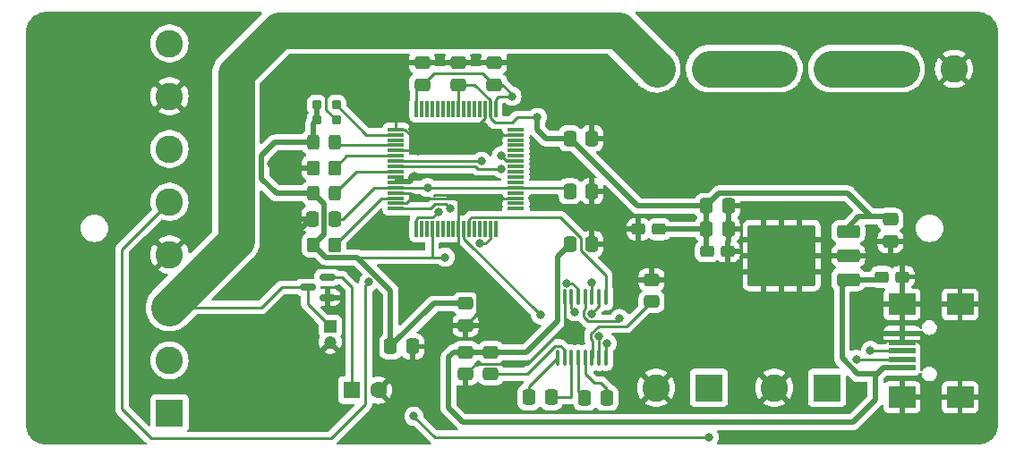
<source format=gbr>
%TF.GenerationSoftware,KiCad,Pcbnew,7.0.8-7.0.8~ubuntu22.04.1*%
%TF.CreationDate,2023-10-05T10:52:52-04:00*%
%TF.ProjectId,ladcp_interface_box,6c616463-705f-4696-9e74-657266616365,rev?*%
%TF.SameCoordinates,Original*%
%TF.FileFunction,Copper,L1,Top*%
%TF.FilePolarity,Positive*%
%FSLAX46Y46*%
G04 Gerber Fmt 4.6, Leading zero omitted, Abs format (unit mm)*
G04 Created by KiCad (PCBNEW 7.0.8-7.0.8~ubuntu22.04.1) date 2023-10-05 10:52:52*
%MOMM*%
%LPD*%
G01*
G04 APERTURE LIST*
G04 Aperture macros list*
%AMRoundRect*
0 Rectangle with rounded corners*
0 $1 Rounding radius*
0 $2 $3 $4 $5 $6 $7 $8 $9 X,Y pos of 4 corners*
0 Add a 4 corners polygon primitive as box body*
4,1,4,$2,$3,$4,$5,$6,$7,$8,$9,$2,$3,0*
0 Add four circle primitives for the rounded corners*
1,1,$1+$1,$2,$3*
1,1,$1+$1,$4,$5*
1,1,$1+$1,$6,$7*
1,1,$1+$1,$8,$9*
0 Add four rect primitives between the rounded corners*
20,1,$1+$1,$2,$3,$4,$5,0*
20,1,$1+$1,$4,$5,$6,$7,0*
20,1,$1+$1,$6,$7,$8,$9,0*
20,1,$1+$1,$8,$9,$2,$3,0*%
G04 Aperture macros list end*
%TA.AperFunction,ComponentPad*%
%ADD10R,2.600000X2.600000*%
%TD*%
%TA.AperFunction,ComponentPad*%
%ADD11C,2.600000*%
%TD*%
%TA.AperFunction,SMDPad,CuDef*%
%ADD12RoundRect,0.100000X0.100000X-0.637500X0.100000X0.637500X-0.100000X0.637500X-0.100000X-0.637500X0*%
%TD*%
%TA.AperFunction,SMDPad,CuDef*%
%ADD13RoundRect,0.250000X0.350000X0.450000X-0.350000X0.450000X-0.350000X-0.450000X0.350000X-0.450000X0*%
%TD*%
%TA.AperFunction,SMDPad,CuDef*%
%ADD14RoundRect,0.250000X-0.475000X0.337500X-0.475000X-0.337500X0.475000X-0.337500X0.475000X0.337500X0*%
%TD*%
%TA.AperFunction,SMDPad,CuDef*%
%ADD15R,2.500000X0.500000*%
%TD*%
%TA.AperFunction,SMDPad,CuDef*%
%ADD16R,2.500000X2.000000*%
%TD*%
%TA.AperFunction,SMDPad,CuDef*%
%ADD17RoundRect,0.250000X-0.325000X-0.450000X0.325000X-0.450000X0.325000X0.450000X-0.325000X0.450000X0*%
%TD*%
%TA.AperFunction,SMDPad,CuDef*%
%ADD18RoundRect,0.250000X0.400000X0.275000X-0.400000X0.275000X-0.400000X-0.275000X0.400000X-0.275000X0*%
%TD*%
%TA.AperFunction,SMDPad,CuDef*%
%ADD19RoundRect,0.250000X-0.337500X-0.475000X0.337500X-0.475000X0.337500X0.475000X-0.337500X0.475000X0*%
%TD*%
%TA.AperFunction,SMDPad,CuDef*%
%ADD20RoundRect,0.250000X-0.400000X-0.275000X0.400000X-0.275000X0.400000X0.275000X-0.400000X0.275000X0*%
%TD*%
%TA.AperFunction,SMDPad,CuDef*%
%ADD21RoundRect,0.075000X-0.700000X-0.075000X0.700000X-0.075000X0.700000X0.075000X-0.700000X0.075000X0*%
%TD*%
%TA.AperFunction,SMDPad,CuDef*%
%ADD22RoundRect,0.075000X-0.075000X-0.700000X0.075000X-0.700000X0.075000X0.700000X-0.075000X0.700000X0*%
%TD*%
%TA.AperFunction,SMDPad,CuDef*%
%ADD23RoundRect,0.250000X0.475000X-0.337500X0.475000X0.337500X-0.475000X0.337500X-0.475000X-0.337500X0*%
%TD*%
%TA.AperFunction,SMDPad,CuDef*%
%ADD24RoundRect,0.200000X0.250000X-0.200000X0.250000X0.200000X-0.250000X0.200000X-0.250000X-0.200000X0*%
%TD*%
%TA.AperFunction,ComponentPad*%
%ADD25R,1.200000X1.200000*%
%TD*%
%TA.AperFunction,ComponentPad*%
%ADD26C,1.200000*%
%TD*%
%TA.AperFunction,SMDPad,CuDef*%
%ADD27RoundRect,0.150000X0.587500X0.150000X-0.587500X0.150000X-0.587500X-0.150000X0.587500X-0.150000X0*%
%TD*%
%TA.AperFunction,SMDPad,CuDef*%
%ADD28RoundRect,0.250000X0.337500X0.475000X-0.337500X0.475000X-0.337500X-0.475000X0.337500X-0.475000X0*%
%TD*%
%TA.AperFunction,ComponentPad*%
%ADD29R,1.600000X1.600000*%
%TD*%
%TA.AperFunction,ComponentPad*%
%ADD30C,1.600000*%
%TD*%
%TA.AperFunction,SMDPad,CuDef*%
%ADD31RoundRect,0.250000X0.850000X0.350000X-0.850000X0.350000X-0.850000X-0.350000X0.850000X-0.350000X0*%
%TD*%
%TA.AperFunction,SMDPad,CuDef*%
%ADD32RoundRect,0.250000X1.275000X1.125000X-1.275000X1.125000X-1.275000X-1.125000X1.275000X-1.125000X0*%
%TD*%
%TA.AperFunction,SMDPad,CuDef*%
%ADD33RoundRect,0.249997X2.950003X2.650003X-2.950003X2.650003X-2.950003X-2.650003X2.950003X-2.650003X0*%
%TD*%
%TA.AperFunction,ViaPad*%
%ADD34C,0.800000*%
%TD*%
%TA.AperFunction,Conductor*%
%ADD35C,0.500000*%
%TD*%
%TA.AperFunction,Conductor*%
%ADD36C,0.250000*%
%TD*%
%TA.AperFunction,Conductor*%
%ADD37C,3.500000*%
%TD*%
G04 APERTURE END LIST*
D10*
%TO.P,J1,1,Pin_1*%
%TO.N,/RS232_ADCP_IN_MASTER*%
X114600000Y-108000000D03*
D11*
%TO.P,J1,2,Pin_2*%
%TO.N,/RS232_ADCP_OUT_MASTER*%
X114600000Y-103000000D03*
%TO.P,J1,3,Pin_3*%
%TO.N,/+48V*%
X114600000Y-98000000D03*
%TO.P,J1,4,Pin_4*%
%TO.N,GNDD*%
X114600000Y-93000000D03*
%TO.P,J1,5,Pin_5*%
%TO.N,/RS232_ADCP_IN_SLAVE*%
X114600000Y-88000000D03*
%TO.P,J1,6,Pin_6*%
%TO.N,/RS232_ADCP_OUT_SLAVE*%
X114600000Y-83000000D03*
%TO.P,J1,7,Pin_7*%
%TO.N,GNDD*%
X114600000Y-78000000D03*
%TO.P,J1,8,Pin_8*%
%TO.N,unconnected-(J1-Pin_8-Pad8)*%
X114600000Y-73000000D03*
%TD*%
D10*
%TO.P,J5,1,Pin_1*%
%TO.N,/+48V*%
X160700000Y-75400000D03*
D11*
%TO.P,J5,2,Pin_2*%
%TO.N,Net-(J4-Pin_1)*%
X165700000Y-75400000D03*
%TD*%
D12*
%TO.P,U3,1,C1+*%
%TO.N,Net-(U3-C1+)*%
X151325000Y-102762500D03*
%TO.P,U3,2,VS+*%
%TO.N,Net-(U3-VS+)*%
X151975000Y-102762500D03*
%TO.P,U3,3,C1-*%
%TO.N,Net-(U3-C1-)*%
X152625000Y-102762500D03*
%TO.P,U3,4,C2+*%
%TO.N,Net-(U3-C2+)*%
X153275000Y-102762500D03*
%TO.P,U3,5,C2-*%
%TO.N,Net-(U3-C2-)*%
X153925000Y-102762500D03*
%TO.P,U3,6,VS-*%
%TO.N,Net-(U3-VS-)*%
X154575000Y-102762500D03*
%TO.P,U3,7,T2OUT*%
%TO.N,/RS232_ADCP_IN_SLAVE*%
X155225000Y-102762500D03*
%TO.P,U3,8,R2IN*%
%TO.N,/RS232_ADCP_OUT_SLAVE*%
X155875000Y-102762500D03*
%TO.P,U3,9,R2OUT*%
%TO.N,/TTL_RX_B*%
X155875000Y-97037500D03*
%TO.P,U3,10,T2IN*%
%TO.N,/TTL_TX_B*%
X155225000Y-97037500D03*
%TO.P,U3,11,T1IN*%
%TO.N,/TTL_TX_A*%
X154575000Y-97037500D03*
%TO.P,U3,12,R1OUT*%
%TO.N,/TTL_RX_A*%
X153925000Y-97037500D03*
%TO.P,U3,13,R1IN*%
%TO.N,/RS232_ADCP_OUT_MASTER*%
X153275000Y-97037500D03*
%TO.P,U3,14,T1OUT*%
%TO.N,/RS232_ADCP_IN_MASTER*%
X152625000Y-97037500D03*
%TO.P,U3,15,GND*%
%TO.N,GNDD*%
X151975000Y-97037500D03*
%TO.P,U3,16,VCC*%
%TO.N,/+5V*%
X151325000Y-97037500D03*
%TD*%
D13*
%TO.P,R2,1*%
%TO.N,Net-(U1-REF)*%
X130200000Y-84779000D03*
%TO.P,R2,2*%
%TO.N,GNDD*%
X128200000Y-84779000D03*
%TD*%
D14*
%TO.P,C1,1*%
%TO.N,/+5V*%
X142600000Y-102225000D03*
%TO.P,C1,2*%
%TO.N,GNDD*%
X142600000Y-104300000D03*
%TD*%
D15*
%TO.P,J2,1,VBUS*%
%TO.N,/+5V*%
X183875000Y-103700000D03*
%TO.P,J2,2,D-*%
%TO.N,Net-(J2-D-)*%
X183875000Y-102900000D03*
%TO.P,J2,3,D+*%
%TO.N,Net-(J2-D+)*%
X183875000Y-102100000D03*
%TO.P,J2,4,ID*%
%TO.N,GNDD*%
X183875000Y-101300000D03*
%TO.P,J2,5,GND*%
X183875000Y-100500000D03*
D16*
%TO.P,J2,6,Shield*%
X183875000Y-106500000D03*
X189375000Y-106500000D03*
X183875000Y-97700000D03*
X189375000Y-97700000D03*
%TD*%
D17*
%TO.P,FB2,1*%
%TO.N,/+3.3V*%
X128200000Y-87191000D03*
%TO.P,FB2,2*%
%TO.N,Net-(U1-VPLL)*%
X130250000Y-87191000D03*
%TD*%
D13*
%TO.P,R1,1*%
%TO.N,Net-(U1-~{RESET})*%
X130225000Y-92075000D03*
%TO.P,R1,2*%
%TO.N,/+3.3V*%
X128225000Y-92075000D03*
%TD*%
D18*
%TO.P,C13,1*%
%TO.N,/+3.3V*%
X160912500Y-90600000D03*
%TO.P,C13,2*%
%TO.N,GNDD*%
X158962500Y-90600000D03*
%TD*%
D19*
%TO.P,C17,1*%
%TO.N,/+5V*%
X152475000Y-92000000D03*
%TO.P,C17,2*%
%TO.N,GNDD*%
X154550000Y-92000000D03*
%TD*%
D14*
%TO.P,C16,1*%
%TO.N,/+5V*%
X145000000Y-102225000D03*
%TO.P,C16,2*%
%TO.N,Net-(U3-VS+)*%
X145000000Y-104300000D03*
%TD*%
D19*
%TO.P,C8,1*%
%TO.N,/+3.3V*%
X152475000Y-82000000D03*
%TO.P,C8,2*%
%TO.N,GNDD*%
X154550000Y-82000000D03*
%TD*%
D20*
%TO.P,C20,1*%
%TO.N,/+5V*%
X182000000Y-95100000D03*
%TO.P,C20,2*%
%TO.N,GNDD*%
X183950000Y-95100000D03*
%TD*%
D10*
%TO.P,J3,1,Pin_1*%
%TO.N,Net-(J3-Pin_1)*%
X183800000Y-75400000D03*
D11*
%TO.P,J3,2,Pin_2*%
%TO.N,GNDD*%
X188800000Y-75400000D03*
%TD*%
D21*
%TO.P,U1,1,GND*%
%TO.N,GNDD*%
X136025000Y-81150000D03*
%TO.P,U1,2,OSCI*%
%TO.N,Net-(U1-OSCI)*%
X136025000Y-81650000D03*
%TO.P,U1,3,OSCO*%
%TO.N,unconnected-(U1-OSCO-Pad3)*%
X136025000Y-82150000D03*
%TO.P,U1,4,VPHY*%
%TO.N,Net-(U1-VPHY)*%
X136025000Y-82650000D03*
%TO.P,U1,5,GND*%
%TO.N,GNDD*%
X136025000Y-83150000D03*
%TO.P,U1,6,REF*%
%TO.N,Net-(U1-REF)*%
X136025000Y-83650000D03*
%TO.P,U1,7,DM*%
%TO.N,Net-(J2-D-)*%
X136025000Y-84150000D03*
%TO.P,U1,8,DP*%
%TO.N,Net-(J2-D+)*%
X136025000Y-84650000D03*
%TO.P,U1,9,VPLL*%
%TO.N,Net-(U1-VPLL)*%
X136025000Y-85150000D03*
%TO.P,U1,10,AGND*%
%TO.N,GNDD*%
X136025000Y-85650000D03*
%TO.P,U1,11,GND*%
X136025000Y-86150000D03*
%TO.P,U1,12,VCORE*%
%TO.N,/+1.8V*%
X136025000Y-86650000D03*
%TO.P,U1,13,TEST*%
%TO.N,GNDD*%
X136025000Y-87150000D03*
%TO.P,U1,14,~{RESET}*%
%TO.N,Net-(U1-~{RESET})*%
X136025000Y-87650000D03*
%TO.P,U1,15,GND*%
%TO.N,GNDD*%
X136025000Y-88150000D03*
%TO.P,U1,16,ADBUS0*%
%TO.N,/TTL_TX_A*%
X136025000Y-88650000D03*
D22*
%TO.P,U1,17,ADBUS1*%
%TO.N,/TTL_RX_A*%
X137950000Y-90575000D03*
%TO.P,U1,18,ADBUS2*%
%TO.N,unconnected-(U1-ADBUS2-Pad18)*%
X138450000Y-90575000D03*
%TO.P,U1,19,ADBUS3*%
%TO.N,unconnected-(U1-ADBUS3-Pad19)*%
X138950000Y-90575000D03*
%TO.P,U1,20,VCCIO*%
%TO.N,/+3.3V*%
X139450000Y-90575000D03*
%TO.P,U1,21,ADBUS4*%
%TO.N,unconnected-(U1-ADBUS4-Pad21)*%
X139950000Y-90575000D03*
%TO.P,U1,22,ADBUS5*%
%TO.N,unconnected-(U1-ADBUS5-Pad22)*%
X140450000Y-90575000D03*
%TO.P,U1,23,ADBUS6*%
%TO.N,unconnected-(U1-ADBUS6-Pad23)*%
X140950000Y-90575000D03*
%TO.P,U1,24,ADBUS7*%
%TO.N,unconnected-(U1-ADBUS7-Pad24)*%
X141450000Y-90575000D03*
%TO.P,U1,25,GND*%
%TO.N,GNDD*%
X141950000Y-90575000D03*
%TO.P,U1,26,BDBUS0*%
%TO.N,/TTL_TX_B*%
X142450000Y-90575000D03*
%TO.P,U1,27,BDBUS1*%
%TO.N,/TTL_RX_B*%
X142950000Y-90575000D03*
%TO.P,U1,28,BDBUS2*%
%TO.N,unconnected-(U1-BDBUS2-Pad28)*%
X143450000Y-90575000D03*
%TO.P,U1,29,BDBUS3*%
%TO.N,unconnected-(U1-BDBUS3-Pad29)*%
X143950000Y-90575000D03*
%TO.P,U1,30,BDBUS4*%
%TO.N,unconnected-(U1-BDBUS4-Pad30)*%
X144450000Y-90575000D03*
%TO.P,U1,31,VCCIO*%
%TO.N,/+3.3V*%
X144950000Y-90575000D03*
%TO.P,U1,32,BDBUS5*%
%TO.N,unconnected-(U1-BDBUS5-Pad32)*%
X145450000Y-90575000D03*
D21*
%TO.P,U1,33,BDBUS6*%
%TO.N,unconnected-(U1-BDBUS6-Pad33)*%
X147375000Y-88650000D03*
%TO.P,U1,34,BDBUS7*%
%TO.N,unconnected-(U1-BDBUS7-Pad34)*%
X147375000Y-88150000D03*
%TO.P,U1,35,GND*%
%TO.N,GNDD*%
X147375000Y-87650000D03*
%TO.P,U1,36,~{SUSPEND}*%
%TO.N,unconnected-(U1-~{SUSPEND}-Pad36)*%
X147375000Y-87150000D03*
%TO.P,U1,37,VCORE*%
%TO.N,/+1.8V*%
X147375000Y-86650000D03*
%TO.P,U1,38,CDBUS0*%
%TO.N,unconnected-(U1-CDBUS0-Pad38)*%
X147375000Y-86150000D03*
%TO.P,U1,39,CDBUS1*%
%TO.N,unconnected-(U1-CDBUS1-Pad39)*%
X147375000Y-85650000D03*
%TO.P,U1,40,CDBUS2*%
%TO.N,unconnected-(U1-CDBUS2-Pad40)*%
X147375000Y-85150000D03*
%TO.P,U1,41,CDBUS3*%
%TO.N,unconnected-(U1-CDBUS3-Pad41)*%
X147375000Y-84650000D03*
%TO.P,U1,42,VCCIO*%
%TO.N,/+3.3V*%
X147375000Y-84150000D03*
%TO.P,U1,43,CDBUS4*%
%TO.N,unconnected-(U1-CDBUS4-Pad43)*%
X147375000Y-83650000D03*
%TO.P,U1,44,CDBUS5*%
%TO.N,unconnected-(U1-CDBUS5-Pad44)*%
X147375000Y-83150000D03*
%TO.P,U1,45,CDBUS6*%
%TO.N,unconnected-(U1-CDBUS6-Pad45)*%
X147375000Y-82650000D03*
%TO.P,U1,46,CDBUS7*%
%TO.N,unconnected-(U1-CDBUS7-Pad46)*%
X147375000Y-82150000D03*
%TO.P,U1,47,GND*%
%TO.N,GNDD*%
X147375000Y-81650000D03*
%TO.P,U1,48,DDBUS0*%
%TO.N,unconnected-(U1-DDBUS0-Pad48)*%
X147375000Y-81150000D03*
D22*
%TO.P,U1,49,VREGOUT*%
%TO.N,/+1.8V*%
X145450000Y-79225000D03*
%TO.P,U1,50,VREGIN*%
%TO.N,/+3.3V*%
X144950000Y-79225000D03*
%TO.P,U1,51,GND*%
%TO.N,GNDD*%
X144450000Y-79225000D03*
%TO.P,U1,52,DDBUS1*%
%TO.N,unconnected-(U1-DDBUS1-Pad52)*%
X143950000Y-79225000D03*
%TO.P,U1,53,DDBUS2*%
%TO.N,unconnected-(U1-DDBUS2-Pad53)*%
X143450000Y-79225000D03*
%TO.P,U1,54,DDBUS3*%
%TO.N,unconnected-(U1-DDBUS3-Pad54)*%
X142950000Y-79225000D03*
%TO.P,U1,55,DDBUS4*%
%TO.N,unconnected-(U1-DDBUS4-Pad55)*%
X142450000Y-79225000D03*
%TO.P,U1,56,VCCIO*%
%TO.N,/+3.3V*%
X141950000Y-79225000D03*
%TO.P,U1,57,DDBUS5*%
%TO.N,unconnected-(U1-DDBUS5-Pad57)*%
X141450000Y-79225000D03*
%TO.P,U1,58,DDBUS6*%
%TO.N,unconnected-(U1-DDBUS6-Pad58)*%
X140950000Y-79225000D03*
%TO.P,U1,59,DDBUS7*%
%TO.N,unconnected-(U1-DDBUS7-Pad59)*%
X140450000Y-79225000D03*
%TO.P,U1,60,~{PWREN}*%
%TO.N,unconnected-(U1-~{PWREN}-Pad60)*%
X139950000Y-79225000D03*
%TO.P,U1,61,EEDATA*%
%TO.N,unconnected-(U1-EEDATA-Pad61)*%
X139450000Y-79225000D03*
%TO.P,U1,62,EECLK*%
%TO.N,unconnected-(U1-EECLK-Pad62)*%
X138950000Y-79225000D03*
%TO.P,U1,63,EECS*%
%TO.N,unconnected-(U1-EECS-Pad63)*%
X138450000Y-79225000D03*
%TO.P,U1,64,VCORE*%
%TO.N,/+1.8V*%
X137950000Y-79225000D03*
%TD*%
D23*
%TO.P,C9,1*%
%TO.N,/+3.3V*%
X141900000Y-76900000D03*
%TO.P,C9,2*%
%TO.N,GNDD*%
X141900000Y-74825000D03*
%TD*%
D19*
%TO.P,C19,1*%
%TO.N,Net-(U3-C2+)*%
X153892500Y-106570000D03*
%TO.P,C19,2*%
%TO.N,Net-(U3-C2-)*%
X155967500Y-106570000D03*
%TD*%
D17*
%TO.P,FB1,1*%
%TO.N,/+3.3V*%
X128200000Y-82367000D03*
%TO.P,FB1,2*%
%TO.N,Net-(U1-VPHY)*%
X130250000Y-82367000D03*
%TD*%
D24*
%TO.P,X1,1,Tri-State*%
%TO.N,/+3.3V*%
X128520000Y-80250000D03*
%TO.P,X1,2,GND*%
%TO.N,GNDD*%
X130370000Y-80250000D03*
%TO.P,X1,3,OUT*%
%TO.N,Net-(U1-OSCI)*%
X130370000Y-78800000D03*
%TO.P,X1,4,VDD*%
%TO.N,/+3.3V*%
X128520000Y-78800000D03*
%TD*%
D23*
%TO.P,C4,1*%
%TO.N,/+1.8V*%
X138500000Y-76900000D03*
%TO.P,C4,2*%
%TO.N,GNDD*%
X138500000Y-74825000D03*
%TD*%
D14*
%TO.P,C12,1*%
%TO.N,/+3.3V*%
X182800000Y-89662500D03*
%TO.P,C12,2*%
%TO.N,GNDD*%
X182800000Y-91737500D03*
%TD*%
D25*
%TO.P,C21,1*%
%TO.N,/+48V*%
X129800000Y-99800000D03*
D26*
%TO.P,C21,2*%
%TO.N,GNDD*%
X129800000Y-101300000D03*
%TD*%
D19*
%TO.P,C5,1*%
%TO.N,/+1.8V*%
X152475000Y-87000000D03*
%TO.P,C5,2*%
%TO.N,GNDD*%
X154550000Y-87000000D03*
%TD*%
D27*
%TO.P,U5,1,GND*%
%TO.N,GNDD*%
X129537500Y-97050000D03*
%TO.P,U5,2,VO*%
%TO.N,/+12V*%
X129537500Y-95150000D03*
%TO.P,U5,3,VI*%
%TO.N,/+48V*%
X127662500Y-96100000D03*
%TD*%
D14*
%TO.P,C2,1*%
%TO.N,/+3.3V*%
X142600000Y-97625000D03*
%TO.P,C2,2*%
%TO.N,GNDD*%
X142600000Y-99700000D03*
%TD*%
D28*
%TO.P,C6,1*%
%TO.N,/+1.8V*%
X130232500Y-89633000D03*
%TO.P,C6,2*%
%TO.N,GNDD*%
X128157500Y-89633000D03*
%TD*%
D29*
%TO.P,C22,1*%
%TO.N,/+12V*%
X131850000Y-105820000D03*
D30*
%TO.P,C22,2*%
%TO.N,GNDD*%
X134350000Y-105820000D03*
%TD*%
D23*
%TO.P,C18,1*%
%TO.N,Net-(U3-VS-)*%
X160200000Y-97437500D03*
%TO.P,C18,2*%
%TO.N,GNDD*%
X160200000Y-95362500D03*
%TD*%
D10*
%TO.P,J6,1,Pin_1*%
%TO.N,Net-(J3-Pin_1)*%
X176800000Y-105600000D03*
D11*
%TO.P,J6,2,Pin_2*%
%TO.N,GNDD*%
X171800000Y-105600000D03*
%TD*%
D19*
%TO.P,C15,1*%
%TO.N,Net-(U3-C1+)*%
X148612500Y-106500000D03*
%TO.P,C15,2*%
%TO.N,Net-(U3-C1-)*%
X150687500Y-106500000D03*
%TD*%
%TO.P,C10,1*%
%TO.N,/+3.3V*%
X165387500Y-90600000D03*
%TO.P,C10,2*%
%TO.N,GNDD*%
X167462500Y-90600000D03*
%TD*%
D20*
%TO.P,C14,1*%
%TO.N,/+3.3V*%
X165450000Y-92700000D03*
%TO.P,C14,2*%
%TO.N,GNDD*%
X167400000Y-92700000D03*
%TD*%
D19*
%TO.P,C7,1*%
%TO.N,/+3.3V*%
X135525000Y-101700000D03*
%TO.P,C7,2*%
%TO.N,GNDD*%
X137600000Y-101700000D03*
%TD*%
D10*
%TO.P,J7,1,Pin_1*%
%TO.N,/+12V*%
X165630000Y-105600000D03*
D11*
%TO.P,J7,2,Pin_2*%
%TO.N,GNDD*%
X160630000Y-105600000D03*
%TD*%
D23*
%TO.P,C3,1*%
%TO.N,/+1.8V*%
X145300000Y-76900000D03*
%TO.P,C3,2*%
%TO.N,GNDD*%
X145300000Y-74825000D03*
%TD*%
D10*
%TO.P,J4,1,Pin_1*%
%TO.N,Net-(J4-Pin_1)*%
X172250000Y-75400000D03*
D11*
%TO.P,J4,2,Pin_2*%
%TO.N,Net-(J3-Pin_1)*%
X177250000Y-75400000D03*
%TD*%
D19*
%TO.P,C11,1*%
%TO.N,/+3.3V*%
X165387500Y-88400000D03*
%TO.P,C11,2*%
%TO.N,GNDD*%
X167462500Y-88400000D03*
%TD*%
D31*
%TO.P,U2,1,VI*%
%TO.N,/+5V*%
X178800000Y-95360000D03*
%TO.P,U2,2,GND*%
%TO.N,GNDD*%
X178800000Y-93080000D03*
D32*
X174175000Y-94605000D03*
X174175000Y-91555000D03*
D33*
X172500000Y-93080000D03*
D32*
X170825000Y-94605000D03*
X170825000Y-91555000D03*
D31*
%TO.P,U2,3,VO*%
%TO.N,/+3.3V*%
X178800000Y-90800000D03*
%TD*%
D34*
%TO.N,GNDD*%
X129400000Y-77400000D03*
X138100000Y-83200000D03*
X150500000Y-83500000D03*
X126000000Y-97500000D03*
X124200000Y-84400000D03*
X123400000Y-96000000D03*
X145200000Y-82200000D03*
X123700000Y-93500000D03*
X143100000Y-81100000D03*
X167600000Y-83000000D03*
X124460000Y-81280000D03*
X137800000Y-85600000D03*
X137700000Y-87600000D03*
X133800000Y-91100000D03*
X126300000Y-75900000D03*
X142800000Y-106300000D03*
X126000000Y-91600000D03*
X152300000Y-78900000D03*
%TO.N,/+3.3V*%
X145989600Y-83615700D03*
X140674200Y-93247200D03*
X143989600Y-91958800D03*
X149400000Y-80000000D03*
%TO.N,/+1.8V*%
X139000000Y-86650000D03*
X147000000Y-78000000D03*
%TO.N,/RS232_ADCP_IN_MASTER*%
X152953000Y-98420300D03*
%TO.N,/RS232_ADCP_OUT_MASTER*%
X152203000Y-95694100D03*
%TO.N,/RS232_ADCP_IN_SLAVE*%
X133454000Y-95593400D03*
X155225000Y-100750000D03*
%TO.N,/RS232_ADCP_OUT_SLAVE*%
X156014000Y-101421000D03*
%TO.N,Net-(J2-D-)*%
X179568000Y-102900000D03*
X144122000Y-84150000D03*
%TO.N,Net-(J2-D+)*%
X180902000Y-102070000D03*
X145984000Y-84876900D03*
%TO.N,/TTL_TX_A*%
X154575000Y-95630500D03*
X141196000Y-88650000D03*
%TO.N,/TTL_RX_A*%
X157162000Y-99043900D03*
X140021000Y-88947500D03*
%TO.N,/TTL_TX_B*%
X154498000Y-98584100D03*
X149682000Y-98703700D03*
%TO.N,/+12V*%
X137710000Y-108290000D03*
X165630000Y-110270000D03*
%TD*%
D35*
%TO.N,/+5V*%
X145000000Y-102225000D02*
X148375000Y-102225000D01*
X151325000Y-97037500D02*
X151325000Y-93150000D01*
X141000000Y-107500000D02*
X142360000Y-108860000D01*
X148375000Y-102225000D02*
X151325000Y-99275000D01*
X181400000Y-106710000D02*
X181400000Y-104425000D01*
X182125000Y-103700000D02*
X181662000Y-104162000D01*
X181400000Y-104425000D02*
X181524000Y-104300000D01*
X178200000Y-102800000D02*
X178200000Y-95960000D01*
X181524000Y-104300000D02*
X181662000Y-104162000D01*
X142600000Y-102225000D02*
X145000000Y-102225000D01*
X151325000Y-93150000D02*
X152475000Y-92000000D01*
X141000000Y-102700000D02*
X141000000Y-107500000D01*
X142600000Y-102225000D02*
X141475000Y-102225000D01*
X179700000Y-104300000D02*
X178200000Y-102800000D01*
X181662000Y-104162000D02*
X181525000Y-104300000D01*
X181524000Y-104300000D02*
X179700000Y-104300000D01*
X183875000Y-103700000D02*
X182125000Y-103700000D01*
X141475000Y-102225000D02*
X141000000Y-102700000D01*
X178800000Y-95360000D02*
X181740000Y-95360000D01*
X151325000Y-99275000D02*
X151325000Y-97037500D01*
X181525000Y-104300000D02*
X181524000Y-104300000D01*
X142360000Y-108860000D02*
X179250000Y-108860000D01*
X178200000Y-95960000D02*
X178800000Y-95360000D01*
X179250000Y-108860000D02*
X181400000Y-106710000D01*
%TO.N,GNDD*%
X128200000Y-84779000D02*
X124579000Y-84779000D01*
D36*
X147375000Y-87650000D02*
X141950000Y-87650000D01*
D35*
X128157500Y-89633000D02*
X127967000Y-89633000D01*
D36*
X137687000Y-87451200D02*
X136988000Y-88150000D01*
X137687000Y-87451068D02*
X137385932Y-87150000D01*
X144450000Y-80065685D02*
X143415685Y-81100000D01*
X143680000Y-94315800D02*
X141950000Y-92585700D01*
X144450000Y-79225000D02*
X144450000Y-80065685D01*
X167462000Y-88400000D02*
X167462000Y-89500000D01*
X136025000Y-83150000D02*
X138050000Y-83150000D01*
X147375000Y-81650000D02*
X145750000Y-81650000D01*
X130370000Y-80250000D02*
X129400000Y-79280000D01*
X143588000Y-103312000D02*
X142600000Y-104300000D01*
X172500000Y-93080000D02*
X178800000Y-93080000D01*
X141950000Y-87650000D02*
X137886000Y-87650000D01*
X137700000Y-87600000D02*
X137687000Y-87451200D01*
X141950000Y-92585700D02*
X141950000Y-90575000D01*
X167462000Y-89500000D02*
X167462000Y-90050000D01*
X137385932Y-87150000D02*
X136025000Y-87150000D01*
X136865685Y-81150000D02*
X138100000Y-82384315D01*
D35*
X137800000Y-85600000D02*
X137350000Y-86050000D01*
D36*
X151975000Y-99795100D02*
X148458000Y-103312000D01*
X143680000Y-98619900D02*
X143680000Y-94315800D01*
X138050000Y-83150000D02*
X138100000Y-83100000D01*
X136025000Y-86150000D02*
X136025000Y-85650000D01*
X129400000Y-79280000D02*
X129400000Y-77400000D01*
X145750000Y-81650000D02*
X145200000Y-82200000D01*
X136025000Y-81150000D02*
X136865685Y-81150000D01*
X137687000Y-87451200D02*
X137687000Y-87451068D01*
X143415685Y-81100000D02*
X143100000Y-81100000D01*
D35*
X137350000Y-86050000D02*
X136125000Y-86050000D01*
D36*
X138100000Y-83200000D02*
X138050000Y-83150000D01*
D35*
X124579000Y-84779000D02*
X124200000Y-84400000D01*
D36*
X136988000Y-88150000D02*
X136025000Y-88150000D01*
X167462000Y-89500000D02*
X167462500Y-89499500D01*
X141950000Y-90575000D02*
X141950000Y-87650000D01*
X142600000Y-99700000D02*
X143680000Y-98619900D01*
D35*
X127967000Y-89633000D02*
X126000000Y-91600000D01*
D36*
X138100000Y-82384315D02*
X138100000Y-83200000D01*
X148458000Y-103312000D02*
X143588000Y-103312000D01*
X151975000Y-97037500D02*
X151975000Y-99795100D01*
X167462500Y-89499500D02*
X167462500Y-88400000D01*
X137886000Y-87650000D02*
X137700000Y-87600000D01*
D35*
%TO.N,/+3.3V*%
X128200000Y-82367000D02*
X124533000Y-82367000D01*
X178770000Y-87201600D02*
X166586000Y-87201600D01*
X152475000Y-82000000D02*
X158875000Y-88400000D01*
D36*
X144469900Y-91958800D02*
X143989600Y-91958800D01*
D35*
X123300000Y-83600000D02*
X123300000Y-85800000D01*
X150225000Y-82000000D02*
X152475000Y-82000000D01*
X124691000Y-87191000D02*
X128200000Y-87191000D01*
D36*
X144950000Y-78384315D02*
X143465685Y-76900000D01*
D35*
X132365000Y-93247200D02*
X135525000Y-96406800D01*
X128520000Y-78800000D02*
X128520000Y-80250000D01*
X128200000Y-80570000D02*
X128200000Y-82367000D01*
D36*
X143465685Y-76900000D02*
X141900000Y-76900000D01*
D35*
X178800000Y-90800000D02*
X178800000Y-90400000D01*
D36*
X149400000Y-80000000D02*
X147500000Y-80000000D01*
D35*
X180969000Y-89400000D02*
X182538000Y-89400000D01*
X165388000Y-88400000D02*
X165388000Y-90600000D01*
D36*
X144950000Y-91478700D02*
X144469900Y-91958800D01*
D35*
X165388000Y-92637500D02*
X165388000Y-90600000D01*
D36*
X139450000Y-93247200D02*
X140674200Y-93247200D01*
X139450000Y-93247200D02*
X139450000Y-90575000D01*
D35*
X180969000Y-89400000D02*
X178770000Y-87201600D01*
X129195000Y-88186000D02*
X129195000Y-91105000D01*
X129195000Y-91105000D02*
X128225000Y-92075000D01*
D36*
X145384315Y-80500000D02*
X144950000Y-80065685D01*
D35*
X128520000Y-80250000D02*
X128200000Y-80570000D01*
X179800000Y-89400000D02*
X180969000Y-89400000D01*
D36*
X132365000Y-93247200D02*
X139450000Y-93247200D01*
X147375000Y-84150000D02*
X146523900Y-84150000D01*
D35*
X128225000Y-92075000D02*
X129397000Y-93247200D01*
D36*
X147500000Y-80000000D02*
X147000000Y-80500000D01*
D35*
X166586000Y-87201600D02*
X165388000Y-88400000D01*
X124533000Y-82367000D02*
X123300000Y-83600000D01*
X123300000Y-85800000D02*
X124691000Y-87191000D01*
D36*
X141950000Y-79225000D02*
X141950000Y-76950000D01*
X144950000Y-79225000D02*
X144950000Y-78384315D01*
D35*
X149400000Y-81175000D02*
X150225000Y-82000000D01*
X160912500Y-90600000D02*
X165387500Y-90600000D01*
X129397000Y-93247200D02*
X132365000Y-93247200D01*
X178800000Y-90400000D02*
X179800000Y-89400000D01*
X135525000Y-101700000D02*
X139600000Y-97625000D01*
X149400000Y-80000000D02*
X149400000Y-81175000D01*
X135525000Y-96406800D02*
X135525000Y-101700000D01*
D36*
X144950000Y-80065685D02*
X144950000Y-79225000D01*
X146523900Y-84150000D02*
X145989600Y-83615700D01*
D35*
X139600000Y-97625000D02*
X142600000Y-97625000D01*
D36*
X144950000Y-90575000D02*
X144950000Y-91478700D01*
X147000000Y-80500000D02*
X145384315Y-80500000D01*
D35*
X158875000Y-88400000D02*
X165387500Y-88400000D01*
X128200000Y-87191000D02*
X129195000Y-88186000D01*
D36*
%TO.N,/+1.8V*%
X147000000Y-77800000D02*
X146100000Y-76900000D01*
X147000000Y-78000000D02*
X147000000Y-77800000D01*
X146100000Y-76900000D02*
X145300000Y-76900000D01*
X145700000Y-78000000D02*
X145450000Y-78250000D01*
X152125000Y-86650000D02*
X147375000Y-86650000D01*
X147000000Y-78000000D02*
X145700000Y-78000000D01*
X145300000Y-76900000D02*
X144200000Y-75800000D01*
X145450000Y-78250000D02*
X145450000Y-79225000D01*
X137950000Y-79225000D02*
X137950000Y-77450000D01*
X144200000Y-75800000D02*
X139600000Y-75800000D01*
X130232500Y-89633000D02*
X130967000Y-89633000D01*
X137950000Y-77450000D02*
X138500000Y-76900000D01*
X130967000Y-89633000D02*
X133950000Y-86650000D01*
X133950000Y-86650000D02*
X136025000Y-86650000D01*
X139600000Y-75800000D02*
X138500000Y-76900000D01*
X139000000Y-86650000D02*
X136025000Y-86650000D01*
X139000000Y-86650000D02*
X147375000Y-86650000D01*
%TO.N,Net-(U3-C1+)*%
X149875500Y-104212000D02*
X151325000Y-102762500D01*
X148612500Y-105474500D02*
X149875000Y-104212000D01*
X148612500Y-106500000D02*
X148612500Y-105474500D01*
X149875000Y-104212000D02*
X149875500Y-104212000D01*
X149875000Y-104212000D02*
X151325000Y-102762000D01*
%TO.N,Net-(U3-C1-)*%
X150687500Y-106500000D02*
X152600000Y-106500000D01*
X152625000Y-106475000D02*
X152625000Y-102762500D01*
X152600000Y-106500000D02*
X152625000Y-106475000D01*
%TO.N,Net-(U3-VS+)*%
X151975000Y-102762000D02*
X151975000Y-102007000D01*
X151611000Y-101643000D02*
X151103000Y-101643000D01*
X151975000Y-102007000D02*
X151611000Y-101643000D01*
X151103000Y-101643000D02*
X148446000Y-104300000D01*
X148446000Y-104300000D02*
X145000000Y-104300000D01*
%TO.N,Net-(U3-VS-)*%
X154460000Y-100489695D02*
X155180795Y-99768900D01*
X154580000Y-102757500D02*
X154580000Y-101130305D01*
X157868600Y-99768900D02*
X160200000Y-97437500D01*
X154575000Y-102762500D02*
X154580000Y-102757500D01*
X154460000Y-101010305D02*
X154460000Y-100489695D01*
X154580000Y-101130305D02*
X154460000Y-101010305D01*
X155180795Y-99768900D02*
X157868600Y-99768900D01*
%TO.N,Net-(U3-C2+)*%
X153275000Y-102762500D02*
X153275000Y-105952500D01*
X153275000Y-105952500D02*
X153892500Y-106570000D01*
%TO.N,Net-(U3-C2-)*%
X155967500Y-105697500D02*
X155967500Y-106570000D01*
X153925000Y-104315000D02*
X154750000Y-105140000D01*
X153925000Y-102762500D02*
X153925000Y-104315000D01*
X154750000Y-105140000D02*
X155410000Y-105140000D01*
X155410000Y-105140000D02*
X155967500Y-105697500D01*
%TO.N,Net-(U1-VPHY)*%
X130533000Y-82650000D02*
X136025000Y-82650000D01*
%TO.N,Net-(U1-VPLL)*%
X132291000Y-85150000D02*
X136025000Y-85150000D01*
X130250000Y-87191000D02*
X132291000Y-85150000D01*
%TO.N,/RS232_ADCP_IN_MASTER*%
X152625000Y-98092700D02*
X152953000Y-98420300D01*
X152625000Y-97037500D02*
X152625000Y-98092700D01*
%TO.N,/RS232_ADCP_OUT_MASTER*%
X152203000Y-95694100D02*
X152707000Y-95694100D01*
X152707000Y-95694100D02*
X153275000Y-96262300D01*
X153275000Y-96262300D02*
X153275000Y-97037500D01*
D37*
%TO.N,/+48V*%
X114600000Y-98000000D02*
X120900000Y-91700000D01*
D36*
X123320000Y-98000000D02*
X114600000Y-98000000D01*
D37*
X124950000Y-71750000D02*
X157050000Y-71750000D01*
D36*
X127662500Y-96100000D02*
X127662500Y-97662500D01*
X127662500Y-97662500D02*
X129800000Y-99800000D01*
X127662500Y-96100000D02*
X125220000Y-96100000D01*
D37*
X157050000Y-71750000D02*
X160700000Y-75400000D01*
X120900000Y-91700000D02*
X120900000Y-75800000D01*
X120900000Y-75800000D02*
X124950000Y-71750000D01*
D36*
X125220000Y-96100000D02*
X123320000Y-98000000D01*
%TO.N,/RS232_ADCP_IN_SLAVE*%
X112900000Y-110400000D02*
X110100000Y-107600000D01*
X155225000Y-100750000D02*
X155225000Y-102762000D01*
X133140000Y-107160000D02*
X129900000Y-110400000D01*
X133454000Y-95593400D02*
X133140000Y-95907400D01*
X110100000Y-107600000D02*
X110100000Y-92500000D01*
X133140000Y-95907400D02*
X133140000Y-107160000D01*
X110100000Y-92500000D02*
X114600000Y-88000000D01*
X129900000Y-110400000D02*
X112900000Y-110400000D01*
%TO.N,/RS232_ADCP_OUT_SLAVE*%
X155875000Y-102762000D02*
X155875000Y-101560000D01*
X155875000Y-101560000D02*
X156014000Y-101421000D01*
%TO.N,Net-(J2-D-)*%
X183875000Y-102900000D02*
X179568000Y-102900000D01*
X136025000Y-84150000D02*
X144122000Y-84150000D01*
%TO.N,Net-(J2-D+)*%
X180931000Y-102100000D02*
X183875000Y-102100000D01*
X180902000Y-102070000D02*
X180931000Y-102100000D01*
X136025000Y-84650000D02*
X143530000Y-84650000D01*
X143756000Y-84876900D02*
X145984000Y-84876900D01*
X143530000Y-84650000D02*
X143756000Y-84876900D01*
D37*
%TO.N,Net-(J3-Pin_1)*%
X177250000Y-75400000D02*
X183800000Y-75400000D01*
%TO.N,Net-(J4-Pin_1)*%
X165700000Y-75400000D02*
X172250000Y-75400000D01*
D36*
%TO.N,Net-(U1-~{RESET})*%
X130225000Y-92075000D02*
X134650000Y-87650000D01*
X134650000Y-87650000D02*
X136025000Y-87650000D01*
%TO.N,Net-(U1-REF)*%
X130200000Y-84779000D02*
X131329000Y-83650000D01*
X131329000Y-83650000D02*
X136025000Y-83650000D01*
%TO.N,Net-(U1-OSCI)*%
X136025000Y-81650000D02*
X133220000Y-81650000D01*
X133220000Y-81650000D02*
X130370000Y-78800000D01*
%TO.N,/TTL_TX_A*%
X154575000Y-97037500D02*
X154575000Y-95630500D01*
X139291000Y-88650000D02*
X136025000Y-88650000D01*
X139291000Y-88649900D02*
X139291000Y-88650000D01*
X140731000Y-88185600D02*
X139755000Y-88185600D01*
X141196000Y-88650000D02*
X140731000Y-88185600D01*
X139755000Y-88185600D02*
X139291000Y-88649900D01*
%TO.N,/TTL_RX_A*%
X138140000Y-89472800D02*
X139496000Y-89472800D01*
X153740000Y-98307300D02*
X153925000Y-98122500D01*
X139496000Y-89472800D02*
X140021000Y-88947500D01*
X157162000Y-99043900D02*
X156894000Y-99311000D01*
X153740000Y-98857800D02*
X153740000Y-98307300D01*
X137950000Y-89662800D02*
X138140000Y-89472800D01*
X156894000Y-99311000D02*
X154193000Y-99311000D01*
X137950000Y-90575000D02*
X137950000Y-89662800D01*
X154193000Y-99311000D02*
X153740000Y-98857800D01*
X153925000Y-98122500D02*
X153925000Y-97037500D01*
%TO.N,/TTL_TX_B*%
X155225000Y-97857100D02*
X154498000Y-98584100D01*
X155225000Y-97037500D02*
X155225000Y-97857100D01*
X142450000Y-90575000D02*
X142450000Y-91471300D01*
X142450000Y-91471300D02*
X149682000Y-98703700D01*
%TO.N,/TTL_RX_B*%
X142950000Y-89662800D02*
X143151000Y-89461400D01*
X143151000Y-89461400D02*
X151568000Y-89461400D01*
X142950000Y-90575000D02*
X142950000Y-89662800D01*
X153512000Y-92599000D02*
X155875000Y-94961500D01*
X151568000Y-89461400D02*
X153512000Y-91406200D01*
X155875000Y-94961500D02*
X155875000Y-97037500D01*
X153512000Y-91406200D02*
X153512000Y-92599000D01*
%TO.N,/+12V*%
X165620000Y-110280000D02*
X139680000Y-110280000D01*
X165880000Y-110270000D02*
X165900000Y-110290000D01*
X137710000Y-108290000D02*
X137690000Y-108290000D01*
X165630000Y-110270000D02*
X165620000Y-110280000D01*
X137690000Y-108290000D02*
X137690000Y-108290000D01*
X137690000Y-108290000D02*
X137690000Y-108270000D01*
X137710000Y-108310000D02*
X137710000Y-108290000D01*
X129537500Y-95150000D02*
X130920000Y-95150000D01*
X165630000Y-110270000D02*
X165880000Y-110270000D01*
X131850000Y-96080000D02*
X131850000Y-105820000D01*
X130920000Y-95150000D02*
X131850000Y-96080000D01*
X139680000Y-110280000D02*
X137710000Y-108310000D01*
%TD*%
%TA.AperFunction,Conductor*%
%TO.N,GNDD*%
G36*
X123281914Y-70020185D02*
G01*
X123327669Y-70072989D01*
X123337613Y-70142147D01*
X123309564Y-70204562D01*
X123293808Y-70223196D01*
X123290303Y-70227008D01*
X119321992Y-74195319D01*
X119227177Y-74287018D01*
X119227173Y-74287022D01*
X119169720Y-74359774D01*
X119167734Y-74362163D01*
X119106745Y-74431904D01*
X119076936Y-74476921D01*
X119073899Y-74481115D01*
X119040443Y-74523482D01*
X118993204Y-74603236D01*
X118991554Y-74605869D01*
X118940397Y-74683127D01*
X118940395Y-74683130D01*
X118916854Y-74731714D01*
X118914404Y-74736274D01*
X118886892Y-74782729D01*
X118886890Y-74782732D01*
X118850708Y-74868054D01*
X118849425Y-74870882D01*
X118809014Y-74954289D01*
X118792159Y-75005578D01*
X118790338Y-75010427D01*
X118769268Y-75060116D01*
X118769262Y-75060132D01*
X118744781Y-75149506D01*
X118743889Y-75152468D01*
X118737363Y-75172327D01*
X118714949Y-75240532D01*
X118714948Y-75240536D01*
X118705080Y-75293610D01*
X118703922Y-75298656D01*
X118689661Y-75350722D01*
X118689659Y-75350731D01*
X118677306Y-75442580D01*
X118676815Y-75445648D01*
X118659877Y-75536758D01*
X118657170Y-75590677D01*
X118656695Y-75595831D01*
X118649500Y-75649342D01*
X118649500Y-75742026D01*
X118649422Y-75745134D01*
X118644778Y-75837676D01*
X118644778Y-75837696D01*
X118645544Y-75846834D01*
X118649284Y-75891502D01*
X118649500Y-75896659D01*
X118649500Y-90716450D01*
X118629815Y-90783489D01*
X118613181Y-90804131D01*
X116597036Y-92820275D01*
X116535713Y-92853760D01*
X116466021Y-92848776D01*
X116410088Y-92806904D01*
X116385701Y-92741855D01*
X116384885Y-92730967D01*
X116324857Y-92467966D01*
X116324851Y-92467947D01*
X116226290Y-92216818D01*
X116226291Y-92216818D01*
X116091397Y-91983177D01*
X116037704Y-91915847D01*
X115202546Y-92751005D01*
X115192812Y-92721044D01*
X115104814Y-92582381D01*
X114985097Y-92469960D01*
X114850489Y-92395958D01*
X115685150Y-91561296D01*
X115502517Y-91436779D01*
X115502516Y-91436778D01*
X115259460Y-91319730D01*
X115259462Y-91319730D01*
X115001662Y-91240209D01*
X115001656Y-91240207D01*
X114734898Y-91200000D01*
X114465101Y-91200000D01*
X114198343Y-91240207D01*
X114198337Y-91240209D01*
X113940538Y-91319730D01*
X113697485Y-91436778D01*
X113697476Y-91436783D01*
X113514848Y-91561296D01*
X114352465Y-92398913D01*
X114284371Y-92425874D01*
X114151508Y-92522405D01*
X114046825Y-92648945D01*
X113998368Y-92751921D01*
X113162295Y-91915848D01*
X113108600Y-91983180D01*
X112973709Y-92216818D01*
X112875148Y-92467947D01*
X112875142Y-92467966D01*
X112815113Y-92730971D01*
X112815113Y-92730973D01*
X112794953Y-92999995D01*
X112794953Y-93000004D01*
X112815113Y-93269026D01*
X112815113Y-93269028D01*
X112875142Y-93532033D01*
X112875148Y-93532052D01*
X112973709Y-93783181D01*
X112973708Y-93783181D01*
X113108602Y-94016822D01*
X113162294Y-94084151D01*
X113997452Y-93248992D01*
X114007188Y-93278956D01*
X114095186Y-93417619D01*
X114214903Y-93530040D01*
X114349510Y-93604041D01*
X113514848Y-94438702D01*
X113697483Y-94563220D01*
X113697485Y-94563221D01*
X113940539Y-94680269D01*
X113940537Y-94680269D01*
X114198337Y-94759790D01*
X114198343Y-94759792D01*
X114354489Y-94783327D01*
X114417846Y-94812783D01*
X114455220Y-94871817D01*
X114454745Y-94941685D01*
X114423689Y-94993623D01*
X112955452Y-96461861D01*
X112806743Y-96631907D01*
X112640396Y-96883128D01*
X112640393Y-96883133D01*
X112509019Y-97154279D01*
X112509015Y-97154287D01*
X112414952Y-97440522D01*
X112414950Y-97440528D01*
X112359878Y-97736754D01*
X112359877Y-97736761D01*
X112344778Y-98037676D01*
X112344778Y-98037697D01*
X112369923Y-98337941D01*
X112434865Y-98632171D01*
X112434866Y-98632173D01*
X112538443Y-98915112D01*
X112538445Y-98915115D01*
X112678810Y-99181726D01*
X112739732Y-99267371D01*
X112853461Y-99427252D01*
X113059279Y-99647308D01*
X113096661Y-99677856D01*
X113292593Y-99837971D01*
X113531718Y-99985056D01*
X113549234Y-99995830D01*
X113568637Y-100004443D01*
X113824626Y-100118075D01*
X113934741Y-100150226D01*
X114113857Y-100202524D01*
X114411763Y-100247669D01*
X114713027Y-100252704D01*
X115012274Y-100217538D01*
X115304165Y-100142802D01*
X115304615Y-100142620D01*
X115583487Y-100029827D01*
X115619150Y-100009501D01*
X115845264Y-99880629D01*
X116084816Y-99697872D01*
X117120869Y-98661819D01*
X117182192Y-98628334D01*
X117208550Y-98625500D01*
X123237257Y-98625500D01*
X123252877Y-98627224D01*
X123252904Y-98626939D01*
X123260660Y-98627671D01*
X123260667Y-98627673D01*
X123329814Y-98625500D01*
X123359350Y-98625500D01*
X123366228Y-98624630D01*
X123372041Y-98624172D01*
X123418627Y-98622709D01*
X123437869Y-98617117D01*
X123456912Y-98613174D01*
X123476792Y-98610664D01*
X123520122Y-98593507D01*
X123525646Y-98591617D01*
X123529396Y-98590527D01*
X123570390Y-98578618D01*
X123587629Y-98568422D01*
X123605103Y-98559862D01*
X123623727Y-98552488D01*
X123623727Y-98552487D01*
X123623732Y-98552486D01*
X123661449Y-98525082D01*
X123666305Y-98521892D01*
X123706420Y-98498170D01*
X123720589Y-98483999D01*
X123735379Y-98471368D01*
X123751587Y-98459594D01*
X123781299Y-98423676D01*
X123785212Y-98419376D01*
X125442771Y-96761819D01*
X125504094Y-96728334D01*
X125530452Y-96725500D01*
X126579191Y-96725500D01*
X126646230Y-96745185D01*
X126666872Y-96761819D01*
X126673129Y-96768076D01*
X126673133Y-96768079D01*
X126673135Y-96768081D01*
X126814602Y-96851744D01*
X126947597Y-96890383D01*
X127006480Y-96927988D01*
X127035687Y-96991460D01*
X127037000Y-97009458D01*
X127037000Y-97579755D01*
X127035275Y-97595372D01*
X127035561Y-97595399D01*
X127034826Y-97603165D01*
X127037000Y-97672314D01*
X127037000Y-97701843D01*
X127037001Y-97701860D01*
X127037868Y-97708731D01*
X127038326Y-97714550D01*
X127039790Y-97761124D01*
X127039791Y-97761127D01*
X127045380Y-97780367D01*
X127049324Y-97799411D01*
X127051836Y-97819292D01*
X127056773Y-97831762D01*
X127068990Y-97862619D01*
X127070882Y-97868147D01*
X127072795Y-97874733D01*
X127083882Y-97912890D01*
X127092696Y-97927795D01*
X127094080Y-97930134D01*
X127102638Y-97947603D01*
X127110014Y-97966232D01*
X127137398Y-98003923D01*
X127140606Y-98008807D01*
X127164327Y-98048916D01*
X127164333Y-98048924D01*
X127178490Y-98063080D01*
X127191127Y-98077875D01*
X127202906Y-98094087D01*
X127228542Y-98115295D01*
X127238809Y-98123788D01*
X127243120Y-98127710D01*
X128309005Y-99193596D01*
X128663181Y-99547772D01*
X128696666Y-99609095D01*
X128699500Y-99635453D01*
X128699500Y-100447870D01*
X128699501Y-100447876D01*
X128705908Y-100507483D01*
X128756202Y-100642328D01*
X128756206Y-100642335D01*
X128795954Y-100695431D01*
X128820372Y-100760895D01*
X128807688Y-100825013D01*
X128769888Y-100900925D01*
X128769883Y-100900936D01*
X128714097Y-101097007D01*
X128714096Y-101097010D01*
X128695287Y-101299999D01*
X128695287Y-101300000D01*
X128714096Y-101502989D01*
X128714097Y-101502992D01*
X128769883Y-101699063D01*
X128769886Y-101699069D01*
X128860754Y-101881556D01*
X128860755Y-101881557D01*
X128862533Y-101883912D01*
X129504654Y-101241790D01*
X129496105Y-101271840D01*
X129506454Y-101383521D01*
X129556448Y-101483922D01*
X129639334Y-101559484D01*
X129743920Y-101600000D01*
X129827802Y-101600000D01*
X129910250Y-101584588D01*
X130005610Y-101525543D01*
X130073201Y-101436038D01*
X130103895Y-101328160D01*
X130095947Y-101242394D01*
X130737465Y-101883912D01*
X130739247Y-101881552D01*
X130739249Y-101881550D01*
X130830113Y-101699069D01*
X130830116Y-101699063D01*
X130885902Y-101502992D01*
X130885903Y-101502989D01*
X130904713Y-101300000D01*
X130904713Y-101299999D01*
X130885903Y-101097010D01*
X130885902Y-101097008D01*
X130830115Y-100900936D01*
X130830110Y-100900925D01*
X130792311Y-100825013D01*
X130780050Y-100756228D01*
X130804045Y-100695431D01*
X130843796Y-100642331D01*
X130894091Y-100507483D01*
X130900500Y-100447873D01*
X130900499Y-99152128D01*
X130894091Y-99092517D01*
X130875762Y-99043375D01*
X130843797Y-98957671D01*
X130843793Y-98957664D01*
X130757547Y-98842455D01*
X130757544Y-98842452D01*
X130642335Y-98756206D01*
X130642328Y-98756202D01*
X130507482Y-98705908D01*
X130507483Y-98705908D01*
X130447883Y-98699501D01*
X130447881Y-98699500D01*
X130447873Y-98699500D01*
X130447865Y-98699500D01*
X129635453Y-98699500D01*
X129568414Y-98679815D01*
X129547772Y-98663181D01*
X128946272Y-98061681D01*
X128912787Y-98000358D01*
X128917771Y-97930666D01*
X128959643Y-97874733D01*
X129025107Y-97850316D01*
X129033953Y-97850000D01*
X129287500Y-97850000D01*
X129287500Y-97300000D01*
X129787500Y-97300000D01*
X129787500Y-97850000D01*
X130190644Y-97850000D01*
X130227489Y-97847100D01*
X130227495Y-97847099D01*
X130385193Y-97801283D01*
X130385196Y-97801282D01*
X130526552Y-97717685D01*
X130526561Y-97717678D01*
X130642678Y-97601561D01*
X130642685Y-97601552D01*
X130726281Y-97460198D01*
X130772100Y-97302486D01*
X130772295Y-97300001D01*
X130772295Y-97300000D01*
X129787500Y-97300000D01*
X129287500Y-97300000D01*
X129287500Y-96250000D01*
X129787500Y-96250000D01*
X129787500Y-96800000D01*
X130772295Y-96800000D01*
X130772295Y-96799998D01*
X130772100Y-96797513D01*
X130726281Y-96639801D01*
X130642685Y-96498447D01*
X130642678Y-96498438D01*
X130526561Y-96382321D01*
X130526552Y-96382314D01*
X130385196Y-96298717D01*
X130385193Y-96298716D01*
X130227495Y-96252900D01*
X130227489Y-96252899D01*
X130190644Y-96250000D01*
X129787500Y-96250000D01*
X129287500Y-96250000D01*
X129024500Y-96250000D01*
X128957461Y-96230315D01*
X128911706Y-96177511D01*
X128900500Y-96126000D01*
X128900500Y-96074500D01*
X128920185Y-96007461D01*
X128972989Y-95961706D01*
X129024500Y-95950500D01*
X130190696Y-95950500D01*
X130209131Y-95949049D01*
X130227569Y-95947598D01*
X130227571Y-95947597D01*
X130227573Y-95947597D01*
X130269191Y-95935505D01*
X130385398Y-95901744D01*
X130526865Y-95818081D01*
X130527490Y-95817456D01*
X130528099Y-95817123D01*
X130533031Y-95813298D01*
X130533647Y-95814092D01*
X130588810Y-95783966D01*
X130658502Y-95788945D01*
X130702859Y-95817449D01*
X131188181Y-96302771D01*
X131221666Y-96364094D01*
X131224500Y-96390452D01*
X131224500Y-104395500D01*
X131204815Y-104462539D01*
X131152011Y-104508294D01*
X131100501Y-104519500D01*
X131002130Y-104519500D01*
X131002123Y-104519501D01*
X130942516Y-104525908D01*
X130807671Y-104576202D01*
X130807664Y-104576206D01*
X130692455Y-104662452D01*
X130692452Y-104662455D01*
X130606206Y-104777664D01*
X130606202Y-104777671D01*
X130555908Y-104912517D01*
X130549501Y-104972116D01*
X130549500Y-104972135D01*
X130549500Y-106667870D01*
X130549501Y-106667876D01*
X130555908Y-106727483D01*
X130606202Y-106862328D01*
X130606206Y-106862335D01*
X130692452Y-106977544D01*
X130692455Y-106977547D01*
X130807664Y-107063793D01*
X130807671Y-107063797D01*
X130942517Y-107114091D01*
X130942516Y-107114091D01*
X130945363Y-107114397D01*
X131002127Y-107120500D01*
X131995547Y-107120499D01*
X132062586Y-107140183D01*
X132108341Y-107192987D01*
X132118285Y-107262146D01*
X132089260Y-107325702D01*
X132083228Y-107332180D01*
X129677228Y-109738181D01*
X129615905Y-109771666D01*
X129589547Y-109774500D01*
X116417717Y-109774500D01*
X116350678Y-109754815D01*
X116304923Y-109702011D01*
X116294979Y-109632853D01*
X116318450Y-109576189D01*
X116330530Y-109560052D01*
X116343796Y-109542331D01*
X116394091Y-109407483D01*
X116400500Y-109347873D01*
X116400499Y-106652128D01*
X116394091Y-106592517D01*
X116376544Y-106545472D01*
X116343797Y-106457671D01*
X116343793Y-106457664D01*
X116257547Y-106342455D01*
X116257544Y-106342452D01*
X116142335Y-106256206D01*
X116142328Y-106256202D01*
X116007482Y-106205908D01*
X116007483Y-106205908D01*
X115947883Y-106199501D01*
X115947881Y-106199500D01*
X115947873Y-106199500D01*
X115947864Y-106199500D01*
X113252129Y-106199500D01*
X113252123Y-106199501D01*
X113192516Y-106205908D01*
X113057671Y-106256202D01*
X113057664Y-106256206D01*
X112942455Y-106342452D01*
X112942452Y-106342455D01*
X112856206Y-106457664D01*
X112856202Y-106457671D01*
X112805908Y-106592517D01*
X112803295Y-106616828D01*
X112799501Y-106652123D01*
X112799500Y-106652135D01*
X112799500Y-109115547D01*
X112779815Y-109182586D01*
X112727011Y-109228341D01*
X112657853Y-109238285D01*
X112594297Y-109209260D01*
X112587819Y-109203228D01*
X110761819Y-107377228D01*
X110728334Y-107315905D01*
X110725500Y-107289547D01*
X110725500Y-103000004D01*
X112794451Y-103000004D01*
X112814616Y-103269101D01*
X112874664Y-103532188D01*
X112874666Y-103532195D01*
X112969869Y-103774767D01*
X112973257Y-103783398D01*
X113108185Y-104017102D01*
X113244080Y-104187509D01*
X113276442Y-104228089D01*
X113445614Y-104385056D01*
X113474259Y-104411635D01*
X113697226Y-104563651D01*
X113697229Y-104563652D01*
X113697230Y-104563653D01*
X113723297Y-104576206D01*
X113940359Y-104680738D01*
X114198228Y-104760280D01*
X114198229Y-104760280D01*
X114198232Y-104760281D01*
X114465063Y-104800499D01*
X114465068Y-104800499D01*
X114465071Y-104800500D01*
X114465072Y-104800500D01*
X114734928Y-104800500D01*
X114734929Y-104800500D01*
X114743116Y-104799266D01*
X115001767Y-104760281D01*
X115001768Y-104760280D01*
X115001772Y-104760280D01*
X115259641Y-104680738D01*
X115476704Y-104576206D01*
X115502767Y-104563655D01*
X115502767Y-104563654D01*
X115502775Y-104563651D01*
X115725741Y-104411635D01*
X115923561Y-104228085D01*
X116091815Y-104017102D01*
X116226743Y-103783398D01*
X116325334Y-103532195D01*
X116385383Y-103269103D01*
X116395902Y-103128734D01*
X116405549Y-103000004D01*
X116405549Y-102999995D01*
X116385383Y-102730898D01*
X116380822Y-102710916D01*
X116325334Y-102467805D01*
X116233665Y-102234240D01*
X129219310Y-102234240D01*
X129219311Y-102234241D01*
X129307581Y-102288895D01*
X129307588Y-102288899D01*
X129497678Y-102362539D01*
X129698072Y-102400000D01*
X129901928Y-102400000D01*
X130102321Y-102362539D01*
X130292414Y-102288897D01*
X130380688Y-102234240D01*
X129800001Y-101653553D01*
X129800000Y-101653553D01*
X129219310Y-102234240D01*
X116233665Y-102234240D01*
X116226743Y-102216602D01*
X116091815Y-101982898D01*
X115923561Y-101771915D01*
X115923560Y-101771914D01*
X115923557Y-101771910D01*
X115725741Y-101588365D01*
X115669122Y-101549763D01*
X115502775Y-101436349D01*
X115502769Y-101436346D01*
X115502768Y-101436345D01*
X115502767Y-101436344D01*
X115259643Y-101319263D01*
X115259645Y-101319263D01*
X115001773Y-101239720D01*
X115001767Y-101239718D01*
X114734936Y-101199500D01*
X114734929Y-101199500D01*
X114465071Y-101199500D01*
X114465063Y-101199500D01*
X114198232Y-101239718D01*
X114198226Y-101239720D01*
X113940358Y-101319262D01*
X113697230Y-101436346D01*
X113474258Y-101588365D01*
X113276442Y-101771910D01*
X113108185Y-101982898D01*
X112973258Y-102216599D01*
X112973256Y-102216603D01*
X112874666Y-102467804D01*
X112874664Y-102467811D01*
X112814616Y-102730898D01*
X112794451Y-102999995D01*
X112794451Y-103000004D01*
X110725500Y-103000004D01*
X110725500Y-92810452D01*
X110745185Y-92743413D01*
X110761819Y-92722771D01*
X112256900Y-91227690D01*
X113786011Y-89698578D01*
X113847332Y-89665095D01*
X113917024Y-89670079D01*
X113927478Y-89674534D01*
X113940359Y-89680738D01*
X114198228Y-89760280D01*
X114198229Y-89760280D01*
X114198232Y-89760281D01*
X114465063Y-89800499D01*
X114465068Y-89800499D01*
X114465071Y-89800500D01*
X114465072Y-89800500D01*
X114734928Y-89800500D01*
X114734929Y-89800500D01*
X114734936Y-89800499D01*
X115001767Y-89760281D01*
X115001768Y-89760280D01*
X115001772Y-89760280D01*
X115259641Y-89680738D01*
X115452876Y-89587681D01*
X115502767Y-89563655D01*
X115502767Y-89563654D01*
X115502775Y-89563651D01*
X115725741Y-89411635D01*
X115923561Y-89228085D01*
X116091815Y-89017102D01*
X116226743Y-88783398D01*
X116325334Y-88532195D01*
X116385383Y-88269103D01*
X116394308Y-88150000D01*
X116405549Y-88000004D01*
X116405549Y-87999995D01*
X116385383Y-87730898D01*
X116384817Y-87728417D01*
X116325334Y-87467805D01*
X116226743Y-87216602D01*
X116091815Y-86982898D01*
X115923561Y-86771915D01*
X115923560Y-86771914D01*
X115923557Y-86771910D01*
X115725741Y-86588365D01*
X115693423Y-86566331D01*
X115502775Y-86436349D01*
X115502769Y-86436346D01*
X115502768Y-86436345D01*
X115502767Y-86436344D01*
X115259643Y-86319263D01*
X115259645Y-86319263D01*
X115001773Y-86239720D01*
X115001767Y-86239718D01*
X114734936Y-86199500D01*
X114734929Y-86199500D01*
X114465071Y-86199500D01*
X114465063Y-86199500D01*
X114198232Y-86239718D01*
X114198226Y-86239720D01*
X113940358Y-86319262D01*
X113697230Y-86436346D01*
X113474258Y-86588365D01*
X113276442Y-86771910D01*
X113108185Y-86982898D01*
X112973258Y-87216599D01*
X112973256Y-87216603D01*
X112874666Y-87467804D01*
X112874664Y-87467811D01*
X112814616Y-87730898D01*
X112794451Y-87999995D01*
X112794451Y-88000004D01*
X112814616Y-88269101D01*
X112868820Y-88506582D01*
X112874666Y-88532195D01*
X112931970Y-88678202D01*
X112938138Y-88747799D01*
X112905700Y-88809682D01*
X112904222Y-88811185D01*
X109716208Y-91999199D01*
X109703951Y-92009020D01*
X109704134Y-92009241D01*
X109698123Y-92014213D01*
X109650772Y-92064636D01*
X109629889Y-92085519D01*
X109629877Y-92085532D01*
X109625621Y-92091017D01*
X109621837Y-92095447D01*
X109589937Y-92129418D01*
X109589936Y-92129420D01*
X109580284Y-92146976D01*
X109569610Y-92163226D01*
X109557329Y-92179061D01*
X109557326Y-92179065D01*
X109538816Y-92221837D01*
X109536252Y-92227070D01*
X109517241Y-92261654D01*
X109513803Y-92267908D01*
X109508822Y-92287307D01*
X109502521Y-92305710D01*
X109494562Y-92324102D01*
X109494561Y-92324105D01*
X109487271Y-92370127D01*
X109486087Y-92375846D01*
X109474501Y-92420972D01*
X109474500Y-92420982D01*
X109474500Y-92441016D01*
X109472973Y-92460413D01*
X109469840Y-92480196D01*
X109471189Y-92494462D01*
X109474225Y-92526583D01*
X109474500Y-92532421D01*
X109474500Y-107517255D01*
X109472775Y-107532872D01*
X109473061Y-107532899D01*
X109472326Y-107540665D01*
X109474500Y-107609814D01*
X109474500Y-107639343D01*
X109474501Y-107639360D01*
X109475368Y-107646231D01*
X109475826Y-107652050D01*
X109477290Y-107698624D01*
X109477291Y-107698627D01*
X109482880Y-107717867D01*
X109486824Y-107736911D01*
X109489336Y-107756792D01*
X109500503Y-107784998D01*
X109506490Y-107800119D01*
X109508382Y-107805647D01*
X109518106Y-107839117D01*
X109521382Y-107850390D01*
X109525403Y-107857190D01*
X109531580Y-107867634D01*
X109540138Y-107885103D01*
X109547514Y-107903732D01*
X109574898Y-107941423D01*
X109578106Y-107946307D01*
X109601827Y-107986416D01*
X109601833Y-107986424D01*
X109615990Y-108000580D01*
X109628628Y-108015376D01*
X109640405Y-108031586D01*
X109640406Y-108031587D01*
X109676309Y-108061288D01*
X109680620Y-108065210D01*
X111729212Y-110113803D01*
X112399197Y-110783788D01*
X112408987Y-110796008D01*
X112409208Y-110795826D01*
X112409699Y-110796419D01*
X112410141Y-110797448D01*
X112416210Y-110805023D01*
X112418392Y-110808461D01*
X112415629Y-110810214D01*
X112437292Y-110860609D01*
X112425800Y-110929527D01*
X112378873Y-110981292D01*
X112314189Y-110999500D01*
X103002024Y-110999500D01*
X102997974Y-110999367D01*
X102959954Y-110996875D01*
X102916350Y-110994017D01*
X102734560Y-110981015D01*
X102726880Y-110979980D01*
X102610579Y-110956846D01*
X102466352Y-110925472D01*
X102459596Y-110923597D01*
X102427881Y-110912831D01*
X102340578Y-110883196D01*
X102305768Y-110870212D01*
X102208257Y-110833841D01*
X102202499Y-110831355D01*
X102087047Y-110774421D01*
X101965091Y-110707828D01*
X101960357Y-110704962D01*
X101853349Y-110633461D01*
X101850639Y-110631543D01*
X101810592Y-110601564D01*
X101741353Y-110549732D01*
X101737648Y-110546729D01*
X101640492Y-110461526D01*
X101637549Y-110458769D01*
X101541228Y-110362448D01*
X101538469Y-110359502D01*
X101453265Y-110262345D01*
X101450271Y-110258652D01*
X101368454Y-110149358D01*
X101366537Y-110146649D01*
X101295036Y-110039641D01*
X101292170Y-110034906D01*
X101225578Y-109912952D01*
X101168643Y-109797499D01*
X101166157Y-109791741D01*
X101152384Y-109754815D01*
X101116805Y-109659425D01*
X101076395Y-109540383D01*
X101074531Y-109533666D01*
X101043153Y-109389420D01*
X101035714Y-109352023D01*
X101020015Y-109273100D01*
X101018985Y-109265459D01*
X101005986Y-109083708D01*
X101002938Y-109037198D01*
X101000633Y-109002019D01*
X101000500Y-108997964D01*
X101000500Y-90500001D01*
X106194532Y-90500001D01*
X106214364Y-90726686D01*
X106214366Y-90726697D01*
X106273258Y-90946488D01*
X106273261Y-90946497D01*
X106369431Y-91152732D01*
X106369432Y-91152734D01*
X106499954Y-91339141D01*
X106660858Y-91500045D01*
X106660861Y-91500047D01*
X106847266Y-91630568D01*
X107053504Y-91726739D01*
X107053509Y-91726740D01*
X107053511Y-91726741D01*
X107067831Y-91730578D01*
X107273308Y-91785635D01*
X107443216Y-91800500D01*
X107556784Y-91800500D01*
X107726692Y-91785635D01*
X107946496Y-91726739D01*
X108152734Y-91630568D01*
X108339139Y-91500047D01*
X108500047Y-91339139D01*
X108630568Y-91152734D01*
X108726739Y-90946496D01*
X108785635Y-90726692D01*
X108805468Y-90500000D01*
X108785635Y-90273308D01*
X108726739Y-90053504D01*
X108630568Y-89847266D01*
X108513964Y-89680737D01*
X108500045Y-89660858D01*
X108339141Y-89499954D01*
X108152734Y-89369432D01*
X108152732Y-89369431D01*
X107946497Y-89273261D01*
X107946488Y-89273258D01*
X107726697Y-89214366D01*
X107726687Y-89214364D01*
X107556784Y-89199500D01*
X107443216Y-89199500D01*
X107273312Y-89214364D01*
X107273302Y-89214366D01*
X107053511Y-89273258D01*
X107053502Y-89273261D01*
X106847267Y-89369431D01*
X106847265Y-89369432D01*
X106660858Y-89499954D01*
X106499954Y-89660858D01*
X106369432Y-89847265D01*
X106369431Y-89847267D01*
X106273261Y-90053502D01*
X106273258Y-90053511D01*
X106214366Y-90273302D01*
X106214364Y-90273313D01*
X106194532Y-90499998D01*
X106194532Y-90500001D01*
X101000500Y-90500001D01*
X101000500Y-83000000D01*
X112794451Y-83000000D01*
X112814616Y-83269101D01*
X112874664Y-83532188D01*
X112874666Y-83532195D01*
X112965138Y-83762713D01*
X112973257Y-83783398D01*
X113108185Y-84017102D01*
X113212506Y-84147916D01*
X113276442Y-84228089D01*
X113426826Y-84367624D01*
X113474259Y-84411635D01*
X113697226Y-84563651D01*
X113697229Y-84563652D01*
X113697230Y-84563653D01*
X113727490Y-84578225D01*
X113940359Y-84680738D01*
X114198228Y-84760280D01*
X114198229Y-84760280D01*
X114198232Y-84760281D01*
X114465063Y-84800499D01*
X114465068Y-84800499D01*
X114465071Y-84800500D01*
X114465072Y-84800500D01*
X114734928Y-84800500D01*
X114734929Y-84800500D01*
X114734936Y-84800499D01*
X115001767Y-84760281D01*
X115001768Y-84760280D01*
X115001772Y-84760280D01*
X115259641Y-84680738D01*
X115465547Y-84581579D01*
X115502767Y-84563655D01*
X115502767Y-84563654D01*
X115502775Y-84563651D01*
X115725741Y-84411635D01*
X115886241Y-84262713D01*
X115923557Y-84228089D01*
X115923557Y-84228087D01*
X115923561Y-84228085D01*
X116091815Y-84017102D01*
X116226743Y-83783398D01*
X116325334Y-83532195D01*
X116385383Y-83269103D01*
X116405549Y-83000000D01*
X116401303Y-82943345D01*
X116385383Y-82730898D01*
X116382270Y-82717257D01*
X116325334Y-82467805D01*
X116226743Y-82216602D01*
X116091815Y-81982898D01*
X115923561Y-81771915D01*
X115923560Y-81771914D01*
X115923557Y-81771910D01*
X115725741Y-81588365D01*
X115650813Y-81537280D01*
X115502775Y-81436349D01*
X115502769Y-81436346D01*
X115502768Y-81436345D01*
X115502767Y-81436344D01*
X115259643Y-81319263D01*
X115259645Y-81319263D01*
X115001773Y-81239720D01*
X115001767Y-81239718D01*
X114734936Y-81199500D01*
X114734929Y-81199500D01*
X114465071Y-81199500D01*
X114465063Y-81199500D01*
X114198232Y-81239718D01*
X114198226Y-81239720D01*
X113940358Y-81319262D01*
X113697230Y-81436346D01*
X113474258Y-81588365D01*
X113276442Y-81771910D01*
X113108185Y-81982898D01*
X112973258Y-82216599D01*
X112973256Y-82216603D01*
X112874666Y-82467804D01*
X112874664Y-82467811D01*
X112814616Y-82730898D01*
X112794451Y-82999995D01*
X112794451Y-83000000D01*
X101000500Y-83000000D01*
X101000500Y-78000004D01*
X112794953Y-78000004D01*
X112815113Y-78269026D01*
X112815113Y-78269028D01*
X112875142Y-78532033D01*
X112875148Y-78532052D01*
X112973709Y-78783181D01*
X112973708Y-78783181D01*
X113108602Y-79016822D01*
X113162294Y-79084151D01*
X113997452Y-78248992D01*
X114007188Y-78278956D01*
X114095186Y-78417619D01*
X114214903Y-78530040D01*
X114349510Y-78604041D01*
X113514848Y-79438702D01*
X113697483Y-79563220D01*
X113697485Y-79563221D01*
X113940539Y-79680269D01*
X113940537Y-79680269D01*
X114198337Y-79759790D01*
X114198343Y-79759792D01*
X114465101Y-79799999D01*
X114465110Y-79800000D01*
X114734890Y-79800000D01*
X114734898Y-79799999D01*
X115001656Y-79759792D01*
X115001662Y-79759790D01*
X115259461Y-79680269D01*
X115502521Y-79563218D01*
X115685150Y-79438702D01*
X114847534Y-78601086D01*
X114915629Y-78574126D01*
X115048492Y-78477595D01*
X115153175Y-78351055D01*
X115201631Y-78248079D01*
X116037703Y-79084151D01*
X116037704Y-79084150D01*
X116091393Y-79016828D01*
X116091400Y-79016817D01*
X116226290Y-78783181D01*
X116324851Y-78532052D01*
X116324857Y-78532033D01*
X116384886Y-78269028D01*
X116384886Y-78269026D01*
X116405047Y-78000004D01*
X116405047Y-77999995D01*
X116384886Y-77730973D01*
X116384886Y-77730971D01*
X116324857Y-77467966D01*
X116324851Y-77467947D01*
X116226290Y-77216818D01*
X116226291Y-77216818D01*
X116091397Y-76983177D01*
X116037704Y-76915847D01*
X115202546Y-77751004D01*
X115192812Y-77721044D01*
X115104814Y-77582381D01*
X114985097Y-77469960D01*
X114850489Y-77395958D01*
X115685150Y-76561296D01*
X115502517Y-76436779D01*
X115502516Y-76436778D01*
X115259460Y-76319730D01*
X115259462Y-76319730D01*
X115001662Y-76240209D01*
X115001656Y-76240207D01*
X114734898Y-76200000D01*
X114465101Y-76200000D01*
X114198343Y-76240207D01*
X114198337Y-76240209D01*
X113940538Y-76319730D01*
X113697485Y-76436778D01*
X113697476Y-76436783D01*
X113514848Y-76561296D01*
X114352465Y-77398913D01*
X114284371Y-77425874D01*
X114151508Y-77522405D01*
X114046825Y-77648945D01*
X113998368Y-77751921D01*
X113162295Y-76915848D01*
X113108600Y-76983180D01*
X112973709Y-77216818D01*
X112875148Y-77467947D01*
X112875142Y-77467966D01*
X112815113Y-77730971D01*
X112815113Y-77730973D01*
X112794953Y-77999995D01*
X112794953Y-78000004D01*
X101000500Y-78000004D01*
X101000500Y-73000004D01*
X112794451Y-73000004D01*
X112814616Y-73269101D01*
X112874664Y-73532188D01*
X112874666Y-73532195D01*
X112912995Y-73629856D01*
X112973257Y-73783398D01*
X113108185Y-74017102D01*
X113217946Y-74154737D01*
X113276442Y-74228089D01*
X113443592Y-74383180D01*
X113474259Y-74411635D01*
X113697226Y-74563651D01*
X113940359Y-74680738D01*
X114198228Y-74760280D01*
X114198229Y-74760280D01*
X114198232Y-74760281D01*
X114465063Y-74800499D01*
X114465068Y-74800499D01*
X114465071Y-74800500D01*
X114465072Y-74800500D01*
X114734928Y-74800500D01*
X114734929Y-74800500D01*
X114799006Y-74790842D01*
X115001767Y-74760281D01*
X115001768Y-74760280D01*
X115001772Y-74760280D01*
X115259641Y-74680738D01*
X115502775Y-74563651D01*
X115725741Y-74411635D01*
X115923561Y-74228085D01*
X116091815Y-74017102D01*
X116226743Y-73783398D01*
X116325334Y-73532195D01*
X116385383Y-73269103D01*
X116405549Y-73000000D01*
X116385383Y-72730897D01*
X116325334Y-72467805D01*
X116226743Y-72216602D01*
X116091815Y-71982898D01*
X115923561Y-71771915D01*
X115923560Y-71771914D01*
X115923557Y-71771910D01*
X115725741Y-71588365D01*
X115502775Y-71436349D01*
X115502769Y-71436346D01*
X115502768Y-71436345D01*
X115502767Y-71436344D01*
X115259643Y-71319263D01*
X115259645Y-71319263D01*
X115001773Y-71239720D01*
X115001767Y-71239718D01*
X114734936Y-71199500D01*
X114734929Y-71199500D01*
X114465071Y-71199500D01*
X114465063Y-71199500D01*
X114198232Y-71239718D01*
X114198226Y-71239720D01*
X113940358Y-71319262D01*
X113697230Y-71436346D01*
X113474258Y-71588365D01*
X113276442Y-71771910D01*
X113108185Y-71982898D01*
X112973258Y-72216599D01*
X112973256Y-72216603D01*
X112874666Y-72467804D01*
X112874664Y-72467811D01*
X112814616Y-72730898D01*
X112794451Y-72999995D01*
X112794451Y-73000004D01*
X101000500Y-73000004D01*
X101000500Y-72002035D01*
X101000633Y-71997980D01*
X101002393Y-71971103D01*
X101005989Y-71916244D01*
X101018986Y-71734536D01*
X101020014Y-71726903D01*
X101043153Y-71610579D01*
X101047985Y-71588365D01*
X101074533Y-71466323D01*
X101076392Y-71459625D01*
X101116815Y-71340543D01*
X101166159Y-71208251D01*
X101168633Y-71202520D01*
X101225583Y-71087036D01*
X101292179Y-70965076D01*
X101295019Y-70960384D01*
X101366563Y-70853311D01*
X101368428Y-70850676D01*
X101450291Y-70741321D01*
X101453244Y-70737678D01*
X101538503Y-70640459D01*
X101541198Y-70637581D01*
X101637581Y-70541198D01*
X101640459Y-70538503D01*
X101737678Y-70453244D01*
X101741321Y-70450291D01*
X101850676Y-70368428D01*
X101853311Y-70366563D01*
X101960384Y-70295019D01*
X101965076Y-70292179D01*
X102087036Y-70225583D01*
X102202520Y-70168633D01*
X102208251Y-70166159D01*
X102340543Y-70116815D01*
X102459625Y-70076392D01*
X102466323Y-70074533D01*
X102610579Y-70043153D01*
X102616728Y-70041929D01*
X102726903Y-70020014D01*
X102734536Y-70018986D01*
X102916244Y-70005989D01*
X102969211Y-70002517D01*
X102997981Y-70000633D01*
X103002036Y-70000500D01*
X123214875Y-70000500D01*
X123281914Y-70020185D01*
G37*
%TD.AperFunction*%
%TA.AperFunction,Conductor*%
G36*
X141919439Y-91836753D02*
G01*
X141956283Y-91862172D01*
X141965990Y-91871879D01*
X141978628Y-91886677D01*
X141990401Y-91902882D01*
X141990403Y-91902884D01*
X141990405Y-91902885D01*
X141990406Y-91902887D01*
X142026289Y-91932572D01*
X142030611Y-91936504D01*
X148702938Y-98609199D01*
X148743038Y-98649301D01*
X148776521Y-98710625D01*
X148778675Y-98724018D01*
X148783527Y-98770179D01*
X148796326Y-98891956D01*
X148796327Y-98891959D01*
X148854818Y-99071977D01*
X148854821Y-99071984D01*
X148949467Y-99235916D01*
X149057191Y-99355555D01*
X149076129Y-99376588D01*
X149229265Y-99487848D01*
X149229270Y-99487851D01*
X149402192Y-99564842D01*
X149402197Y-99564844D01*
X149587354Y-99604200D01*
X149587355Y-99604200D01*
X149635069Y-99604200D01*
X149702108Y-99623885D01*
X149747863Y-99676689D01*
X149757807Y-99745847D01*
X149728782Y-99809403D01*
X149722750Y-99815881D01*
X148100451Y-101438181D01*
X148039128Y-101471666D01*
X148012770Y-101474500D01*
X146171248Y-101474500D01*
X146104209Y-101454815D01*
X146073468Y-101423502D01*
X146072193Y-101424511D01*
X146067711Y-101418843D01*
X145943657Y-101294789D01*
X145943656Y-101294788D01*
X145811286Y-101213142D01*
X145794336Y-101202687D01*
X145794331Y-101202685D01*
X145767433Y-101193772D01*
X145627797Y-101147501D01*
X145627795Y-101147500D01*
X145525010Y-101137000D01*
X144474998Y-101137000D01*
X144474980Y-101137001D01*
X144372203Y-101147500D01*
X144372200Y-101147501D01*
X144205668Y-101202685D01*
X144205663Y-101202687D01*
X144056342Y-101294789D01*
X143932288Y-101418843D01*
X143927807Y-101424511D01*
X143925984Y-101423069D01*
X143882335Y-101462325D01*
X143828752Y-101474500D01*
X143771248Y-101474500D01*
X143704209Y-101454815D01*
X143673468Y-101423502D01*
X143672193Y-101424511D01*
X143667711Y-101418843D01*
X143543657Y-101294789D01*
X143543656Y-101294788D01*
X143411286Y-101213142D01*
X143394336Y-101202687D01*
X143394331Y-101202685D01*
X143367433Y-101193772D01*
X143227797Y-101147501D01*
X143227795Y-101147500D01*
X143125010Y-101137000D01*
X142074998Y-101137000D01*
X142074980Y-101137001D01*
X141972203Y-101147500D01*
X141972200Y-101147501D01*
X141805668Y-101202685D01*
X141805663Y-101202687D01*
X141656342Y-101294789D01*
X141532288Y-101418843D01*
X141527807Y-101424511D01*
X141525984Y-101423069D01*
X141482335Y-101462325D01*
X141434816Y-101473121D01*
X141434869Y-101474026D01*
X141434876Y-101474081D01*
X141434872Y-101474081D01*
X141434885Y-101474291D01*
X141431288Y-101474500D01*
X141398707Y-101478308D01*
X141322199Y-101485001D01*
X141315133Y-101486461D01*
X141315121Y-101486404D01*
X141307754Y-101488038D01*
X141307768Y-101488094D01*
X141300751Y-101489756D01*
X141228573Y-101516026D01*
X141155662Y-101540187D01*
X141149119Y-101543238D01*
X141149094Y-101543186D01*
X141142314Y-101546468D01*
X141142340Y-101546520D01*
X141135881Y-101549764D01*
X141071709Y-101591970D01*
X141006345Y-101632288D01*
X141000677Y-101636770D01*
X141000641Y-101636724D01*
X140994798Y-101641484D01*
X140994835Y-101641528D01*
X140989310Y-101646164D01*
X140989304Y-101646169D01*
X140989304Y-101646170D01*
X140963644Y-101673368D01*
X140936599Y-101702033D01*
X140514358Y-102124272D01*
X140500729Y-102136051D01*
X140481468Y-102150390D01*
X140447898Y-102190397D01*
X140444253Y-102194376D01*
X140438409Y-102200222D01*
X140418059Y-102225959D01*
X140368695Y-102284789D01*
X140364729Y-102290819D01*
X140364682Y-102290788D01*
X140360630Y-102297147D01*
X140360679Y-102297177D01*
X140356889Y-102303321D01*
X140324424Y-102372941D01*
X140289960Y-102441566D01*
X140287488Y-102448357D01*
X140287432Y-102448336D01*
X140284960Y-102455450D01*
X140285015Y-102455469D01*
X140282742Y-102462327D01*
X140276178Y-102494119D01*
X140267207Y-102537565D01*
X140254001Y-102593284D01*
X140249498Y-102612286D01*
X140248661Y-102619454D01*
X140248601Y-102619447D01*
X140247835Y-102626945D01*
X140247895Y-102626951D01*
X140247265Y-102634140D01*
X140249500Y-102710916D01*
X140249500Y-107436294D01*
X140248191Y-107454263D01*
X140244710Y-107478025D01*
X140249264Y-107530064D01*
X140249500Y-107535470D01*
X140249500Y-107543709D01*
X140251935Y-107564548D01*
X140253306Y-107576274D01*
X140260000Y-107652791D01*
X140261461Y-107659867D01*
X140261403Y-107659878D01*
X140263034Y-107667237D01*
X140263092Y-107667224D01*
X140264757Y-107674250D01*
X140291025Y-107746424D01*
X140315185Y-107819331D01*
X140318236Y-107825874D01*
X140318182Y-107825898D01*
X140321470Y-107832688D01*
X140321521Y-107832663D01*
X140324761Y-107839113D01*
X140324762Y-107839114D01*
X140324763Y-107839117D01*
X140336648Y-107857187D01*
X140366965Y-107903283D01*
X140407287Y-107968655D01*
X140411766Y-107974319D01*
X140411719Y-107974356D01*
X140416482Y-107980202D01*
X140416528Y-107980164D01*
X140421173Y-107985700D01*
X140477018Y-108038386D01*
X141784267Y-109345634D01*
X141796048Y-109359266D01*
X141810390Y-109378530D01*
X141850420Y-109412119D01*
X141854392Y-109415759D01*
X141860223Y-109421590D01*
X141870288Y-109429548D01*
X141874947Y-109433232D01*
X141915325Y-109490253D01*
X141918465Y-109560052D01*
X141883371Y-109620469D01*
X141821184Y-109652321D01*
X141798038Y-109654500D01*
X139990452Y-109654500D01*
X139923413Y-109634815D01*
X139902771Y-109618181D01*
X138651309Y-108366718D01*
X138617824Y-108305395D01*
X138615669Y-108291998D01*
X138615459Y-108290004D01*
X138615460Y-108290000D01*
X138595674Y-108101744D01*
X138537179Y-107921716D01*
X138442533Y-107757784D01*
X138315871Y-107617112D01*
X138315870Y-107617111D01*
X138162734Y-107505851D01*
X138162729Y-107505848D01*
X137989807Y-107428857D01*
X137989802Y-107428855D01*
X137844001Y-107397865D01*
X137804646Y-107389500D01*
X137615354Y-107389500D01*
X137582897Y-107396398D01*
X137430197Y-107428855D01*
X137430192Y-107428857D01*
X137257270Y-107505848D01*
X137257265Y-107505851D01*
X137104129Y-107617111D01*
X136977466Y-107757785D01*
X136882821Y-107921715D01*
X136882818Y-107921722D01*
X136828202Y-108089815D01*
X136824326Y-108101744D01*
X136804540Y-108290000D01*
X136824326Y-108478256D01*
X136824327Y-108478259D01*
X136882818Y-108658277D01*
X136882821Y-108658284D01*
X136977467Y-108822216D01*
X137104129Y-108962888D01*
X137257265Y-109074148D01*
X137257270Y-109074151D01*
X137430192Y-109151142D01*
X137430197Y-109151144D01*
X137615354Y-109190500D01*
X137654548Y-109190500D01*
X137721587Y-109210185D01*
X137742229Y-109226819D01*
X139179194Y-110663784D01*
X139189019Y-110676048D01*
X139189240Y-110675866D01*
X139194210Y-110681873D01*
X139194213Y-110681876D01*
X139194214Y-110681877D01*
X139244651Y-110729241D01*
X139265530Y-110750120D01*
X139271004Y-110754366D01*
X139275445Y-110758159D01*
X139304143Y-110785108D01*
X139339537Y-110845349D01*
X139336745Y-110915163D01*
X139296651Y-110972384D01*
X139231986Y-110998845D01*
X139219259Y-110999500D01*
X130484451Y-110999500D01*
X130417412Y-110979815D01*
X130371657Y-110927011D01*
X130361713Y-110857853D01*
X130390738Y-110794297D01*
X130396770Y-110787819D01*
X131946304Y-109238285D01*
X133523788Y-107660801D01*
X133536042Y-107650986D01*
X133535859Y-107650764D01*
X133541866Y-107645792D01*
X133541877Y-107645786D01*
X133575657Y-107609814D01*
X133589227Y-107595364D01*
X133599671Y-107584918D01*
X133610120Y-107574471D01*
X133614379Y-107568978D01*
X133618152Y-107564561D01*
X133650062Y-107530582D01*
X133659715Y-107513020D01*
X133670389Y-107496770D01*
X133682673Y-107480936D01*
X133701182Y-107438163D01*
X133703749Y-107432924D01*
X133715960Y-107410713D01*
X133726197Y-107392092D01*
X133731177Y-107372691D01*
X133737478Y-107354288D01*
X133745438Y-107335896D01*
X133752730Y-107289849D01*
X133753911Y-107284152D01*
X133765500Y-107239019D01*
X133765500Y-107218983D01*
X133767027Y-107199582D01*
X133768279Y-107191682D01*
X133770160Y-107179804D01*
X133770160Y-107179803D01*
X133770405Y-107172007D01*
X133772783Y-107172081D01*
X133783814Y-107115123D01*
X133832075Y-107064599D01*
X133899990Y-107048188D01*
X133926073Y-107052267D01*
X134123393Y-107105140D01*
X134123400Y-107105141D01*
X134349998Y-107124966D01*
X134350002Y-107124966D01*
X134576599Y-107105141D01*
X134576610Y-107105139D01*
X134796317Y-107046269D01*
X134796331Y-107046264D01*
X135002478Y-106950136D01*
X135075472Y-106899025D01*
X134394400Y-106217953D01*
X134475148Y-106205165D01*
X134588045Y-106147641D01*
X134677641Y-106058045D01*
X134735165Y-105945148D01*
X134747953Y-105864400D01*
X135429025Y-106545472D01*
X135480136Y-106472478D01*
X135576264Y-106266331D01*
X135576269Y-106266317D01*
X135635139Y-106046610D01*
X135635141Y-106046599D01*
X135654966Y-105820002D01*
X135654966Y-105819997D01*
X135635141Y-105593400D01*
X135635139Y-105593389D01*
X135576269Y-105373682D01*
X135576265Y-105373673D01*
X135480133Y-105167516D01*
X135480131Y-105167512D01*
X135429026Y-105094526D01*
X135429025Y-105094526D01*
X134747953Y-105775598D01*
X134735165Y-105694852D01*
X134677641Y-105581955D01*
X134588045Y-105492359D01*
X134475148Y-105434835D01*
X134394400Y-105422046D01*
X135075472Y-104740974D01*
X135075471Y-104740973D01*
X135002483Y-104689866D01*
X135002481Y-104689865D01*
X134796326Y-104593734D01*
X134796317Y-104593730D01*
X134576610Y-104534860D01*
X134576599Y-104534858D01*
X134350002Y-104515034D01*
X134349998Y-104515034D01*
X134123400Y-104534858D01*
X134123389Y-104534860D01*
X133921593Y-104588931D01*
X133851743Y-104587268D01*
X133793881Y-104548105D01*
X133766377Y-104483877D01*
X133765500Y-104469156D01*
X133765500Y-96520957D01*
X133785185Y-96453918D01*
X133837989Y-96408163D01*
X133839064Y-96407678D01*
X133906730Y-96377551D01*
X134059871Y-96266288D01*
X134097120Y-96224918D01*
X134156606Y-96188270D01*
X134226463Y-96189599D01*
X134276945Y-96220202D01*
X134738176Y-96681375D01*
X134771665Y-96742695D01*
X134774500Y-96769061D01*
X134774500Y-100528752D01*
X134754815Y-100595791D01*
X134723502Y-100626531D01*
X134724511Y-100627807D01*
X134718843Y-100632288D01*
X134594789Y-100756342D01*
X134502687Y-100905663D01*
X134502685Y-100905668D01*
X134490762Y-100941649D01*
X134447501Y-101072203D01*
X134447501Y-101072204D01*
X134447500Y-101072204D01*
X134437000Y-101174983D01*
X134437000Y-102225001D01*
X134437001Y-102225019D01*
X134447500Y-102327796D01*
X134447501Y-102327799D01*
X134485200Y-102441566D01*
X134502686Y-102494334D01*
X134594788Y-102643656D01*
X134718844Y-102767712D01*
X134868166Y-102859814D01*
X135034703Y-102914999D01*
X135137491Y-102925500D01*
X135912508Y-102925499D01*
X135912516Y-102925498D01*
X135912519Y-102925498D01*
X135968802Y-102919748D01*
X136015297Y-102914999D01*
X136181834Y-102859814D01*
X136331156Y-102767712D01*
X136455212Y-102643656D01*
X136457252Y-102640347D01*
X136459245Y-102638555D01*
X136459693Y-102637989D01*
X136459789Y-102638065D01*
X136509194Y-102593623D01*
X136578156Y-102582395D01*
X136642240Y-102610234D01*
X136668329Y-102640339D01*
X136670181Y-102643341D01*
X136670183Y-102643344D01*
X136794154Y-102767315D01*
X136943375Y-102859356D01*
X136943380Y-102859358D01*
X137109802Y-102914505D01*
X137109809Y-102914506D01*
X137212519Y-102924999D01*
X137349999Y-102924999D01*
X137350000Y-102924998D01*
X137350000Y-101950000D01*
X137850000Y-101950000D01*
X137850000Y-102924999D01*
X137987472Y-102924999D01*
X137987486Y-102924998D01*
X138090197Y-102914505D01*
X138256619Y-102859358D01*
X138256624Y-102859356D01*
X138405845Y-102767315D01*
X138529815Y-102643345D01*
X138621856Y-102494124D01*
X138621858Y-102494119D01*
X138677005Y-102327697D01*
X138677006Y-102327690D01*
X138687499Y-102224986D01*
X138687500Y-102224973D01*
X138687500Y-101950000D01*
X137850000Y-101950000D01*
X137350000Y-101950000D01*
X137350000Y-101574000D01*
X137369685Y-101506961D01*
X137422489Y-101461206D01*
X137474000Y-101450000D01*
X138687499Y-101450000D01*
X138687499Y-101175028D01*
X138687498Y-101175013D01*
X138677005Y-101072302D01*
X138621858Y-100905880D01*
X138621856Y-100905875D01*
X138529815Y-100756654D01*
X138405845Y-100632684D01*
X138256624Y-100540643D01*
X138256619Y-100540641D01*
X138090197Y-100485494D01*
X138090184Y-100485492D01*
X138087278Y-100485195D01*
X138085601Y-100484510D01*
X138083571Y-100484076D01*
X138083648Y-100483713D01*
X138022588Y-100458795D01*
X137982441Y-100401611D01*
X137979582Y-100331800D01*
X138012205Y-100274161D01*
X138336366Y-99950000D01*
X141375001Y-99950000D01*
X141375001Y-100087486D01*
X141385494Y-100190197D01*
X141440641Y-100356619D01*
X141440643Y-100356624D01*
X141532684Y-100505845D01*
X141656654Y-100629815D01*
X141805875Y-100721856D01*
X141805880Y-100721858D01*
X141972302Y-100777005D01*
X141972309Y-100777006D01*
X142075019Y-100787499D01*
X142349999Y-100787499D01*
X142350000Y-100787498D01*
X142350000Y-99950000D01*
X142850000Y-99950000D01*
X142850000Y-100787499D01*
X143124972Y-100787499D01*
X143124986Y-100787498D01*
X143227697Y-100777005D01*
X143394119Y-100721858D01*
X143394124Y-100721856D01*
X143543345Y-100629815D01*
X143667315Y-100505845D01*
X143759356Y-100356624D01*
X143759358Y-100356619D01*
X143814505Y-100190197D01*
X143814506Y-100190190D01*
X143824999Y-100087486D01*
X143825000Y-100087473D01*
X143825000Y-99950000D01*
X142850000Y-99950000D01*
X142350000Y-99950000D01*
X141375001Y-99950000D01*
X138336366Y-99950000D01*
X139874548Y-98411819D01*
X139935871Y-98378334D01*
X139962229Y-98375500D01*
X141428752Y-98375500D01*
X141495791Y-98395185D01*
X141526531Y-98426497D01*
X141527807Y-98425489D01*
X141532288Y-98431156D01*
X141656344Y-98555212D01*
X141659628Y-98557237D01*
X141659653Y-98557253D01*
X141661445Y-98559246D01*
X141662011Y-98559693D01*
X141661934Y-98559789D01*
X141706379Y-98609199D01*
X141717603Y-98678161D01*
X141689761Y-98742244D01*
X141659665Y-98768326D01*
X141656660Y-98770179D01*
X141656655Y-98770183D01*
X141532684Y-98894154D01*
X141440643Y-99043375D01*
X141440641Y-99043380D01*
X141385494Y-99209802D01*
X141385493Y-99209809D01*
X141375000Y-99312513D01*
X141375000Y-99450000D01*
X143824999Y-99450000D01*
X143824999Y-99312528D01*
X143824998Y-99312513D01*
X143814505Y-99209802D01*
X143759358Y-99043380D01*
X143759356Y-99043375D01*
X143667315Y-98894154D01*
X143543344Y-98770183D01*
X143543341Y-98770181D01*
X143540339Y-98768329D01*
X143538713Y-98766521D01*
X143537677Y-98765702D01*
X143537817Y-98765524D01*
X143493617Y-98716380D01*
X143482397Y-98647417D01*
X143510243Y-98583336D01*
X143540344Y-98557254D01*
X143543656Y-98555212D01*
X143667712Y-98431156D01*
X143759814Y-98281834D01*
X143814999Y-98115297D01*
X143825500Y-98012509D01*
X143825499Y-97237492D01*
X143814999Y-97134703D01*
X143759814Y-96968166D01*
X143667712Y-96818844D01*
X143543656Y-96694788D01*
X143394334Y-96602686D01*
X143227797Y-96547501D01*
X143227795Y-96547500D01*
X143125010Y-96537000D01*
X142074998Y-96537000D01*
X142074980Y-96537001D01*
X141972203Y-96547500D01*
X141972200Y-96547501D01*
X141805668Y-96602685D01*
X141805663Y-96602687D01*
X141656342Y-96694789D01*
X141532288Y-96818843D01*
X141527807Y-96824511D01*
X141525984Y-96823069D01*
X141482335Y-96862325D01*
X141428752Y-96874500D01*
X139663705Y-96874500D01*
X139645735Y-96873191D01*
X139621972Y-96869710D01*
X139576890Y-96873655D01*
X139569933Y-96874264D01*
X139564532Y-96874500D01*
X139556287Y-96874500D01*
X139530222Y-96877546D01*
X139523705Y-96878308D01*
X139518403Y-96878771D01*
X139447201Y-96885001D01*
X139440134Y-96886461D01*
X139440122Y-96886404D01*
X139432753Y-96888038D01*
X139432767Y-96888095D01*
X139425739Y-96889760D01*
X139353568Y-96916028D01*
X139280665Y-96940186D01*
X139280663Y-96940186D01*
X139280660Y-96940188D01*
X139274123Y-96943236D01*
X139274098Y-96943184D01*
X139267310Y-96946470D01*
X139267336Y-96946521D01*
X139260885Y-96949761D01*
X139196723Y-96991961D01*
X139131346Y-97032285D01*
X139125682Y-97036765D01*
X139125646Y-97036719D01*
X139119798Y-97041484D01*
X139119835Y-97041528D01*
X139114310Y-97046164D01*
X139114304Y-97046169D01*
X139114304Y-97046170D01*
X139061614Y-97102017D01*
X136487181Y-99676450D01*
X136425858Y-99709935D01*
X136356166Y-99704951D01*
X136300233Y-99663079D01*
X136275816Y-99597615D01*
X136275500Y-99588769D01*
X136275500Y-96470474D01*
X136276808Y-96452511D01*
X136277176Y-96449998D01*
X136280290Y-96428729D01*
X136276227Y-96382321D01*
X136275736Y-96376709D01*
X136275500Y-96371300D01*
X136275500Y-96363096D01*
X136275500Y-96363091D01*
X136271689Y-96330489D01*
X136264989Y-96253956D01*
X136264987Y-96253951D01*
X136263529Y-96246889D01*
X136263591Y-96246876D01*
X136261970Y-96239564D01*
X136261908Y-96239579D01*
X136260242Y-96232553D01*
X136260241Y-96232545D01*
X136233967Y-96160357D01*
X136209794Y-96087422D01*
X136209791Y-96087418D01*
X136206742Y-96080878D01*
X136206799Y-96080851D01*
X136203536Y-96074111D01*
X136203480Y-96074140D01*
X136200235Y-96067680D01*
X136158019Y-96003494D01*
X136152654Y-95994797D01*
X136117682Y-95938107D01*
X136117676Y-95938101D01*
X136113199Y-95932438D01*
X136113248Y-95932398D01*
X136108520Y-95926593D01*
X136108471Y-95926635D01*
X136103828Y-95921101D01*
X136074393Y-95893331D01*
X136047949Y-95868383D01*
X134263727Y-94084387D01*
X134230238Y-94023066D01*
X134235218Y-93953374D01*
X134277086Y-93897438D01*
X134342549Y-93873016D01*
X134351403Y-93872700D01*
X139370981Y-93872700D01*
X139379153Y-93872700D01*
X139402385Y-93874896D01*
X139403989Y-93875201D01*
X139410412Y-93876427D01*
X139467724Y-93872821D01*
X139471597Y-93872700D01*
X139970452Y-93872700D01*
X140037491Y-93892385D01*
X140062600Y-93913726D01*
X140068326Y-93920085D01*
X140068330Y-93920089D01*
X140221465Y-94031348D01*
X140221470Y-94031351D01*
X140394392Y-94108342D01*
X140394397Y-94108344D01*
X140579554Y-94147700D01*
X140579555Y-94147700D01*
X140768844Y-94147700D01*
X140768846Y-94147700D01*
X140954003Y-94108344D01*
X141126930Y-94031351D01*
X141280071Y-93920088D01*
X141406733Y-93779416D01*
X141501379Y-93615484D01*
X141559874Y-93435456D01*
X141579660Y-93247200D01*
X141559874Y-93058944D01*
X141501379Y-92878916D01*
X141406733Y-92714984D01*
X141280071Y-92574312D01*
X141266895Y-92564739D01*
X141126934Y-92463051D01*
X141126929Y-92463048D01*
X140954007Y-92386057D01*
X140954002Y-92386055D01*
X140784371Y-92350000D01*
X140768846Y-92346700D01*
X140579554Y-92346700D01*
X140564029Y-92350000D01*
X140394397Y-92386055D01*
X140394392Y-92386057D01*
X140249936Y-92450374D01*
X140180686Y-92459659D01*
X140117409Y-92430031D01*
X140080196Y-92370896D01*
X140075500Y-92337095D01*
X140075500Y-91957559D01*
X140095185Y-91890520D01*
X140147989Y-91844765D01*
X140167341Y-91837802D01*
X140167840Y-91837668D01*
X140216304Y-91837671D01*
X140216705Y-91834626D01*
X140224763Y-91835686D01*
X140224764Y-91835687D01*
X140337280Y-91850500D01*
X140337287Y-91850500D01*
X140562713Y-91850500D01*
X140562720Y-91850500D01*
X140675236Y-91835687D01*
X140675236Y-91835686D01*
X140683295Y-91834626D01*
X140683698Y-91837689D01*
X140716302Y-91837689D01*
X140716705Y-91834626D01*
X140724763Y-91835686D01*
X140724764Y-91835687D01*
X140837280Y-91850500D01*
X140837287Y-91850500D01*
X141062713Y-91850500D01*
X141062720Y-91850500D01*
X141175236Y-91835687D01*
X141175236Y-91835686D01*
X141183295Y-91834626D01*
X141183698Y-91837689D01*
X141216302Y-91837689D01*
X141216705Y-91834626D01*
X141224763Y-91835686D01*
X141224764Y-91835687D01*
X141337280Y-91850500D01*
X141337287Y-91850500D01*
X141562713Y-91850500D01*
X141562720Y-91850500D01*
X141675236Y-91835687D01*
X141675236Y-91835686D01*
X141683295Y-91834626D01*
X141683530Y-91836418D01*
X141717269Y-91834195D01*
X141809125Y-91846287D01*
X141850223Y-91827223D01*
X141919439Y-91836753D01*
G37*
%TD.AperFunction*%
%TA.AperFunction,Conductor*%
G36*
X191002019Y-70000633D02*
G01*
X191037198Y-70002938D01*
X191083708Y-70005986D01*
X191265459Y-70018985D01*
X191273100Y-70020015D01*
X191366738Y-70038641D01*
X191389420Y-70043153D01*
X191415023Y-70048722D01*
X191533666Y-70074531D01*
X191540383Y-70076395D01*
X191659437Y-70116809D01*
X191750724Y-70150858D01*
X191791741Y-70166157D01*
X191797499Y-70168643D01*
X191912952Y-70225578D01*
X192034906Y-70292170D01*
X192039634Y-70295032D01*
X192096571Y-70333076D01*
X192146649Y-70366537D01*
X192149358Y-70368454D01*
X192258652Y-70450271D01*
X192262345Y-70453265D01*
X192359502Y-70538469D01*
X192362448Y-70541228D01*
X192458769Y-70637549D01*
X192461526Y-70640492D01*
X192546729Y-70737648D01*
X192549732Y-70741353D01*
X192601564Y-70810592D01*
X192631543Y-70850639D01*
X192633461Y-70853349D01*
X192704962Y-70960357D01*
X192707828Y-70965091D01*
X192774421Y-71087047D01*
X192831355Y-71202499D01*
X192833841Y-71208257D01*
X192870212Y-71305768D01*
X192883196Y-71340578D01*
X192888289Y-71355581D01*
X192923597Y-71459596D01*
X192925472Y-71466352D01*
X192956846Y-71610579D01*
X192979980Y-71726880D01*
X192981015Y-71734560D01*
X192994017Y-71916350D01*
X192999367Y-71997966D01*
X192999500Y-72002023D01*
X192999500Y-108997975D01*
X192999367Y-109002032D01*
X192994017Y-109083648D01*
X192981015Y-109265438D01*
X192979980Y-109273118D01*
X192956846Y-109389420D01*
X192925472Y-109533646D01*
X192923597Y-109540401D01*
X192892215Y-109632853D01*
X192883208Y-109659388D01*
X192883195Y-109659425D01*
X192833841Y-109791741D01*
X192831355Y-109797499D01*
X192774421Y-109912952D01*
X192707828Y-110034907D01*
X192704961Y-110039641D01*
X192633461Y-110146649D01*
X192631543Y-110149359D01*
X192549744Y-110258631D01*
X192546723Y-110262357D01*
X192461529Y-110359502D01*
X192458755Y-110362464D01*
X192362464Y-110458755D01*
X192359502Y-110461529D01*
X192262357Y-110546723D01*
X192258631Y-110549744D01*
X192149359Y-110631543D01*
X192146649Y-110633461D01*
X192039641Y-110704961D01*
X192034907Y-110707828D01*
X191912952Y-110774421D01*
X191797499Y-110831355D01*
X191791741Y-110833841D01*
X191670956Y-110878893D01*
X191659418Y-110883197D01*
X191540401Y-110923597D01*
X191533646Y-110925472D01*
X191389420Y-110956846D01*
X191273118Y-110979980D01*
X191265438Y-110981015D01*
X191083648Y-110994017D01*
X191032582Y-110997364D01*
X191002025Y-110999367D01*
X190997976Y-110999500D01*
X166462561Y-110999500D01*
X166395522Y-110979815D01*
X166349767Y-110927011D01*
X166339823Y-110857853D01*
X166359963Y-110808236D01*
X166359284Y-110807844D01*
X166362110Y-110802948D01*
X166362249Y-110802607D01*
X166362525Y-110802224D01*
X166362533Y-110802216D01*
X166457179Y-110638284D01*
X166515674Y-110458256D01*
X166526260Y-110357529D01*
X166527416Y-110350476D01*
X166527672Y-110349332D01*
X166527672Y-110349327D01*
X166527693Y-110349109D01*
X166527985Y-110341110D01*
X166535460Y-110270000D01*
X166515674Y-110081744D01*
X166457179Y-109901716D01*
X166448508Y-109886697D01*
X166396433Y-109796499D01*
X166379960Y-109728599D01*
X166402813Y-109662572D01*
X166457734Y-109619382D01*
X166503820Y-109610500D01*
X179186295Y-109610500D01*
X179204265Y-109611809D01*
X179228023Y-109615289D01*
X179280068Y-109610735D01*
X179285470Y-109610500D01*
X179293704Y-109610500D01*
X179293709Y-109610500D01*
X179305327Y-109609141D01*
X179326276Y-109606693D01*
X179339028Y-109605577D01*
X179402797Y-109599999D01*
X179402805Y-109599996D01*
X179409866Y-109598539D01*
X179409878Y-109598598D01*
X179417243Y-109596965D01*
X179417229Y-109596906D01*
X179424246Y-109595241D01*
X179424255Y-109595241D01*
X179496423Y-109568974D01*
X179569334Y-109544814D01*
X179569343Y-109544807D01*
X179575882Y-109541760D01*
X179575908Y-109541816D01*
X179582690Y-109538532D01*
X179582663Y-109538478D01*
X179589106Y-109535240D01*
X179589117Y-109535237D01*
X179653283Y-109493034D01*
X179718656Y-109452712D01*
X179718662Y-109452705D01*
X179724325Y-109448229D01*
X179724362Y-109448277D01*
X179730204Y-109443518D01*
X179730164Y-109443471D01*
X179735686Y-109438836D01*
X179735696Y-109438830D01*
X179765271Y-109407482D01*
X179788386Y-109382982D01*
X181533656Y-107637710D01*
X181885638Y-107285727D01*
X181899267Y-107273950D01*
X181924325Y-107255296D01*
X181925679Y-107257115D01*
X181978159Y-107230401D01*
X182047678Y-107237400D01*
X182102376Y-107280872D01*
X182124888Y-107347016D01*
X182125000Y-107352279D01*
X182125000Y-107547844D01*
X182131401Y-107607372D01*
X182131403Y-107607379D01*
X182181645Y-107742086D01*
X182181649Y-107742093D01*
X182267809Y-107857187D01*
X182267812Y-107857190D01*
X182382906Y-107943350D01*
X182382913Y-107943354D01*
X182517620Y-107993596D01*
X182517627Y-107993598D01*
X182577155Y-107999999D01*
X182577172Y-108000000D01*
X183625000Y-108000000D01*
X183625000Y-106750000D01*
X184125000Y-106750000D01*
X184125000Y-108000000D01*
X185172828Y-108000000D01*
X185172844Y-107999999D01*
X185232372Y-107993598D01*
X185232379Y-107993596D01*
X185367086Y-107943354D01*
X185367093Y-107943350D01*
X185482187Y-107857190D01*
X185482190Y-107857187D01*
X185568350Y-107742093D01*
X185568354Y-107742086D01*
X185618596Y-107607379D01*
X185618598Y-107607372D01*
X185624999Y-107547844D01*
X185625000Y-107547827D01*
X185625000Y-106750000D01*
X187625000Y-106750000D01*
X187625000Y-107547844D01*
X187631401Y-107607372D01*
X187631403Y-107607379D01*
X187681645Y-107742086D01*
X187681649Y-107742093D01*
X187767809Y-107857187D01*
X187767812Y-107857190D01*
X187882906Y-107943350D01*
X187882913Y-107943354D01*
X188017620Y-107993596D01*
X188017627Y-107993598D01*
X188077155Y-107999999D01*
X188077172Y-108000000D01*
X189125000Y-108000000D01*
X189125000Y-106750000D01*
X189625000Y-106750000D01*
X189625000Y-108000000D01*
X190672828Y-108000000D01*
X190672844Y-107999999D01*
X190732372Y-107993598D01*
X190732379Y-107993596D01*
X190867086Y-107943354D01*
X190867093Y-107943350D01*
X190982187Y-107857190D01*
X190982190Y-107857187D01*
X191068350Y-107742093D01*
X191068354Y-107742086D01*
X191118596Y-107607379D01*
X191118598Y-107607372D01*
X191124999Y-107547844D01*
X191125000Y-107547827D01*
X191125000Y-106750000D01*
X189625000Y-106750000D01*
X189125000Y-106750000D01*
X187625000Y-106750000D01*
X185625000Y-106750000D01*
X184125000Y-106750000D01*
X183625000Y-106750000D01*
X183625000Y-105000000D01*
X184125000Y-105000000D01*
X184125000Y-106250000D01*
X185625000Y-106250000D01*
X187625000Y-106250000D01*
X189125000Y-106250000D01*
X189125000Y-105000000D01*
X189625000Y-105000000D01*
X189625000Y-106250000D01*
X191125000Y-106250000D01*
X191125000Y-105452172D01*
X191124999Y-105452155D01*
X191118598Y-105392627D01*
X191118596Y-105392620D01*
X191068354Y-105257913D01*
X191068350Y-105257906D01*
X190982190Y-105142812D01*
X190982187Y-105142809D01*
X190867093Y-105056649D01*
X190867086Y-105056645D01*
X190732379Y-105006403D01*
X190732372Y-105006401D01*
X190672844Y-105000000D01*
X189625000Y-105000000D01*
X189125000Y-105000000D01*
X188077155Y-105000000D01*
X188017627Y-105006401D01*
X188017620Y-105006403D01*
X187882913Y-105056645D01*
X187882906Y-105056649D01*
X187767812Y-105142809D01*
X187767809Y-105142812D01*
X187681649Y-105257906D01*
X187681645Y-105257913D01*
X187631403Y-105392620D01*
X187631401Y-105392627D01*
X187625000Y-105452155D01*
X187625000Y-106250000D01*
X185625000Y-106250000D01*
X185625000Y-105452172D01*
X185624999Y-105452155D01*
X185618598Y-105392627D01*
X185618596Y-105392620D01*
X185568354Y-105257913D01*
X185568350Y-105257906D01*
X185482190Y-105142812D01*
X185482187Y-105142809D01*
X185367093Y-105056649D01*
X185367086Y-105056645D01*
X185232379Y-105006403D01*
X185232372Y-105006401D01*
X185172844Y-105000000D01*
X184125000Y-105000000D01*
X183625000Y-105000000D01*
X182577155Y-105000000D01*
X182517627Y-105006401D01*
X182517620Y-105006403D01*
X182382913Y-105056645D01*
X182382910Y-105056647D01*
X182348811Y-105082174D01*
X182283346Y-105106591D01*
X182215073Y-105091739D01*
X182165668Y-105042334D01*
X182150500Y-104982907D01*
X182150500Y-104786279D01*
X182170185Y-104719240D01*
X182186505Y-104698913D01*
X182193375Y-104691993D01*
X182252058Y-104633437D01*
X182399089Y-104486723D01*
X182460448Y-104453305D01*
X182486675Y-104450500D01*
X183922449Y-104450500D01*
X183922465Y-104450499D01*
X185172871Y-104450499D01*
X185172872Y-104450499D01*
X185232483Y-104444091D01*
X185367331Y-104393796D01*
X185482546Y-104307546D01*
X185551234Y-104215789D01*
X185607167Y-104173920D01*
X185676859Y-104168936D01*
X185738182Y-104202421D01*
X185771666Y-104263745D01*
X185774500Y-104290102D01*
X185774500Y-104385056D01*
X185777074Y-104395500D01*
X185815210Y-104550226D01*
X185894263Y-104700849D01*
X185910556Y-104719240D01*
X186007071Y-104828183D01*
X186084932Y-104881927D01*
X186147068Y-104924817D01*
X186147069Y-104924817D01*
X186147070Y-104924818D01*
X186231490Y-104956834D01*
X186304184Y-104984403D01*
X186306128Y-104985140D01*
X186382028Y-104994356D01*
X186432626Y-105000500D01*
X186432628Y-105000500D01*
X186517374Y-105000500D01*
X186559538Y-104995380D01*
X186643872Y-104985140D01*
X186802930Y-104924818D01*
X186942929Y-104828183D01*
X187055734Y-104700852D01*
X187061501Y-104689865D01*
X187111954Y-104593734D01*
X187134790Y-104550225D01*
X187175500Y-104385056D01*
X187175500Y-104214944D01*
X187134790Y-104049775D01*
X187127969Y-104036778D01*
X187055736Y-103899150D01*
X187017687Y-103856202D01*
X186942929Y-103771817D01*
X186893177Y-103737475D01*
X186802931Y-103675182D01*
X186643874Y-103614860D01*
X186643868Y-103614859D01*
X186517374Y-103599500D01*
X186517372Y-103599500D01*
X186432628Y-103599500D01*
X186432626Y-103599500D01*
X186306131Y-103614859D01*
X186306125Y-103614860D01*
X186147068Y-103675182D01*
X186007072Y-103771816D01*
X185894265Y-103899149D01*
X185859295Y-103965777D01*
X185810709Y-104015989D01*
X185742690Y-104031963D01*
X185676833Y-104008627D01*
X185634046Y-103953390D01*
X185625499Y-103908154D01*
X185625499Y-103402128D01*
X185619091Y-103342517D01*
X185619090Y-103342515D01*
X185619090Y-103342512D01*
X185617308Y-103334969D01*
X185618773Y-103334622D01*
X185614409Y-103273651D01*
X185618819Y-103258633D01*
X185619089Y-103257488D01*
X185619088Y-103257488D01*
X185619091Y-103257483D01*
X185625500Y-103197873D01*
X185625499Y-102602128D01*
X185619091Y-102542517D01*
X185619090Y-102542515D01*
X185619090Y-102542512D01*
X185617308Y-102534969D01*
X185618773Y-102534622D01*
X185614409Y-102473651D01*
X185618819Y-102458633D01*
X185619089Y-102457488D01*
X185619088Y-102457488D01*
X185619091Y-102457483D01*
X185625500Y-102397873D01*
X185625499Y-101802128D01*
X185619091Y-101742517D01*
X185619091Y-101742516D01*
X185617307Y-101734966D01*
X185618559Y-101734669D01*
X185614145Y-101672924D01*
X185618132Y-101659346D01*
X185618598Y-101657375D01*
X185624999Y-101597844D01*
X185625000Y-101597827D01*
X185625000Y-101550000D01*
X185587694Y-101550000D01*
X185520655Y-101530315D01*
X185488429Y-101500313D01*
X185482546Y-101492454D01*
X185482544Y-101492452D01*
X185482543Y-101492451D01*
X185367335Y-101406206D01*
X185367328Y-101406202D01*
X185232482Y-101355908D01*
X185232483Y-101355908D01*
X185172883Y-101349501D01*
X185172881Y-101349500D01*
X185172873Y-101349500D01*
X185172864Y-101349500D01*
X182577129Y-101349500D01*
X182577123Y-101349501D01*
X182517516Y-101355908D01*
X182382671Y-101406202D01*
X182382668Y-101406204D01*
X182324476Y-101449767D01*
X182259011Y-101474184D01*
X182250165Y-101474500D01*
X181632760Y-101474500D01*
X181565721Y-101454815D01*
X181540613Y-101433476D01*
X181507871Y-101397112D01*
X181507869Y-101397110D01*
X181507866Y-101397107D01*
X181507864Y-101397106D01*
X181354734Y-101285851D01*
X181354729Y-101285848D01*
X181181807Y-101208857D01*
X181181802Y-101208855D01*
X181022479Y-101174991D01*
X180996646Y-101169500D01*
X180807354Y-101169500D01*
X180781558Y-101174983D01*
X180622197Y-101208855D01*
X180622192Y-101208857D01*
X180449270Y-101285848D01*
X180449265Y-101285851D01*
X180296129Y-101397111D01*
X180169466Y-101537785D01*
X180074821Y-101701715D01*
X180074818Y-101701722D01*
X180016327Y-101881740D01*
X180016326Y-101881744D01*
X180010799Y-101934330D01*
X179984215Y-101998942D01*
X179926918Y-102038927D01*
X179857099Y-102041587D01*
X179849164Y-102039298D01*
X179847802Y-102038855D01*
X179702001Y-102007865D01*
X179662646Y-101999500D01*
X179473354Y-101999500D01*
X179440897Y-102006398D01*
X179288197Y-102038855D01*
X179288192Y-102038857D01*
X179124936Y-102111545D01*
X179055686Y-102120830D01*
X178992409Y-102091202D01*
X178955196Y-102032067D01*
X178950500Y-101998266D01*
X178950500Y-100750000D01*
X182125000Y-100750000D01*
X182125000Y-100797844D01*
X182131401Y-100857375D01*
X182133186Y-100864927D01*
X182131754Y-100865265D01*
X182136119Y-100926370D01*
X182131632Y-100941649D01*
X182131401Y-100942624D01*
X182125000Y-101002155D01*
X182125000Y-101050000D01*
X183625000Y-101050000D01*
X183625000Y-100750000D01*
X184125000Y-100750000D01*
X184125000Y-101050000D01*
X185625000Y-101050000D01*
X185625000Y-101002172D01*
X185624999Y-101002155D01*
X185618597Y-100942622D01*
X185616813Y-100935067D01*
X185618250Y-100934727D01*
X185613874Y-100873658D01*
X185618364Y-100858366D01*
X185618597Y-100857377D01*
X185624999Y-100797844D01*
X185625000Y-100797827D01*
X185625000Y-100750000D01*
X184125000Y-100750000D01*
X183625000Y-100750000D01*
X182125000Y-100750000D01*
X178950500Y-100750000D01*
X178950500Y-100250000D01*
X182125000Y-100250000D01*
X183625000Y-100250000D01*
X184125000Y-100250000D01*
X185625000Y-100250000D01*
X185642000Y-100232999D01*
X185644685Y-100223858D01*
X185697489Y-100178103D01*
X185766647Y-100168159D01*
X185830203Y-100197184D01*
X185858796Y-100233271D01*
X185894263Y-100300849D01*
X185894266Y-100300852D01*
X186007071Y-100428183D01*
X186088674Y-100484510D01*
X186147068Y-100524817D01*
X186147069Y-100524817D01*
X186147070Y-100524818D01*
X186306128Y-100585140D01*
X186382028Y-100594356D01*
X186432626Y-100600500D01*
X186432628Y-100600500D01*
X186517374Y-100600500D01*
X186559538Y-100595380D01*
X186643872Y-100585140D01*
X186802930Y-100524818D01*
X186942929Y-100428183D01*
X187055734Y-100300852D01*
X187059332Y-100293998D01*
X187099461Y-100217538D01*
X187134790Y-100150225D01*
X187175500Y-99985056D01*
X187175500Y-99814944D01*
X187134790Y-99649775D01*
X187121202Y-99623885D01*
X187055736Y-99499150D01*
X187001060Y-99437434D01*
X186942929Y-99371817D01*
X186866466Y-99319038D01*
X186802931Y-99275182D01*
X186643874Y-99214860D01*
X186643868Y-99214859D01*
X186517374Y-99199500D01*
X186517372Y-99199500D01*
X186432628Y-99199500D01*
X186432626Y-99199500D01*
X186306131Y-99214859D01*
X186306125Y-99214860D01*
X186147068Y-99275182D01*
X186007072Y-99371816D01*
X185894263Y-99499150D01*
X185815210Y-99649773D01*
X185774500Y-99814944D01*
X185774500Y-99910730D01*
X185754815Y-99977769D01*
X185702011Y-100023524D01*
X185632853Y-100033468D01*
X185569297Y-100004443D01*
X185551234Y-99985042D01*
X185482187Y-99892809D01*
X185367093Y-99806649D01*
X185367086Y-99806645D01*
X185232379Y-99756403D01*
X185232372Y-99756401D01*
X185172844Y-99750000D01*
X184125000Y-99750000D01*
X184125000Y-100250000D01*
X183625000Y-100250000D01*
X183625000Y-99750000D01*
X182577155Y-99750000D01*
X182517627Y-99756401D01*
X182517620Y-99756403D01*
X182382913Y-99806645D01*
X182382906Y-99806649D01*
X182267812Y-99892809D01*
X182267809Y-99892812D01*
X182181649Y-100007906D01*
X182181645Y-100007913D01*
X182131403Y-100142620D01*
X182131401Y-100142627D01*
X182125000Y-100202155D01*
X182125000Y-100250000D01*
X178950500Y-100250000D01*
X178950500Y-97950000D01*
X182125000Y-97950000D01*
X182125000Y-98747844D01*
X182131401Y-98807372D01*
X182131403Y-98807379D01*
X182181645Y-98942086D01*
X182181649Y-98942093D01*
X182267809Y-99057187D01*
X182267812Y-99057190D01*
X182382906Y-99143350D01*
X182382913Y-99143354D01*
X182517620Y-99193596D01*
X182517627Y-99193598D01*
X182577155Y-99199999D01*
X182577172Y-99200000D01*
X183625000Y-99200000D01*
X183625000Y-97950000D01*
X184125000Y-97950000D01*
X184125000Y-99200000D01*
X185172828Y-99200000D01*
X185172844Y-99199999D01*
X185232372Y-99193598D01*
X185232379Y-99193596D01*
X185367086Y-99143354D01*
X185367093Y-99143350D01*
X185482187Y-99057190D01*
X185482190Y-99057187D01*
X185568350Y-98942093D01*
X185568354Y-98942086D01*
X185618596Y-98807379D01*
X185618598Y-98807372D01*
X185624999Y-98747844D01*
X185625000Y-98747827D01*
X185625000Y-97950000D01*
X187625000Y-97950000D01*
X187625000Y-98747844D01*
X187631401Y-98807372D01*
X187631403Y-98807379D01*
X187681645Y-98942086D01*
X187681649Y-98942093D01*
X187767809Y-99057187D01*
X187767812Y-99057190D01*
X187882906Y-99143350D01*
X187882913Y-99143354D01*
X188017620Y-99193596D01*
X188017627Y-99193598D01*
X188077155Y-99199999D01*
X188077172Y-99200000D01*
X189125000Y-99200000D01*
X189125000Y-97950000D01*
X189625000Y-97950000D01*
X189625000Y-99200000D01*
X190672828Y-99200000D01*
X190672844Y-99199999D01*
X190732372Y-99193598D01*
X190732379Y-99193596D01*
X190867086Y-99143354D01*
X190867093Y-99143350D01*
X190982187Y-99057190D01*
X190982190Y-99057187D01*
X191068350Y-98942093D01*
X191068354Y-98942086D01*
X191118596Y-98807379D01*
X191118598Y-98807372D01*
X191124999Y-98747844D01*
X191125000Y-98747827D01*
X191125000Y-97950000D01*
X189625000Y-97950000D01*
X189125000Y-97950000D01*
X187625000Y-97950000D01*
X185625000Y-97950000D01*
X184125000Y-97950000D01*
X183625000Y-97950000D01*
X182125000Y-97950000D01*
X178950500Y-97950000D01*
X178950500Y-96584499D01*
X178970185Y-96517460D01*
X179022989Y-96471705D01*
X179074500Y-96460499D01*
X179700002Y-96460499D01*
X179700008Y-96460499D01*
X179802797Y-96449999D01*
X179969334Y-96394814D01*
X180118656Y-96302712D01*
X180242712Y-96178656D01*
X180248420Y-96169402D01*
X180300368Y-96122678D01*
X180353958Y-96110500D01*
X181413617Y-96110500D01*
X181440323Y-96114809D01*
X181440586Y-96113582D01*
X181447201Y-96114998D01*
X181447203Y-96114999D01*
X181549991Y-96125500D01*
X182185760Y-96125499D01*
X182252799Y-96145183D01*
X182298554Y-96197987D01*
X182308498Y-96267146D01*
X182279473Y-96330702D01*
X182273445Y-96337177D01*
X182267808Y-96342814D01*
X182181649Y-96457906D01*
X182181645Y-96457913D01*
X182131403Y-96592620D01*
X182131401Y-96592627D01*
X182125000Y-96652155D01*
X182125000Y-97450000D01*
X183625000Y-97450000D01*
X184125000Y-97450000D01*
X185625000Y-97450000D01*
X187625000Y-97450000D01*
X189125000Y-97450000D01*
X189125000Y-96200000D01*
X189625000Y-96200000D01*
X189625000Y-97450000D01*
X191125000Y-97450000D01*
X191125000Y-96652172D01*
X191124999Y-96652155D01*
X191118598Y-96592627D01*
X191118596Y-96592620D01*
X191068354Y-96457913D01*
X191068350Y-96457906D01*
X190982190Y-96342812D01*
X190982187Y-96342809D01*
X190867093Y-96256649D01*
X190867086Y-96256645D01*
X190732379Y-96206403D01*
X190732372Y-96206401D01*
X190672844Y-96200000D01*
X189625000Y-96200000D01*
X189125000Y-96200000D01*
X188077155Y-96200000D01*
X188017627Y-96206401D01*
X188017620Y-96206403D01*
X187882913Y-96256645D01*
X187882906Y-96256649D01*
X187767812Y-96342809D01*
X187767809Y-96342812D01*
X187681649Y-96457906D01*
X187681645Y-96457913D01*
X187631403Y-96592620D01*
X187631401Y-96592627D01*
X187625000Y-96652155D01*
X187625000Y-97450000D01*
X185625000Y-97450000D01*
X185625000Y-96652172D01*
X185624999Y-96652155D01*
X185618598Y-96592627D01*
X185618596Y-96592620D01*
X185568354Y-96457913D01*
X185568350Y-96457906D01*
X185482190Y-96342812D01*
X185482187Y-96342809D01*
X185367093Y-96256649D01*
X185367086Y-96256645D01*
X185232379Y-96206403D01*
X185232372Y-96206401D01*
X185172844Y-96200000D01*
X184878343Y-96200000D01*
X184811304Y-96180315D01*
X184765549Y-96127511D01*
X184755605Y-96058353D01*
X184784630Y-95994797D01*
X184813246Y-95970461D01*
X184818345Y-95967315D01*
X184942315Y-95843345D01*
X185034356Y-95694124D01*
X185034358Y-95694119D01*
X185089505Y-95527697D01*
X185089506Y-95527690D01*
X185099999Y-95424986D01*
X185100000Y-95424973D01*
X185100000Y-95350000D01*
X184200000Y-95350000D01*
X184200000Y-96076000D01*
X184180315Y-96143039D01*
X184159078Y-96161440D01*
X184161319Y-96163681D01*
X184125000Y-96200000D01*
X184125000Y-97450000D01*
X183625000Y-97450000D01*
X183625000Y-96248999D01*
X183644685Y-96181960D01*
X183665921Y-96163558D01*
X183663681Y-96161318D01*
X183700000Y-96124998D01*
X183700000Y-94075000D01*
X184200000Y-94075000D01*
X184200000Y-94850000D01*
X185099999Y-94850000D01*
X185099999Y-94775028D01*
X185099998Y-94775013D01*
X185089505Y-94672302D01*
X185034358Y-94505880D01*
X185034356Y-94505875D01*
X184942315Y-94356654D01*
X184818345Y-94232684D01*
X184669124Y-94140643D01*
X184669119Y-94140641D01*
X184502697Y-94085494D01*
X184502690Y-94085493D01*
X184399986Y-94075000D01*
X184200000Y-94075000D01*
X183700000Y-94075000D01*
X183500029Y-94075000D01*
X183500012Y-94075001D01*
X183397302Y-94085494D01*
X183230880Y-94140641D01*
X183230875Y-94140643D01*
X183081654Y-94232684D01*
X183063032Y-94251306D01*
X183001709Y-94284790D01*
X182932017Y-94279804D01*
X182887672Y-94251304D01*
X182868657Y-94232289D01*
X182868656Y-94232288D01*
X182761372Y-94166115D01*
X182719336Y-94140187D01*
X182719331Y-94140185D01*
X182717862Y-94139698D01*
X182552797Y-94085001D01*
X182552795Y-94085000D01*
X182450010Y-94074500D01*
X181549998Y-94074500D01*
X181549980Y-94074501D01*
X181447203Y-94085000D01*
X181447200Y-94085001D01*
X181280668Y-94140185D01*
X181280663Y-94140187D01*
X181131342Y-94232289D01*
X181007289Y-94356342D01*
X180915187Y-94505663D01*
X180915186Y-94505666D01*
X180908942Y-94524506D01*
X180869171Y-94581949D01*
X180804655Y-94608772D01*
X180791238Y-94609500D01*
X180353958Y-94609500D01*
X180286919Y-94589815D01*
X180248420Y-94550598D01*
X180242712Y-94541344D01*
X180118657Y-94417289D01*
X180118656Y-94417288D01*
X179969428Y-94325244D01*
X179922705Y-94273297D01*
X179911482Y-94204334D01*
X179939326Y-94140252D01*
X179969430Y-94114167D01*
X180118343Y-94022317D01*
X180242315Y-93898345D01*
X180334356Y-93749124D01*
X180334358Y-93749119D01*
X180389505Y-93582697D01*
X180389506Y-93582690D01*
X180399999Y-93479986D01*
X180400000Y-93479973D01*
X180400000Y-93330000D01*
X177200001Y-93330000D01*
X177200001Y-93479986D01*
X177210494Y-93582697D01*
X177265641Y-93749119D01*
X177265643Y-93749124D01*
X177357684Y-93898345D01*
X177481654Y-94022315D01*
X177630570Y-94114167D01*
X177677294Y-94166115D01*
X177688517Y-94235078D01*
X177660673Y-94299160D01*
X177630570Y-94325245D01*
X177481342Y-94417289D01*
X177357289Y-94541342D01*
X177265187Y-94690663D01*
X177265185Y-94690668D01*
X177237600Y-94773915D01*
X177210001Y-94857203D01*
X177210001Y-94857204D01*
X177210000Y-94857204D01*
X177199500Y-94959983D01*
X177199500Y-95760001D01*
X177199501Y-95760019D01*
X177210000Y-95862796D01*
X177210001Y-95862799D01*
X177265185Y-96029331D01*
X177265187Y-96029336D01*
X177292822Y-96074140D01*
X177357287Y-96178655D01*
X177357289Y-96178657D01*
X177413181Y-96234549D01*
X177446666Y-96295872D01*
X177449500Y-96322230D01*
X177449500Y-102736294D01*
X177448191Y-102754263D01*
X177444710Y-102778025D01*
X177449264Y-102830064D01*
X177449500Y-102835470D01*
X177449500Y-102843709D01*
X177453306Y-102876274D01*
X177460000Y-102952791D01*
X177461461Y-102959867D01*
X177461403Y-102959878D01*
X177463034Y-102967237D01*
X177463092Y-102967224D01*
X177464757Y-102974250D01*
X177491025Y-103046424D01*
X177515185Y-103119331D01*
X177518236Y-103125874D01*
X177518182Y-103125898D01*
X177521470Y-103132688D01*
X177521521Y-103132663D01*
X177524761Y-103139113D01*
X177524762Y-103139114D01*
X177524763Y-103139117D01*
X177553657Y-103183049D01*
X177566965Y-103203283D01*
X177607287Y-103268655D01*
X177611766Y-103274319D01*
X177611719Y-103274356D01*
X177616482Y-103280202D01*
X177616528Y-103280164D01*
X177621173Y-103285700D01*
X177677018Y-103338386D01*
X177926450Y-103587819D01*
X177959935Y-103649142D01*
X177954951Y-103718834D01*
X177913079Y-103774767D01*
X177847615Y-103799184D01*
X177838769Y-103799500D01*
X175452129Y-103799500D01*
X175452123Y-103799501D01*
X175392516Y-103805908D01*
X175257671Y-103856202D01*
X175257664Y-103856206D01*
X175142455Y-103942452D01*
X175142452Y-103942455D01*
X175056206Y-104057664D01*
X175056202Y-104057671D01*
X175005908Y-104192517D01*
X175002084Y-104228089D01*
X174999501Y-104252123D01*
X174999500Y-104252135D01*
X174999500Y-106947870D01*
X174999501Y-106947876D01*
X175005908Y-107007483D01*
X175056202Y-107142328D01*
X175056206Y-107142335D01*
X175142452Y-107257544D01*
X175142455Y-107257547D01*
X175257664Y-107343793D01*
X175257671Y-107343797D01*
X175392517Y-107394091D01*
X175392516Y-107394091D01*
X175399444Y-107394835D01*
X175452127Y-107400500D01*
X178147872Y-107400499D01*
X178207483Y-107394091D01*
X178342331Y-107343796D01*
X178457546Y-107257546D01*
X178543796Y-107142331D01*
X178594091Y-107007483D01*
X178600500Y-106947873D01*
X178600499Y-104561227D01*
X178620184Y-104494189D01*
X178672987Y-104448434D01*
X178742146Y-104438490D01*
X178805702Y-104467515D01*
X178812180Y-104473547D01*
X179124267Y-104785634D01*
X179136048Y-104799266D01*
X179150390Y-104818530D01*
X179190420Y-104852119D01*
X179194392Y-104855759D01*
X179200223Y-104861590D01*
X179200222Y-104861590D01*
X179225944Y-104881927D01*
X179284786Y-104931302D01*
X179284794Y-104931306D01*
X179290824Y-104935273D01*
X179290790Y-104935323D01*
X179297137Y-104939366D01*
X179297169Y-104939316D01*
X179303318Y-104943108D01*
X179303320Y-104943109D01*
X179303323Y-104943111D01*
X179372930Y-104975569D01*
X179441567Y-105010040D01*
X179441576Y-105010042D01*
X179448355Y-105012510D01*
X179448334Y-105012567D01*
X179455451Y-105015040D01*
X179455470Y-105014984D01*
X179462330Y-105017257D01*
X179534737Y-105032207D01*
X179537532Y-105032784D01*
X179612279Y-105050500D01*
X179612288Y-105050500D01*
X179619452Y-105051338D01*
X179619445Y-105051397D01*
X179626946Y-105052163D01*
X179626952Y-105052104D01*
X179634140Y-105052733D01*
X179634143Y-105052732D01*
X179634144Y-105052733D01*
X179710898Y-105050500D01*
X180525500Y-105050500D01*
X180592539Y-105070185D01*
X180638294Y-105122989D01*
X180649500Y-105174500D01*
X180649500Y-106347770D01*
X180629815Y-106414809D01*
X180613181Y-106435451D01*
X178975451Y-108073181D01*
X178914128Y-108106666D01*
X178887770Y-108109500D01*
X142722229Y-108109500D01*
X142655190Y-108089815D01*
X142634548Y-108073181D01*
X141786819Y-107225451D01*
X141753334Y-107164128D01*
X141750500Y-107137770D01*
X141750500Y-105475227D01*
X141770185Y-105408188D01*
X141822989Y-105362433D01*
X141892147Y-105352489D01*
X141913504Y-105357521D01*
X141972302Y-105377005D01*
X141972309Y-105377006D01*
X142075019Y-105387499D01*
X142349999Y-105387499D01*
X142350000Y-105387498D01*
X142350000Y-104174000D01*
X142369685Y-104106961D01*
X142422489Y-104061206D01*
X142474000Y-104050000D01*
X142726000Y-104050000D01*
X142793039Y-104069685D01*
X142838794Y-104122489D01*
X142850000Y-104174000D01*
X142850000Y-105387499D01*
X143124972Y-105387499D01*
X143124986Y-105387498D01*
X143227697Y-105377005D01*
X143394119Y-105321858D01*
X143394124Y-105321856D01*
X143543345Y-105229815D01*
X143667316Y-105105844D01*
X143667320Y-105105839D01*
X143694167Y-105062313D01*
X143746114Y-105015587D01*
X143815076Y-105004364D01*
X143879159Y-105032207D01*
X143905245Y-105062312D01*
X143932095Y-105105844D01*
X143932288Y-105106156D01*
X144056344Y-105230212D01*
X144205666Y-105322314D01*
X144372203Y-105377499D01*
X144474991Y-105388000D01*
X145525008Y-105387999D01*
X145525016Y-105387998D01*
X145525019Y-105387998D01*
X145581302Y-105382248D01*
X145627797Y-105377499D01*
X145794334Y-105322314D01*
X145943656Y-105230212D01*
X146067712Y-105106156D01*
X146142809Y-104984402D01*
X146194757Y-104937679D01*
X146248348Y-104925500D01*
X147990851Y-104925500D01*
X148057890Y-104945185D01*
X148103645Y-104997989D01*
X148113589Y-105067147D01*
X148099510Y-105109243D01*
X148092784Y-105121476D01*
X148082110Y-105137726D01*
X148069829Y-105153561D01*
X148069824Y-105153568D01*
X148051315Y-105196338D01*
X148048745Y-105201584D01*
X148026303Y-105242406D01*
X148021967Y-105259295D01*
X147986227Y-105319332D01*
X147961537Y-105335948D01*
X147961813Y-105336395D01*
X147955667Y-105340185D01*
X147955666Y-105340186D01*
X147870645Y-105392627D01*
X147806342Y-105432289D01*
X147682289Y-105556342D01*
X147590187Y-105705663D01*
X147590185Y-105705668D01*
X147581354Y-105732319D01*
X147535001Y-105872203D01*
X147535001Y-105872204D01*
X147535000Y-105872204D01*
X147524500Y-105974983D01*
X147524500Y-107025001D01*
X147524501Y-107025019D01*
X147535000Y-107127796D01*
X147535001Y-107127799D01*
X147590185Y-107294331D01*
X147590187Y-107294336D01*
X147620692Y-107343793D01*
X147682288Y-107443656D01*
X147806344Y-107567712D01*
X147955666Y-107659814D01*
X148122203Y-107714999D01*
X148224991Y-107725500D01*
X149000008Y-107725499D01*
X149000016Y-107725498D01*
X149000019Y-107725498D01*
X149074809Y-107717858D01*
X149102797Y-107714999D01*
X149269334Y-107659814D01*
X149418656Y-107567712D01*
X149542712Y-107443656D01*
X149544461Y-107440819D01*
X149546169Y-107439283D01*
X149547193Y-107437989D01*
X149547414Y-107438163D01*
X149596406Y-107394096D01*
X149665368Y-107382872D01*
X149729451Y-107410713D01*
X149755537Y-107440817D01*
X149757288Y-107443656D01*
X149881344Y-107567712D01*
X150030666Y-107659814D01*
X150197203Y-107714999D01*
X150299991Y-107725500D01*
X151075008Y-107725499D01*
X151075016Y-107725498D01*
X151075019Y-107725498D01*
X151149809Y-107717858D01*
X151177797Y-107714999D01*
X151344334Y-107659814D01*
X151493656Y-107567712D01*
X151617712Y-107443656D01*
X151709814Y-107294334D01*
X151737595Y-107210495D01*
X151777368Y-107153051D01*
X151841884Y-107126228D01*
X151855301Y-107125500D01*
X152517257Y-107125500D01*
X152532877Y-107127224D01*
X152532904Y-107126939D01*
X152540660Y-107127671D01*
X152540667Y-107127673D01*
X152609814Y-107125500D01*
X152639350Y-107125500D01*
X152646228Y-107124630D01*
X152652041Y-107124172D01*
X152696685Y-107122770D01*
X152764309Y-107140341D01*
X152811699Y-107191682D01*
X152818283Y-107207704D01*
X152845404Y-107289547D01*
X152870186Y-107364334D01*
X152962288Y-107513656D01*
X153086344Y-107637712D01*
X153235666Y-107729814D01*
X153402203Y-107784999D01*
X153504991Y-107795500D01*
X154280008Y-107795499D01*
X154280016Y-107795498D01*
X154280019Y-107795498D01*
X154336302Y-107789748D01*
X154382797Y-107784999D01*
X154549334Y-107729814D01*
X154698656Y-107637712D01*
X154822712Y-107513656D01*
X154824461Y-107510819D01*
X154826169Y-107509283D01*
X154827193Y-107507989D01*
X154827414Y-107508163D01*
X154876406Y-107464096D01*
X154945368Y-107452872D01*
X155009451Y-107480713D01*
X155035537Y-107510817D01*
X155037288Y-107513656D01*
X155161344Y-107637712D01*
X155310666Y-107729814D01*
X155477203Y-107784999D01*
X155579991Y-107795500D01*
X156355008Y-107795499D01*
X156355016Y-107795498D01*
X156355019Y-107795498D01*
X156411302Y-107789748D01*
X156457797Y-107784999D01*
X156624334Y-107729814D01*
X156773656Y-107637712D01*
X156897712Y-107513656D01*
X156989814Y-107364334D01*
X157044999Y-107197797D01*
X157055500Y-107095009D01*
X157055499Y-106044992D01*
X157044999Y-105942203D01*
X156989814Y-105775666D01*
X156897712Y-105626344D01*
X156871372Y-105600004D01*
X158824953Y-105600004D01*
X158845113Y-105869026D01*
X158845113Y-105869028D01*
X158905142Y-106132033D01*
X158905148Y-106132052D01*
X159003709Y-106383181D01*
X159003708Y-106383181D01*
X159138602Y-106616822D01*
X159192294Y-106684151D01*
X159192295Y-106684151D01*
X160027452Y-105848993D01*
X160037188Y-105878956D01*
X160125186Y-106017619D01*
X160244903Y-106130040D01*
X160379510Y-106204041D01*
X159544848Y-107038702D01*
X159727483Y-107163220D01*
X159727485Y-107163221D01*
X159970539Y-107280269D01*
X159970537Y-107280269D01*
X160228337Y-107359790D01*
X160228343Y-107359792D01*
X160495101Y-107399999D01*
X160495110Y-107400000D01*
X160764890Y-107400000D01*
X160764898Y-107399999D01*
X161031656Y-107359792D01*
X161031662Y-107359790D01*
X161289461Y-107280269D01*
X161532521Y-107163218D01*
X161715150Y-107038702D01*
X161624318Y-106947870D01*
X163829500Y-106947870D01*
X163829501Y-106947876D01*
X163835908Y-107007483D01*
X163886202Y-107142328D01*
X163886206Y-107142335D01*
X163972452Y-107257544D01*
X163972455Y-107257547D01*
X164087664Y-107343793D01*
X164087671Y-107343797D01*
X164222517Y-107394091D01*
X164222516Y-107394091D01*
X164229444Y-107394835D01*
X164282127Y-107400500D01*
X166977872Y-107400499D01*
X167037483Y-107394091D01*
X167172331Y-107343796D01*
X167287546Y-107257546D01*
X167373796Y-107142331D01*
X167424091Y-107007483D01*
X167430500Y-106947873D01*
X167430500Y-105600004D01*
X169994953Y-105600004D01*
X170015113Y-105869026D01*
X170015113Y-105869028D01*
X170075142Y-106132033D01*
X170075148Y-106132052D01*
X170173709Y-106383181D01*
X170173708Y-106383181D01*
X170308602Y-106616822D01*
X170362294Y-106684151D01*
X170362295Y-106684151D01*
X171197452Y-105848993D01*
X171207188Y-105878956D01*
X171295186Y-106017619D01*
X171414903Y-106130040D01*
X171549510Y-106204041D01*
X170714848Y-107038702D01*
X170897483Y-107163220D01*
X170897485Y-107163221D01*
X171140539Y-107280269D01*
X171140537Y-107280269D01*
X171398337Y-107359790D01*
X171398343Y-107359792D01*
X171665101Y-107399999D01*
X171665110Y-107400000D01*
X171934890Y-107400000D01*
X171934898Y-107399999D01*
X172201656Y-107359792D01*
X172201662Y-107359790D01*
X172459461Y-107280269D01*
X172702521Y-107163218D01*
X172885150Y-107038702D01*
X172047534Y-106201086D01*
X172115629Y-106174126D01*
X172248492Y-106077595D01*
X172353175Y-105951055D01*
X172401631Y-105848079D01*
X173237703Y-106684151D01*
X173237704Y-106684150D01*
X173291393Y-106616828D01*
X173291400Y-106616817D01*
X173426290Y-106383181D01*
X173524851Y-106132052D01*
X173524857Y-106132033D01*
X173584886Y-105869028D01*
X173584886Y-105869026D01*
X173605047Y-105600004D01*
X173605047Y-105599995D01*
X173584886Y-105330973D01*
X173584886Y-105330971D01*
X173524857Y-105067966D01*
X173524851Y-105067947D01*
X173426290Y-104816818D01*
X173426291Y-104816818D01*
X173291397Y-104583177D01*
X173237704Y-104515847D01*
X172402546Y-105351004D01*
X172392812Y-105321044D01*
X172304814Y-105182381D01*
X172185097Y-105069960D01*
X172050489Y-104995958D01*
X172885150Y-104161296D01*
X172702517Y-104036779D01*
X172702516Y-104036778D01*
X172459460Y-103919730D01*
X172459462Y-103919730D01*
X172201662Y-103840209D01*
X172201656Y-103840207D01*
X171934898Y-103800000D01*
X171665101Y-103800000D01*
X171398343Y-103840207D01*
X171398337Y-103840209D01*
X171140538Y-103919730D01*
X170897485Y-104036778D01*
X170897476Y-104036783D01*
X170714848Y-104161296D01*
X171552465Y-104998913D01*
X171484371Y-105025874D01*
X171351508Y-105122405D01*
X171246825Y-105248945D01*
X171198368Y-105351921D01*
X170362295Y-104515848D01*
X170308600Y-104583180D01*
X170173709Y-104816818D01*
X170075148Y-105067947D01*
X170075142Y-105067966D01*
X170015113Y-105330971D01*
X170015113Y-105330973D01*
X169994953Y-105599995D01*
X169994953Y-105600004D01*
X167430500Y-105600004D01*
X167430499Y-104252128D01*
X167424091Y-104192517D01*
X167412446Y-104161296D01*
X167373797Y-104057671D01*
X167373793Y-104057664D01*
X167287547Y-103942455D01*
X167287544Y-103942452D01*
X167172335Y-103856206D01*
X167172328Y-103856202D01*
X167037482Y-103805908D01*
X167037483Y-103805908D01*
X166977883Y-103799501D01*
X166977881Y-103799500D01*
X166977873Y-103799500D01*
X166977864Y-103799500D01*
X164282129Y-103799500D01*
X164282123Y-103799501D01*
X164222516Y-103805908D01*
X164087671Y-103856202D01*
X164087664Y-103856206D01*
X163972455Y-103942452D01*
X163972452Y-103942455D01*
X163886206Y-104057664D01*
X163886202Y-104057671D01*
X163835908Y-104192517D01*
X163832084Y-104228089D01*
X163829501Y-104252123D01*
X163829500Y-104252135D01*
X163829500Y-106947870D01*
X161624318Y-106947870D01*
X160877534Y-106201086D01*
X160945629Y-106174126D01*
X161078492Y-106077595D01*
X161183175Y-105951055D01*
X161231631Y-105848079D01*
X162067703Y-106684151D01*
X162067704Y-106684150D01*
X162121393Y-106616828D01*
X162121400Y-106616817D01*
X162256290Y-106383181D01*
X162354851Y-106132052D01*
X162354857Y-106132033D01*
X162414886Y-105869028D01*
X162414886Y-105869026D01*
X162435047Y-105600004D01*
X162435047Y-105599995D01*
X162414886Y-105330973D01*
X162414886Y-105330971D01*
X162354857Y-105067966D01*
X162354851Y-105067947D01*
X162256290Y-104816818D01*
X162256291Y-104816818D01*
X162121397Y-104583177D01*
X162067704Y-104515847D01*
X161232546Y-105351004D01*
X161222812Y-105321044D01*
X161134814Y-105182381D01*
X161015097Y-105069960D01*
X160880489Y-104995958D01*
X161715150Y-104161296D01*
X161532517Y-104036779D01*
X161532516Y-104036778D01*
X161289460Y-103919730D01*
X161289462Y-103919730D01*
X161031662Y-103840209D01*
X161031656Y-103840207D01*
X160764898Y-103800000D01*
X160495101Y-103800000D01*
X160228343Y-103840207D01*
X160228337Y-103840209D01*
X159970538Y-103919730D01*
X159727485Y-104036778D01*
X159727476Y-104036783D01*
X159544848Y-104161296D01*
X160382465Y-104998913D01*
X160314371Y-105025874D01*
X160181508Y-105122405D01*
X160076825Y-105248945D01*
X160028368Y-105351920D01*
X159192295Y-104515848D01*
X159138600Y-104583180D01*
X159003709Y-104816818D01*
X158905148Y-105067947D01*
X158905142Y-105067966D01*
X158845113Y-105330971D01*
X158845113Y-105330973D01*
X158824953Y-105599995D01*
X158824953Y-105600004D01*
X156871372Y-105600004D01*
X156773656Y-105502288D01*
X156624334Y-105410186D01*
X156543978Y-105383558D01*
X156486535Y-105343786D01*
X156476251Y-105328972D01*
X156472312Y-105322312D01*
X156465670Y-105311080D01*
X156465668Y-105311078D01*
X156465665Y-105311074D01*
X156451506Y-105296915D01*
X156438868Y-105282119D01*
X156427094Y-105265913D01*
X156419094Y-105259295D01*
X156391188Y-105236209D01*
X156386876Y-105232286D01*
X155910803Y-104756212D01*
X155900980Y-104743950D01*
X155900759Y-104744134D01*
X155895786Y-104738123D01*
X155892654Y-104735182D01*
X155845364Y-104690773D01*
X155834919Y-104680328D01*
X155824475Y-104669883D01*
X155818986Y-104665625D01*
X155814561Y-104661847D01*
X155780582Y-104629938D01*
X155780580Y-104629936D01*
X155780577Y-104629935D01*
X155763029Y-104620288D01*
X155746763Y-104609604D01*
X155730933Y-104597325D01*
X155688168Y-104578818D01*
X155682922Y-104576248D01*
X155642093Y-104553803D01*
X155642092Y-104553802D01*
X155622693Y-104548822D01*
X155604281Y-104542518D01*
X155585898Y-104534562D01*
X155585892Y-104534560D01*
X155539874Y-104527272D01*
X155534152Y-104526087D01*
X155489021Y-104514500D01*
X155489019Y-104514500D01*
X155468984Y-104514500D01*
X155449586Y-104512973D01*
X155442162Y-104511797D01*
X155429805Y-104509840D01*
X155429804Y-104509840D01*
X155383416Y-104514225D01*
X155377578Y-104514500D01*
X155060453Y-104514500D01*
X154993414Y-104494815D01*
X154972772Y-104478181D01*
X154698399Y-104203808D01*
X154664914Y-104142485D01*
X154669898Y-104072793D01*
X154711770Y-104016860D01*
X154769895Y-103993188D01*
X154831762Y-103985044D01*
X154852545Y-103976434D01*
X154922014Y-103968965D01*
X154947453Y-103976434D01*
X154968238Y-103985044D01*
X155085639Y-104000500D01*
X155364360Y-104000499D01*
X155364361Y-104000499D01*
X155376594Y-103998888D01*
X155481762Y-103985044D01*
X155502545Y-103976434D01*
X155572014Y-103968965D01*
X155597453Y-103976434D01*
X155618238Y-103985044D01*
X155735639Y-104000500D01*
X156014360Y-104000499D01*
X156014363Y-104000499D01*
X156131753Y-103985046D01*
X156131757Y-103985044D01*
X156131762Y-103985044D01*
X156277841Y-103924536D01*
X156403282Y-103828282D01*
X156499536Y-103702841D01*
X156560044Y-103556762D01*
X156575500Y-103439361D01*
X156575499Y-102189047D01*
X156595184Y-102122009D01*
X156616533Y-102096892D01*
X156619862Y-102093894D01*
X156619871Y-102093888D01*
X156746533Y-101953216D01*
X156841179Y-101789284D01*
X156899674Y-101609256D01*
X156919460Y-101421000D01*
X156899674Y-101232744D01*
X156841179Y-101052716D01*
X156746533Y-100888784D01*
X156619871Y-100748112D01*
X156619870Y-100748111D01*
X156466734Y-100636851D01*
X156466729Y-100636848D01*
X156455118Y-100631679D01*
X156401881Y-100586429D01*
X156381560Y-100519580D01*
X156400605Y-100452356D01*
X156452972Y-100406101D01*
X156505554Y-100394400D01*
X157785857Y-100394400D01*
X157801477Y-100396124D01*
X157801504Y-100395839D01*
X157809260Y-100396571D01*
X157809267Y-100396573D01*
X157878414Y-100394400D01*
X157907950Y-100394400D01*
X157914828Y-100393530D01*
X157920641Y-100393072D01*
X157967227Y-100391609D01*
X157986469Y-100386017D01*
X158005512Y-100382074D01*
X158025392Y-100379564D01*
X158068722Y-100362407D01*
X158074246Y-100360517D01*
X158077996Y-100359427D01*
X158118990Y-100347518D01*
X158136229Y-100337322D01*
X158153703Y-100328762D01*
X158172327Y-100321388D01*
X158172327Y-100321387D01*
X158172332Y-100321386D01*
X158210049Y-100293982D01*
X158214905Y-100290792D01*
X158255020Y-100267070D01*
X158269189Y-100252899D01*
X158283979Y-100240268D01*
X158300187Y-100228494D01*
X158329899Y-100192576D01*
X158333812Y-100188276D01*
X159960272Y-98561818D01*
X160021595Y-98528333D01*
X160047953Y-98525499D01*
X160725002Y-98525499D01*
X160725008Y-98525499D01*
X160827797Y-98514999D01*
X160994334Y-98459814D01*
X161143656Y-98367712D01*
X161267712Y-98243656D01*
X161359814Y-98094334D01*
X161414999Y-97927797D01*
X161425500Y-97825009D01*
X161425499Y-97049992D01*
X161424634Y-97041528D01*
X161414999Y-96947203D01*
X161414998Y-96947200D01*
X161408632Y-96927988D01*
X161359814Y-96780666D01*
X161267712Y-96631344D01*
X161143656Y-96507288D01*
X161140342Y-96505243D01*
X161138546Y-96503248D01*
X161137989Y-96502807D01*
X161138064Y-96502711D01*
X161093618Y-96453297D01*
X161082397Y-96384334D01*
X161110240Y-96320252D01*
X161140348Y-96294165D01*
X161143342Y-96292318D01*
X161267315Y-96168345D01*
X161359356Y-96019124D01*
X161359358Y-96019119D01*
X161414505Y-95852697D01*
X161414506Y-95852690D01*
X161424999Y-95749986D01*
X161425000Y-95749973D01*
X161425000Y-95612500D01*
X158975001Y-95612500D01*
X158975001Y-95749986D01*
X158985494Y-95852697D01*
X159040641Y-96019119D01*
X159040643Y-96019124D01*
X159132684Y-96168345D01*
X159256655Y-96292316D01*
X159256659Y-96292319D01*
X159259656Y-96294168D01*
X159261279Y-96295972D01*
X159262323Y-96296798D01*
X159262181Y-96296976D01*
X159306381Y-96346116D01*
X159317602Y-96415079D01*
X159289759Y-96479161D01*
X159259661Y-96505241D01*
X159256349Y-96507283D01*
X159256343Y-96507288D01*
X159132289Y-96631342D01*
X159040187Y-96780663D01*
X159040186Y-96780666D01*
X158985001Y-96947203D01*
X158985001Y-96947204D01*
X158985000Y-96947204D01*
X158974500Y-97049983D01*
X158974500Y-97727046D01*
X158954815Y-97794085D01*
X158938181Y-97814727D01*
X158135699Y-98617208D01*
X158074376Y-98650693D01*
X158004684Y-98645709D01*
X157948751Y-98603837D01*
X157940631Y-98591527D01*
X157902509Y-98525499D01*
X157894533Y-98511684D01*
X157767871Y-98371012D01*
X157763329Y-98367712D01*
X157614734Y-98259751D01*
X157614729Y-98259748D01*
X157441807Y-98182757D01*
X157441802Y-98182755D01*
X157282296Y-98148852D01*
X157256646Y-98143400D01*
X157067354Y-98143400D01*
X157041704Y-98148852D01*
X156882197Y-98182755D01*
X156882192Y-98182757D01*
X156709270Y-98259748D01*
X156709265Y-98259751D01*
X156556129Y-98371011D01*
X156429466Y-98511685D01*
X156364910Y-98623500D01*
X156314343Y-98671715D01*
X156257523Y-98685500D01*
X155580552Y-98685500D01*
X155513513Y-98665815D01*
X155467758Y-98613011D01*
X155457814Y-98543853D01*
X155486839Y-98480297D01*
X155492856Y-98473833D01*
X155608792Y-98357897D01*
X155621042Y-98348085D01*
X155620859Y-98347864D01*
X155626872Y-98342888D01*
X155626877Y-98342886D01*
X155653425Y-98314614D01*
X155713664Y-98279221D01*
X155743808Y-98275499D01*
X156014360Y-98275499D01*
X156014363Y-98275499D01*
X156131753Y-98260046D01*
X156131757Y-98260044D01*
X156131762Y-98260044D01*
X156277841Y-98199536D01*
X156403282Y-98103282D01*
X156499536Y-97977841D01*
X156560044Y-97831762D01*
X156575500Y-97714361D01*
X156575499Y-96360640D01*
X156575499Y-96360636D01*
X156560046Y-96243246D01*
X156560044Y-96243241D01*
X156560044Y-96243238D01*
X156534662Y-96181960D01*
X156509939Y-96122272D01*
X156500500Y-96074820D01*
X156500500Y-95112500D01*
X158975000Y-95112500D01*
X159950000Y-95112500D01*
X159950000Y-94275000D01*
X160450000Y-94275000D01*
X160450000Y-95112500D01*
X161424999Y-95112500D01*
X161424999Y-94975028D01*
X161424998Y-94975013D01*
X161414505Y-94872302D01*
X161408772Y-94855000D01*
X168800001Y-94855000D01*
X168800001Y-95779988D01*
X168810494Y-95882699D01*
X168865640Y-96049120D01*
X168865642Y-96049125D01*
X168957683Y-96198346D01*
X169081653Y-96322316D01*
X169230874Y-96414357D01*
X169230879Y-96414359D01*
X169397302Y-96469506D01*
X169397300Y-96469506D01*
X169456134Y-96475516D01*
X169467124Y-96480000D01*
X169496858Y-96480000D01*
X169503163Y-96480321D01*
X169513462Y-96481373D01*
X169521419Y-96480000D01*
X169551375Y-96480000D01*
X169551384Y-96479999D01*
X170575000Y-96479999D01*
X170575000Y-94855000D01*
X171075000Y-94855000D01*
X171075000Y-96479999D01*
X172250000Y-96479999D01*
X172250000Y-94855000D01*
X172750000Y-94855000D01*
X172750000Y-96479999D01*
X173924999Y-96479999D01*
X173925000Y-96479998D01*
X173925000Y-94855000D01*
X174425000Y-94855000D01*
X174425000Y-96479999D01*
X175499974Y-96479999D01*
X175499988Y-96479998D01*
X175602699Y-96469505D01*
X175769120Y-96414359D01*
X175769125Y-96414357D01*
X175918346Y-96322316D01*
X176042316Y-96198346D01*
X176134357Y-96049125D01*
X176134359Y-96049120D01*
X176189505Y-95882698D01*
X176199999Y-95779988D01*
X176200000Y-95779975D01*
X176200000Y-94855000D01*
X174425000Y-94855000D01*
X173925000Y-94855000D01*
X172750000Y-94855000D01*
X172250000Y-94855000D01*
X171075000Y-94855000D01*
X170575000Y-94855000D01*
X168800001Y-94855000D01*
X161408772Y-94855000D01*
X161359358Y-94705880D01*
X161359356Y-94705875D01*
X161267315Y-94556654D01*
X161143345Y-94432684D01*
X160994124Y-94340643D01*
X160994119Y-94340641D01*
X160827697Y-94285494D01*
X160827690Y-94285493D01*
X160724986Y-94275000D01*
X160450000Y-94275000D01*
X159950000Y-94275000D01*
X159675029Y-94275000D01*
X159675012Y-94275001D01*
X159572302Y-94285494D01*
X159405880Y-94340641D01*
X159405875Y-94340643D01*
X159256654Y-94432684D01*
X159132684Y-94556654D01*
X159040643Y-94705875D01*
X159040641Y-94705880D01*
X158985494Y-94872302D01*
X158985493Y-94872309D01*
X158975000Y-94975013D01*
X158975000Y-95112500D01*
X156500500Y-95112500D01*
X156500500Y-95044200D01*
X156502226Y-95028558D01*
X156501945Y-95028532D01*
X156502676Y-95020778D01*
X156502679Y-95020766D01*
X156500500Y-94951651D01*
X156500500Y-94922150D01*
X156499623Y-94915211D01*
X156499168Y-94909443D01*
X156497699Y-94862807D01*
X156492119Y-94843612D01*
X156488170Y-94824543D01*
X156485665Y-94804716D01*
X156485664Y-94804708D01*
X156468497Y-94761349D01*
X156466606Y-94755828D01*
X156453591Y-94711050D01*
X156453591Y-94711049D01*
X156443412Y-94693843D01*
X156434849Y-94676366D01*
X156427486Y-94657768D01*
X156422362Y-94650716D01*
X156400073Y-94620037D01*
X156396872Y-94615164D01*
X156377224Y-94581949D01*
X156373128Y-94575025D01*
X156358990Y-94560890D01*
X156346345Y-94546087D01*
X156342898Y-94541342D01*
X156334594Y-94529913D01*
X156334593Y-94529912D01*
X156334589Y-94529908D01*
X156298662Y-94500187D01*
X156294344Y-94496258D01*
X155522921Y-93724998D01*
X155161443Y-93363597D01*
X155127953Y-93302278D01*
X155132930Y-93232586D01*
X155174795Y-93176648D01*
X155200466Y-93163239D01*
X155200079Y-93162408D01*
X155206624Y-93159356D01*
X155355845Y-93067315D01*
X155479815Y-92943345D01*
X155571856Y-92794124D01*
X155571858Y-92794119D01*
X155627005Y-92627697D01*
X155627006Y-92627690D01*
X155637499Y-92524986D01*
X155637500Y-92524973D01*
X155637500Y-92250000D01*
X154424000Y-92250000D01*
X154356961Y-92230315D01*
X154311206Y-92177511D01*
X154300000Y-92126000D01*
X154300000Y-90775000D01*
X154800000Y-90775000D01*
X154800000Y-91750000D01*
X155637499Y-91750000D01*
X155637499Y-91475028D01*
X155637498Y-91475013D01*
X155627005Y-91372302D01*
X155571858Y-91205880D01*
X155571856Y-91205875D01*
X155479815Y-91056654D01*
X155355845Y-90932684D01*
X155221794Y-90850000D01*
X157812501Y-90850000D01*
X157812501Y-90924986D01*
X157822994Y-91027697D01*
X157878141Y-91194119D01*
X157878143Y-91194124D01*
X157970184Y-91343345D01*
X158094154Y-91467315D01*
X158243375Y-91559356D01*
X158243380Y-91559358D01*
X158409802Y-91614505D01*
X158409809Y-91614506D01*
X158512519Y-91624999D01*
X158712499Y-91624999D01*
X158712500Y-91624998D01*
X158712500Y-90850000D01*
X157812501Y-90850000D01*
X155221794Y-90850000D01*
X155206624Y-90840643D01*
X155206619Y-90840641D01*
X155040197Y-90785494D01*
X155040190Y-90785493D01*
X154937486Y-90775000D01*
X154800000Y-90775000D01*
X154300000Y-90775000D01*
X154162527Y-90775000D01*
X154162512Y-90775001D01*
X154059801Y-90785494D01*
X153919200Y-90832084D01*
X153849372Y-90834485D01*
X153792500Y-90802042D01*
X153340644Y-90350000D01*
X157812500Y-90350000D01*
X158712500Y-90350000D01*
X158712500Y-89575000D01*
X158512529Y-89575000D01*
X158512512Y-89575001D01*
X158409802Y-89585494D01*
X158243380Y-89640641D01*
X158243375Y-89640643D01*
X158094154Y-89732684D01*
X157970184Y-89856654D01*
X157878143Y-90005875D01*
X157878141Y-90005880D01*
X157822994Y-90172302D01*
X157822993Y-90172309D01*
X157812500Y-90275013D01*
X157812500Y-90350000D01*
X153340644Y-90350000D01*
X152068824Y-89077657D01*
X152058968Y-89065353D01*
X152058755Y-89065530D01*
X152053780Y-89059516D01*
X152003404Y-89012211D01*
X151982566Y-88991364D01*
X151982558Y-88991357D01*
X151977032Y-88987069D01*
X151972598Y-88983282D01*
X151951652Y-88963612D01*
X151938582Y-88951338D01*
X151938579Y-88951336D01*
X151938577Y-88951334D01*
X151921095Y-88941724D01*
X151904811Y-88931025D01*
X151889051Y-88918794D01*
X151866232Y-88908914D01*
X151846212Y-88900246D01*
X151840985Y-88897684D01*
X151800092Y-88875203D01*
X151780761Y-88870239D01*
X151762341Y-88863930D01*
X151744022Y-88855999D01*
X151697930Y-88848688D01*
X151692221Y-88847505D01*
X151647026Y-88835900D01*
X151647019Y-88835900D01*
X151627061Y-88835900D01*
X151607638Y-88834369D01*
X151587935Y-88831244D01*
X151587930Y-88831244D01*
X151557498Y-88834114D01*
X151541474Y-88835626D01*
X151535653Y-88835900D01*
X148774500Y-88835900D01*
X148707461Y-88816215D01*
X148661706Y-88763411D01*
X148650500Y-88711900D01*
X148650500Y-88537286D01*
X148650500Y-88537280D01*
X148635687Y-88424764D01*
X148635686Y-88424763D01*
X148634626Y-88416705D01*
X148637689Y-88416301D01*
X148637689Y-88383698D01*
X148634626Y-88383295D01*
X148641742Y-88329240D01*
X148650500Y-88262720D01*
X148650500Y-88037280D01*
X148635687Y-87924764D01*
X148635686Y-87924763D01*
X148634626Y-87916705D01*
X148636406Y-87916470D01*
X148634196Y-87882729D01*
X148645088Y-87800000D01*
X148643198Y-87797845D01*
X148583498Y-87780315D01*
X148552162Y-87751488D01*
X148540447Y-87736221D01*
X148532210Y-87725486D01*
X148507016Y-87660319D01*
X148521054Y-87591874D01*
X148532211Y-87574512D01*
X148533859Y-87572365D01*
X148552162Y-87548512D01*
X148608590Y-87507310D01*
X148644105Y-87501120D01*
X148645088Y-87499999D01*
X148634196Y-87417270D01*
X148637371Y-87368950D01*
X148637796Y-87367366D01*
X148674181Y-87307718D01*
X148737038Y-87277210D01*
X148757560Y-87275500D01*
X151263001Y-87275500D01*
X151330040Y-87295185D01*
X151375795Y-87347989D01*
X151387001Y-87399500D01*
X151387001Y-87525018D01*
X151397500Y-87627796D01*
X151397501Y-87627799D01*
X151452685Y-87794331D01*
X151452687Y-87794336D01*
X151487569Y-87850888D01*
X151544788Y-87943656D01*
X151668844Y-88067712D01*
X151818166Y-88159814D01*
X151984703Y-88214999D01*
X152087491Y-88225500D01*
X152862508Y-88225499D01*
X152862516Y-88225498D01*
X152862519Y-88225498D01*
X152918802Y-88219748D01*
X152965297Y-88214999D01*
X153131834Y-88159814D01*
X153281156Y-88067712D01*
X153405212Y-87943656D01*
X153407252Y-87940347D01*
X153409245Y-87938555D01*
X153409693Y-87937989D01*
X153409789Y-87938065D01*
X153459194Y-87893623D01*
X153528156Y-87882395D01*
X153592240Y-87910234D01*
X153618329Y-87940339D01*
X153620181Y-87943341D01*
X153620183Y-87943344D01*
X153744154Y-88067315D01*
X153893375Y-88159356D01*
X153893380Y-88159358D01*
X154059802Y-88214505D01*
X154059809Y-88214506D01*
X154162519Y-88224999D01*
X154299999Y-88224999D01*
X154300000Y-88224998D01*
X154300000Y-87250000D01*
X154800000Y-87250000D01*
X154800000Y-88224999D01*
X154937472Y-88224999D01*
X154937486Y-88224998D01*
X155040197Y-88214505D01*
X155206619Y-88159358D01*
X155206624Y-88159356D01*
X155355845Y-88067315D01*
X155479815Y-87943345D01*
X155571856Y-87794124D01*
X155571858Y-87794119D01*
X155627005Y-87627697D01*
X155627006Y-87627690D01*
X155637499Y-87524986D01*
X155637500Y-87524973D01*
X155637500Y-87250000D01*
X154800000Y-87250000D01*
X154300000Y-87250000D01*
X154300000Y-85775000D01*
X154162527Y-85775000D01*
X154162512Y-85775001D01*
X154059802Y-85785494D01*
X153893380Y-85840641D01*
X153893375Y-85840643D01*
X153744154Y-85932684D01*
X153620183Y-86056655D01*
X153620179Y-86056660D01*
X153618326Y-86059665D01*
X153616518Y-86061290D01*
X153615702Y-86062323D01*
X153615525Y-86062183D01*
X153566374Y-86106385D01*
X153497411Y-86117601D01*
X153433331Y-86089752D01*
X153407253Y-86059653D01*
X153406467Y-86058379D01*
X153405212Y-86056344D01*
X153281156Y-85932288D01*
X153131834Y-85840186D01*
X152965297Y-85785001D01*
X152965295Y-85785000D01*
X152862510Y-85774500D01*
X152087498Y-85774500D01*
X152087480Y-85774501D01*
X151984703Y-85785000D01*
X151984700Y-85785001D01*
X151818168Y-85840185D01*
X151818163Y-85840187D01*
X151668842Y-85932289D01*
X151612951Y-85988181D01*
X151551628Y-86021666D01*
X151525270Y-86024500D01*
X148757559Y-86024500D01*
X148690520Y-86004815D01*
X148644765Y-85952011D01*
X148637786Y-85932599D01*
X148637652Y-85932099D01*
X148637679Y-85883697D01*
X148634626Y-85883295D01*
X148636689Y-85867624D01*
X148650500Y-85762720D01*
X148650500Y-85537280D01*
X148635687Y-85424764D01*
X148635686Y-85424763D01*
X148634626Y-85416705D01*
X148637689Y-85416301D01*
X148637689Y-85383698D01*
X148634626Y-85383295D01*
X148635687Y-85375236D01*
X148650500Y-85262720D01*
X148650500Y-85037280D01*
X148635687Y-84924764D01*
X148635686Y-84924763D01*
X148634626Y-84916705D01*
X148637689Y-84916301D01*
X148637689Y-84883698D01*
X148634626Y-84883295D01*
X148645526Y-84800499D01*
X148650500Y-84762720D01*
X148650500Y-84537280D01*
X148635687Y-84424764D01*
X148635686Y-84424763D01*
X148634626Y-84416705D01*
X148637689Y-84416301D01*
X148637689Y-84383698D01*
X148634626Y-84383295D01*
X148644036Y-84311819D01*
X148650500Y-84262720D01*
X148650500Y-84037280D01*
X148635687Y-83924764D01*
X148635686Y-83924763D01*
X148634626Y-83916705D01*
X148637689Y-83916301D01*
X148637689Y-83883698D01*
X148634626Y-83883295D01*
X148637607Y-83860654D01*
X148650500Y-83762720D01*
X148650500Y-83537280D01*
X148635687Y-83424764D01*
X148635686Y-83424763D01*
X148634626Y-83416705D01*
X148637689Y-83416301D01*
X148637689Y-83383698D01*
X148634626Y-83383295D01*
X148635687Y-83375236D01*
X148650500Y-83262720D01*
X148650500Y-83037280D01*
X148635687Y-82924764D01*
X148635686Y-82924763D01*
X148634626Y-82916705D01*
X148637689Y-82916301D01*
X148637689Y-82883698D01*
X148634626Y-82883295D01*
X148641438Y-82831549D01*
X148650500Y-82762720D01*
X148650500Y-82537280D01*
X148635687Y-82424764D01*
X148635686Y-82424763D01*
X148634626Y-82416705D01*
X148637689Y-82416301D01*
X148637689Y-82383698D01*
X148634626Y-82383295D01*
X148635687Y-82375236D01*
X148650500Y-82262720D01*
X148650500Y-82037280D01*
X148635687Y-81924764D01*
X148635686Y-81924763D01*
X148634626Y-81916705D01*
X148636406Y-81916470D01*
X148634196Y-81882730D01*
X148649204Y-81768733D01*
X148677470Y-81704836D01*
X148735795Y-81666365D01*
X148805660Y-81665534D01*
X148857238Y-81694725D01*
X148877019Y-81713388D01*
X149649269Y-82485637D01*
X149661049Y-82499268D01*
X149675389Y-82518530D01*
X149675391Y-82518532D01*
X149715409Y-82552110D01*
X149719399Y-82555766D01*
X149725220Y-82561587D01*
X149725222Y-82561590D01*
X149750944Y-82581927D01*
X149809786Y-82631302D01*
X149809794Y-82631306D01*
X149815824Y-82635273D01*
X149815790Y-82635323D01*
X149822137Y-82639366D01*
X149822169Y-82639316D01*
X149828318Y-82643108D01*
X149828320Y-82643109D01*
X149828323Y-82643111D01*
X149897930Y-82675569D01*
X149966567Y-82710040D01*
X149966576Y-82710042D01*
X149973355Y-82712510D01*
X149973334Y-82712567D01*
X149980451Y-82715040D01*
X149980470Y-82714984D01*
X149987330Y-82717257D01*
X150053393Y-82730897D01*
X150062532Y-82732784D01*
X150137279Y-82750500D01*
X150137288Y-82750500D01*
X150144452Y-82751338D01*
X150144445Y-82751397D01*
X150151946Y-82752163D01*
X150151952Y-82752104D01*
X150159140Y-82752733D01*
X150159143Y-82752732D01*
X150159144Y-82752733D01*
X150235898Y-82750500D01*
X151356442Y-82750500D01*
X151423481Y-82770185D01*
X151461979Y-82809401D01*
X151544788Y-82943656D01*
X151668844Y-83067712D01*
X151818166Y-83159814D01*
X151984703Y-83214999D01*
X152087491Y-83225500D01*
X152587769Y-83225499D01*
X152654808Y-83245183D01*
X152675450Y-83261818D01*
X154976951Y-85563319D01*
X155010436Y-85624642D01*
X155005452Y-85694334D01*
X154963580Y-85750267D01*
X154898116Y-85774684D01*
X154889270Y-85775000D01*
X154800000Y-85775000D01*
X154800000Y-86750000D01*
X155637499Y-86750000D01*
X155637499Y-86523229D01*
X155657184Y-86456190D01*
X155709988Y-86410435D01*
X155779146Y-86400491D01*
X155842702Y-86429516D01*
X155849180Y-86435548D01*
X158299270Y-88885638D01*
X158311051Y-88899270D01*
X158325388Y-88918528D01*
X158325389Y-88918529D01*
X158325390Y-88918530D01*
X158333084Y-88924986D01*
X158365409Y-88952111D01*
X158369397Y-88955766D01*
X158375216Y-88961585D01*
X158375220Y-88961588D01*
X158375223Y-88961591D01*
X158400959Y-88981940D01*
X158459786Y-89031302D01*
X158459787Y-89031302D01*
X158459789Y-89031304D01*
X158465818Y-89035270D01*
X158465785Y-89035319D01*
X158472147Y-89039372D01*
X158472179Y-89039321D01*
X158478319Y-89043108D01*
X158478323Y-89043111D01*
X158513132Y-89059343D01*
X158547941Y-89075575D01*
X158612531Y-89108013D01*
X158616567Y-89110040D01*
X158616569Y-89110040D01*
X158623357Y-89112511D01*
X158623336Y-89112567D01*
X158630457Y-89115043D01*
X158630476Y-89114986D01*
X158637322Y-89117254D01*
X158637327Y-89117257D01*
X158637332Y-89117258D01*
X158637335Y-89117259D01*
X158712565Y-89132792D01*
X158787279Y-89150500D01*
X158787282Y-89150500D01*
X158787286Y-89150501D01*
X158794453Y-89151339D01*
X158794446Y-89151398D01*
X158801944Y-89152164D01*
X158801950Y-89152105D01*
X158809139Y-89152734D01*
X158809143Y-89152733D01*
X158809144Y-89152734D01*
X158885917Y-89150500D01*
X164268942Y-89150500D01*
X164335981Y-89170185D01*
X164374479Y-89209401D01*
X164457288Y-89343656D01*
X164457289Y-89343657D01*
X164525951Y-89412319D01*
X164559436Y-89473642D01*
X164554452Y-89543334D01*
X164525951Y-89587681D01*
X164457289Y-89656342D01*
X164454504Y-89660858D01*
X164390154Y-89765187D01*
X164374481Y-89790597D01*
X164322533Y-89837321D01*
X164268942Y-89849500D01*
X161949730Y-89849500D01*
X161882691Y-89829815D01*
X161862049Y-89813181D01*
X161781157Y-89732289D01*
X161781156Y-89732288D01*
X161658032Y-89656345D01*
X161631836Y-89640187D01*
X161631831Y-89640185D01*
X161620309Y-89636367D01*
X161465297Y-89585001D01*
X161465295Y-89585000D01*
X161362510Y-89574500D01*
X160462498Y-89574500D01*
X160462480Y-89574501D01*
X160359703Y-89585000D01*
X160359700Y-89585001D01*
X160193168Y-89640185D01*
X160193163Y-89640187D01*
X160043839Y-89732291D01*
X160024823Y-89751307D01*
X159963498Y-89784789D01*
X159893807Y-89779802D01*
X159849464Y-89751303D01*
X159830845Y-89732684D01*
X159681624Y-89640643D01*
X159681619Y-89640641D01*
X159515197Y-89585494D01*
X159515190Y-89585493D01*
X159412486Y-89575000D01*
X159212500Y-89575000D01*
X159212500Y-91624999D01*
X159412472Y-91624999D01*
X159412486Y-91624998D01*
X159515197Y-91614505D01*
X159681619Y-91559358D01*
X159681624Y-91559356D01*
X159830844Y-91467316D01*
X159849461Y-91448698D01*
X159910783Y-91415211D01*
X159980475Y-91420192D01*
X160024827Y-91448695D01*
X160043844Y-91467712D01*
X160193166Y-91559814D01*
X160359703Y-91614999D01*
X160462491Y-91625500D01*
X161362508Y-91625499D01*
X161362516Y-91625498D01*
X161362519Y-91625498D01*
X161429497Y-91618656D01*
X161465297Y-91614999D01*
X161631834Y-91559814D01*
X161781156Y-91467712D01*
X161862049Y-91386819D01*
X161923372Y-91353334D01*
X161949730Y-91350500D01*
X164268942Y-91350500D01*
X164335981Y-91370185D01*
X164374479Y-91409401D01*
X164457288Y-91543656D01*
X164457289Y-91543657D01*
X164575950Y-91662318D01*
X164609435Y-91723641D01*
X164604451Y-91793333D01*
X164575951Y-91837680D01*
X164457287Y-91956345D01*
X164365187Y-92105663D01*
X164365185Y-92105668D01*
X164354576Y-92137684D01*
X164310001Y-92272203D01*
X164310001Y-92272204D01*
X164310000Y-92272204D01*
X164299500Y-92374983D01*
X164299500Y-93025001D01*
X164299501Y-93025019D01*
X164310000Y-93127796D01*
X164310001Y-93127799D01*
X164365185Y-93294331D01*
X164365187Y-93294336D01*
X164370086Y-93302278D01*
X164457288Y-93443656D01*
X164581344Y-93567712D01*
X164730666Y-93659814D01*
X164897203Y-93714999D01*
X164999991Y-93725500D01*
X165900008Y-93725499D01*
X165900016Y-93725498D01*
X165900019Y-93725498D01*
X165956302Y-93719748D01*
X166002797Y-93714999D01*
X166169334Y-93659814D01*
X166318656Y-93567712D01*
X166337672Y-93548695D01*
X166398990Y-93515211D01*
X166468682Y-93520192D01*
X166513034Y-93548695D01*
X166531654Y-93567315D01*
X166680875Y-93659356D01*
X166680880Y-93659358D01*
X166847302Y-93714505D01*
X166847309Y-93714506D01*
X166950019Y-93724999D01*
X167149999Y-93724999D01*
X167150000Y-93724998D01*
X167150000Y-92950000D01*
X167650000Y-92950000D01*
X167650000Y-93724999D01*
X167849972Y-93724999D01*
X167849986Y-93724998D01*
X167952697Y-93714505D01*
X168119119Y-93659358D01*
X168119124Y-93659356D01*
X168268345Y-93567315D01*
X168392315Y-93443345D01*
X168462227Y-93330000D01*
X168800000Y-93330000D01*
X168800000Y-94354999D01*
X168800002Y-94355000D01*
X170575000Y-94355000D01*
X170575000Y-93330000D01*
X171075000Y-93330000D01*
X171075000Y-94355000D01*
X172250000Y-94355000D01*
X172250000Y-93330000D01*
X172750000Y-93330000D01*
X172750000Y-94355000D01*
X173925000Y-94355000D01*
X173925000Y-93330000D01*
X174425000Y-93330000D01*
X174425000Y-94355000D01*
X176199999Y-94355000D01*
X176199999Y-93330000D01*
X174425000Y-93330000D01*
X173925000Y-93330000D01*
X172750000Y-93330000D01*
X172250000Y-93330000D01*
X171075000Y-93330000D01*
X170575000Y-93330000D01*
X168800000Y-93330000D01*
X168462227Y-93330000D01*
X168484356Y-93294124D01*
X168484358Y-93294119D01*
X168539505Y-93127697D01*
X168539506Y-93127690D01*
X168549999Y-93024986D01*
X168550000Y-93024973D01*
X168550000Y-92950000D01*
X167650000Y-92950000D01*
X167150000Y-92950000D01*
X167150000Y-92450000D01*
X167650000Y-92450000D01*
X168549999Y-92450000D01*
X168549999Y-92375028D01*
X168549998Y-92375013D01*
X168539505Y-92272302D01*
X168484358Y-92105880D01*
X168484356Y-92105875D01*
X168392315Y-91956654D01*
X168273342Y-91837681D01*
X168255497Y-91805000D01*
X168800000Y-91805000D01*
X168800000Y-92830000D01*
X170575000Y-92830000D01*
X170575000Y-91805000D01*
X171075000Y-91805000D01*
X171075000Y-92830000D01*
X172250000Y-92830000D01*
X172250000Y-91805000D01*
X172750000Y-91805000D01*
X172750000Y-92830000D01*
X173925000Y-92830000D01*
X173925000Y-91805000D01*
X174425000Y-91805000D01*
X174425000Y-92830000D01*
X176199999Y-92830000D01*
X176199999Y-92733023D01*
X176200000Y-92733002D01*
X176200000Y-91805000D01*
X174425000Y-91805000D01*
X173925000Y-91805000D01*
X172750000Y-91805000D01*
X172250000Y-91805000D01*
X171075000Y-91805000D01*
X170575000Y-91805000D01*
X168800000Y-91805000D01*
X168255497Y-91805000D01*
X168239857Y-91776358D01*
X168244841Y-91706666D01*
X168273342Y-91662319D01*
X168392315Y-91543345D01*
X168484356Y-91394124D01*
X168484358Y-91394119D01*
X168513889Y-91305000D01*
X168800000Y-91305000D01*
X170575000Y-91305000D01*
X170575000Y-89680000D01*
X171075000Y-89680000D01*
X171075000Y-91305000D01*
X172250000Y-91305000D01*
X172250000Y-89680000D01*
X172750000Y-89680000D01*
X172750000Y-91305000D01*
X173925000Y-91305000D01*
X173925000Y-89680000D01*
X174425000Y-89680000D01*
X174425000Y-91305000D01*
X176199999Y-91305000D01*
X176199999Y-90380028D01*
X176199998Y-90380013D01*
X176189827Y-90280448D01*
X176189741Y-90278761D01*
X176189505Y-90277300D01*
X176134359Y-90110879D01*
X176134357Y-90110874D01*
X176042316Y-89961653D01*
X175918346Y-89837683D01*
X175769125Y-89745642D01*
X175769120Y-89745640D01*
X175602698Y-89690494D01*
X175499988Y-89680000D01*
X174425000Y-89680000D01*
X173925000Y-89680000D01*
X172750000Y-89680000D01*
X172250000Y-89680000D01*
X171075000Y-89680000D01*
X170575000Y-89680000D01*
X169499608Y-89680000D01*
X169498183Y-89680188D01*
X169397300Y-89690494D01*
X169230879Y-89745640D01*
X169230874Y-89745642D01*
X169081653Y-89837683D01*
X168957683Y-89961653D01*
X168865642Y-90110874D01*
X168865640Y-90110879D01*
X168810494Y-90277301D01*
X168800000Y-90380011D01*
X168800000Y-91305000D01*
X168513889Y-91305000D01*
X168539505Y-91227697D01*
X168539506Y-91227690D01*
X168549999Y-91124986D01*
X168550000Y-91124973D01*
X168550000Y-90850000D01*
X167712500Y-90850000D01*
X167712500Y-91751138D01*
X167692815Y-91818177D01*
X167676181Y-91838819D01*
X167650000Y-91865000D01*
X167650000Y-92450000D01*
X167150000Y-92450000D01*
X167150000Y-91748862D01*
X167169685Y-91681823D01*
X167186319Y-91661181D01*
X167212500Y-91635000D01*
X167212500Y-88650000D01*
X167712500Y-88650000D01*
X167712500Y-90350000D01*
X168549999Y-90350000D01*
X168549999Y-90075028D01*
X168549998Y-90075013D01*
X168539505Y-89972302D01*
X168484358Y-89805880D01*
X168484356Y-89805875D01*
X168392315Y-89656654D01*
X168323342Y-89587681D01*
X168289857Y-89526358D01*
X168294841Y-89456666D01*
X168323342Y-89412319D01*
X168392315Y-89343345D01*
X168484356Y-89194124D01*
X168484358Y-89194119D01*
X168539505Y-89027697D01*
X168539506Y-89027690D01*
X168549999Y-88924986D01*
X168550000Y-88924973D01*
X168550000Y-88650000D01*
X167712500Y-88650000D01*
X167212500Y-88650000D01*
X167212500Y-88274000D01*
X167232185Y-88206961D01*
X167284989Y-88161206D01*
X167336500Y-88150000D01*
X168549999Y-88150000D01*
X168549999Y-88076100D01*
X168569684Y-88009061D01*
X168622488Y-87963306D01*
X168673999Y-87952100D01*
X178407841Y-87952100D01*
X178474880Y-87971785D01*
X178495509Y-87988406D01*
X179235276Y-88727971D01*
X179268769Y-88789288D01*
X179263794Y-88858981D01*
X179235287Y-88903344D01*
X178475449Y-89663181D01*
X178414126Y-89696666D01*
X178387768Y-89699500D01*
X177899998Y-89699500D01*
X177899980Y-89699501D01*
X177797203Y-89710000D01*
X177797200Y-89710001D01*
X177630668Y-89765185D01*
X177630663Y-89765187D01*
X177481342Y-89857289D01*
X177357289Y-89981342D01*
X177265187Y-90130663D01*
X177265185Y-90130668D01*
X177251422Y-90172203D01*
X177210001Y-90297203D01*
X177210001Y-90297204D01*
X177210000Y-90297204D01*
X177199500Y-90399983D01*
X177199500Y-90399996D01*
X177199501Y-91200000D01*
X177199501Y-91200019D01*
X177210000Y-91302796D01*
X177210001Y-91302799D01*
X177265185Y-91469331D01*
X177265187Y-91469336D01*
X177284130Y-91500047D01*
X177357288Y-91618656D01*
X177481344Y-91742712D01*
X177629662Y-91834195D01*
X177630569Y-91834754D01*
X177677294Y-91886702D01*
X177688517Y-91955664D01*
X177660674Y-92019747D01*
X177630570Y-92045831D01*
X177481659Y-92137680D01*
X177481655Y-92137683D01*
X177357684Y-92261654D01*
X177265643Y-92410875D01*
X177265641Y-92410880D01*
X177210494Y-92577302D01*
X177210493Y-92577309D01*
X177200000Y-92680013D01*
X177200000Y-92830000D01*
X180399999Y-92830000D01*
X180399999Y-92680028D01*
X180399998Y-92680013D01*
X180389505Y-92577302D01*
X180334358Y-92410880D01*
X180334356Y-92410875D01*
X180242315Y-92261654D01*
X180118345Y-92137684D01*
X179969429Y-92045832D01*
X179922705Y-91993884D01*
X179921666Y-91987500D01*
X181575001Y-91987500D01*
X181575001Y-92124986D01*
X181585494Y-92227697D01*
X181640641Y-92394119D01*
X181640643Y-92394124D01*
X181732684Y-92543345D01*
X181856654Y-92667315D01*
X182005875Y-92759356D01*
X182005880Y-92759358D01*
X182172302Y-92814505D01*
X182172309Y-92814506D01*
X182275019Y-92824999D01*
X182549999Y-92824999D01*
X182550000Y-92824998D01*
X182550000Y-91987500D01*
X183050000Y-91987500D01*
X183050000Y-92824999D01*
X183324972Y-92824999D01*
X183324986Y-92824998D01*
X183427697Y-92814505D01*
X183594119Y-92759358D01*
X183594124Y-92759356D01*
X183743345Y-92667315D01*
X183867315Y-92543345D01*
X183959356Y-92394124D01*
X183959358Y-92394119D01*
X184014505Y-92227697D01*
X184014506Y-92227690D01*
X184024999Y-92124986D01*
X184025000Y-92124973D01*
X184025000Y-91987500D01*
X183050000Y-91987500D01*
X182550000Y-91987500D01*
X181575001Y-91987500D01*
X179921666Y-91987500D01*
X179911482Y-91924921D01*
X179939326Y-91860839D01*
X179969426Y-91834756D01*
X180118656Y-91742712D01*
X180242712Y-91618656D01*
X180334814Y-91469334D01*
X180389999Y-91302797D01*
X180400500Y-91200009D01*
X180400499Y-90399992D01*
X180392259Y-90319331D01*
X180389311Y-90290467D01*
X180391456Y-90290247D01*
X180395918Y-90230763D01*
X180437984Y-90174976D01*
X180503532Y-90150786D01*
X180511949Y-90150500D01*
X180879722Y-90150500D01*
X180896048Y-90152166D01*
X180896053Y-90152113D01*
X180903235Y-90152739D01*
X180903247Y-90152742D01*
X180979949Y-90150500D01*
X181494699Y-90150500D01*
X181561738Y-90170185D01*
X181607493Y-90222989D01*
X181612403Y-90235492D01*
X181640186Y-90319334D01*
X181732288Y-90468656D01*
X181856344Y-90592712D01*
X181859628Y-90594737D01*
X181859653Y-90594753D01*
X181861445Y-90596746D01*
X181862011Y-90597193D01*
X181861934Y-90597289D01*
X181906379Y-90646699D01*
X181917603Y-90715661D01*
X181889761Y-90779744D01*
X181859665Y-90805826D01*
X181856660Y-90807679D01*
X181856655Y-90807683D01*
X181732684Y-90931654D01*
X181640643Y-91080875D01*
X181640641Y-91080880D01*
X181585494Y-91247302D01*
X181585493Y-91247309D01*
X181575000Y-91350013D01*
X181575000Y-91487500D01*
X184024999Y-91487500D01*
X184024999Y-91350028D01*
X184024998Y-91350013D01*
X184014505Y-91247302D01*
X183959358Y-91080880D01*
X183959356Y-91080875D01*
X183867315Y-90931654D01*
X183743344Y-90807683D01*
X183743341Y-90807681D01*
X183740339Y-90805829D01*
X183738713Y-90804021D01*
X183737677Y-90803202D01*
X183737817Y-90803024D01*
X183693617Y-90753880D01*
X183682397Y-90684917D01*
X183710243Y-90620836D01*
X183740344Y-90594754D01*
X183743656Y-90592712D01*
X183836367Y-90500001D01*
X185194532Y-90500001D01*
X185214364Y-90726686D01*
X185214366Y-90726697D01*
X185273258Y-90946488D01*
X185273261Y-90946497D01*
X185369431Y-91152732D01*
X185369432Y-91152734D01*
X185499954Y-91339141D01*
X185660858Y-91500045D01*
X185660861Y-91500047D01*
X185847266Y-91630568D01*
X186053504Y-91726739D01*
X186053509Y-91726740D01*
X186053511Y-91726741D01*
X186067831Y-91730578D01*
X186273308Y-91785635D01*
X186443216Y-91800500D01*
X186556784Y-91800500D01*
X186726692Y-91785635D01*
X186946496Y-91726739D01*
X187152734Y-91630568D01*
X187339139Y-91500047D01*
X187500047Y-91339139D01*
X187630568Y-91152734D01*
X187726739Y-90946496D01*
X187785635Y-90726692D01*
X187805468Y-90500000D01*
X187785635Y-90273308D01*
X187726739Y-90053504D01*
X187630568Y-89847266D01*
X187513964Y-89680737D01*
X187500045Y-89660858D01*
X187339141Y-89499954D01*
X187152734Y-89369432D01*
X187152732Y-89369431D01*
X186946497Y-89273261D01*
X186946488Y-89273258D01*
X186726697Y-89214366D01*
X186726687Y-89214364D01*
X186556784Y-89199500D01*
X186443216Y-89199500D01*
X186273312Y-89214364D01*
X186273302Y-89214366D01*
X186053511Y-89273258D01*
X186053502Y-89273261D01*
X185847267Y-89369431D01*
X185847265Y-89369432D01*
X185660858Y-89499954D01*
X185499954Y-89660858D01*
X185369432Y-89847265D01*
X185369431Y-89847267D01*
X185273261Y-90053502D01*
X185273258Y-90053511D01*
X185214366Y-90273302D01*
X185214364Y-90273313D01*
X185194532Y-90499998D01*
X185194532Y-90500001D01*
X183836367Y-90500001D01*
X183867712Y-90468656D01*
X183959814Y-90319334D01*
X184014999Y-90152797D01*
X184025500Y-90050009D01*
X184025499Y-89274992D01*
X184022823Y-89248800D01*
X184014999Y-89172203D01*
X184014998Y-89172200D01*
X184005332Y-89143030D01*
X183959814Y-89005666D01*
X183867712Y-88856344D01*
X183743656Y-88732288D01*
X183650888Y-88675069D01*
X183594336Y-88640187D01*
X183594331Y-88640185D01*
X183563036Y-88629815D01*
X183427797Y-88585001D01*
X183427795Y-88585000D01*
X183325010Y-88574500D01*
X182274998Y-88574500D01*
X182274980Y-88574501D01*
X182172203Y-88585000D01*
X182172200Y-88585001D01*
X181998810Y-88642458D01*
X181998204Y-88640631D01*
X181958202Y-88649500D01*
X181331160Y-88649500D01*
X181264121Y-88629815D01*
X181243491Y-88613193D01*
X181215290Y-88585000D01*
X179345701Y-86715921D01*
X179333911Y-86702280D01*
X179319610Y-86683070D01*
X179279553Y-86649458D01*
X179275570Y-86645809D01*
X179269707Y-86639948D01*
X179269700Y-86639941D01*
X179244010Y-86619633D01*
X179185214Y-86570298D01*
X179185211Y-86570296D01*
X179179182Y-86566331D01*
X179179210Y-86566287D01*
X179172767Y-86562182D01*
X179172740Y-86562227D01*
X179166595Y-86558438D01*
X179097021Y-86526006D01*
X179028427Y-86491557D01*
X179021648Y-86489090D01*
X179021665Y-86489040D01*
X179014445Y-86486531D01*
X179014429Y-86486581D01*
X179007579Y-86484312D01*
X179007575Y-86484311D01*
X178932393Y-86468797D01*
X178922106Y-86466359D01*
X178857714Y-86451098D01*
X178850546Y-86450261D01*
X178850552Y-86450208D01*
X178842952Y-86449432D01*
X178842948Y-86449486D01*
X178835755Y-86448857D01*
X178835753Y-86448857D01*
X178835750Y-86448857D01*
X178835749Y-86448857D01*
X178759032Y-86451100D01*
X166649635Y-86451100D01*
X166631686Y-86449794D01*
X166617508Y-86447720D01*
X166607851Y-86446307D01*
X166607850Y-86446307D01*
X166607849Y-86446307D01*
X166588168Y-86448032D01*
X166555872Y-86450863D01*
X166550462Y-86451100D01*
X166542291Y-86451100D01*
X166525975Y-86453007D01*
X166509658Y-86454914D01*
X166433085Y-86461625D01*
X166426011Y-86463088D01*
X166425997Y-86463022D01*
X166418759Y-86464627D01*
X166418775Y-86464692D01*
X166411747Y-86466357D01*
X166339516Y-86492647D01*
X166266553Y-86516838D01*
X166260007Y-86519892D01*
X166259979Y-86519832D01*
X166253305Y-86523063D01*
X166253335Y-86523123D01*
X166246880Y-86526364D01*
X166182660Y-86568602D01*
X166117249Y-86608963D01*
X166111583Y-86613445D01*
X166111541Y-86613392D01*
X166105795Y-86618074D01*
X166105838Y-86618126D01*
X166100303Y-86622770D01*
X166047559Y-86678675D01*
X165588220Y-87138167D01*
X165526902Y-87171662D01*
X165500524Y-87174500D01*
X164999998Y-87174500D01*
X164999980Y-87174501D01*
X164897203Y-87185000D01*
X164897200Y-87185001D01*
X164730668Y-87240185D01*
X164730663Y-87240187D01*
X164581342Y-87332289D01*
X164457289Y-87456342D01*
X164457288Y-87456344D01*
X164380988Y-87580048D01*
X164374481Y-87590597D01*
X164322533Y-87637321D01*
X164268942Y-87649500D01*
X159237229Y-87649500D01*
X159170190Y-87629815D01*
X159149548Y-87613181D01*
X154962209Y-83425841D01*
X154928724Y-83364518D01*
X154933708Y-83294826D01*
X154975580Y-83238893D01*
X155033644Y-83216228D01*
X155033579Y-83215923D01*
X155035457Y-83215520D01*
X155037302Y-83214801D01*
X155040198Y-83214505D01*
X155206619Y-83159358D01*
X155206624Y-83159356D01*
X155355845Y-83067315D01*
X155479815Y-82943345D01*
X155571856Y-82794124D01*
X155571858Y-82794119D01*
X155627005Y-82627697D01*
X155627006Y-82627690D01*
X155637499Y-82524986D01*
X155637500Y-82524973D01*
X155637500Y-82250000D01*
X154424000Y-82250000D01*
X154356961Y-82230315D01*
X154311206Y-82177511D01*
X154300000Y-82126000D01*
X154300000Y-80775000D01*
X154800000Y-80775000D01*
X154800000Y-81750000D01*
X155637499Y-81750000D01*
X155637499Y-81475028D01*
X155637498Y-81475013D01*
X155627005Y-81372302D01*
X155571858Y-81205880D01*
X155571856Y-81205875D01*
X155479815Y-81056654D01*
X155355845Y-80932684D01*
X155206624Y-80840643D01*
X155206619Y-80840641D01*
X155040197Y-80785494D01*
X155040190Y-80785493D01*
X154937486Y-80775000D01*
X154800000Y-80775000D01*
X154300000Y-80775000D01*
X154162527Y-80775000D01*
X154162512Y-80775001D01*
X154059802Y-80785494D01*
X153893380Y-80840641D01*
X153893375Y-80840643D01*
X153744154Y-80932684D01*
X153620183Y-81056655D01*
X153620179Y-81056660D01*
X153618326Y-81059665D01*
X153616518Y-81061290D01*
X153615702Y-81062323D01*
X153615525Y-81062183D01*
X153566374Y-81106385D01*
X153497411Y-81117601D01*
X153433331Y-81089752D01*
X153407253Y-81059653D01*
X153407237Y-81059628D01*
X153405212Y-81056344D01*
X153281156Y-80932288D01*
X153131834Y-80840186D01*
X152965297Y-80785001D01*
X152965295Y-80785000D01*
X152862510Y-80774500D01*
X152087498Y-80774500D01*
X152087480Y-80774501D01*
X151984703Y-80785000D01*
X151984700Y-80785001D01*
X151818168Y-80840185D01*
X151818163Y-80840187D01*
X151668842Y-80932289D01*
X151544789Y-81056342D01*
X151541809Y-81061174D01*
X151502133Y-81125500D01*
X151461981Y-81190597D01*
X151410033Y-81237321D01*
X151356442Y-81249500D01*
X150587230Y-81249500D01*
X150520191Y-81229815D01*
X150499549Y-81213181D01*
X150186819Y-80900451D01*
X150153334Y-80839128D01*
X150150500Y-80812770D01*
X150150500Y-80534321D01*
X150167113Y-80472321D01*
X150227179Y-80368284D01*
X150285674Y-80188256D01*
X150305460Y-80000000D01*
X150285674Y-79811744D01*
X150227179Y-79631716D01*
X150132533Y-79467784D01*
X150005871Y-79327112D01*
X150005870Y-79327111D01*
X149852734Y-79215851D01*
X149852729Y-79215848D01*
X149679807Y-79138857D01*
X149679802Y-79138855D01*
X149534001Y-79107865D01*
X149494646Y-79099500D01*
X149305354Y-79099500D01*
X149272897Y-79106398D01*
X149120197Y-79138855D01*
X149120192Y-79138857D01*
X148947270Y-79215848D01*
X148947265Y-79215851D01*
X148794130Y-79327110D01*
X148794126Y-79327114D01*
X148788400Y-79333474D01*
X148728913Y-79370121D01*
X148696252Y-79374500D01*
X147582743Y-79374500D01*
X147567122Y-79372775D01*
X147567096Y-79373061D01*
X147559334Y-79372327D01*
X147559333Y-79372327D01*
X147490186Y-79374500D01*
X147460649Y-79374500D01*
X147453766Y-79375369D01*
X147447949Y-79375826D01*
X147401373Y-79377290D01*
X147382129Y-79382881D01*
X147363079Y-79386825D01*
X147343211Y-79389334D01*
X147299884Y-79406488D01*
X147294358Y-79408379D01*
X147249614Y-79421379D01*
X147249610Y-79421381D01*
X147232366Y-79431579D01*
X147214905Y-79440133D01*
X147196274Y-79447510D01*
X147196262Y-79447517D01*
X147158570Y-79474902D01*
X147153687Y-79478109D01*
X147113580Y-79501829D01*
X147099414Y-79515995D01*
X147084624Y-79528627D01*
X147068414Y-79540404D01*
X147068411Y-79540407D01*
X147038710Y-79576309D01*
X147034777Y-79580631D01*
X146777228Y-79838181D01*
X146715905Y-79871666D01*
X146689547Y-79874500D01*
X146224500Y-79874500D01*
X146157461Y-79854815D01*
X146111706Y-79802011D01*
X146100500Y-79750500D01*
X146100500Y-78749500D01*
X146120185Y-78682461D01*
X146172989Y-78636706D01*
X146224500Y-78625500D01*
X146296252Y-78625500D01*
X146363291Y-78645185D01*
X146388400Y-78666526D01*
X146394126Y-78672885D01*
X146394130Y-78672889D01*
X146547265Y-78784148D01*
X146547270Y-78784151D01*
X146720192Y-78861142D01*
X146720197Y-78861144D01*
X146905354Y-78900500D01*
X146905355Y-78900500D01*
X147094644Y-78900500D01*
X147094646Y-78900500D01*
X147279803Y-78861144D01*
X147452730Y-78784151D01*
X147605871Y-78672888D01*
X147732533Y-78532216D01*
X147827179Y-78368284D01*
X147885674Y-78188256D01*
X147905460Y-78000000D01*
X147885674Y-77811744D01*
X147827179Y-77631716D01*
X147732533Y-77467784D01*
X147605871Y-77327112D01*
X147551372Y-77287516D01*
X147452734Y-77215851D01*
X147452729Y-77215848D01*
X147279807Y-77138857D01*
X147279804Y-77138856D01*
X147244159Y-77131279D01*
X147182677Y-77098085D01*
X147182261Y-77097670D01*
X146600803Y-76516212D01*
X146590980Y-76503950D01*
X146590759Y-76504134D01*
X146585786Y-76498123D01*
X146585643Y-76497989D01*
X146548483Y-76463092D01*
X146515662Y-76411706D01*
X146514999Y-76409704D01*
X146514999Y-76409703D01*
X146459814Y-76243166D01*
X146367712Y-76093844D01*
X146243656Y-75969788D01*
X146240342Y-75967743D01*
X146238546Y-75965748D01*
X146237989Y-75965307D01*
X146238064Y-75965211D01*
X146193618Y-75915797D01*
X146182397Y-75846834D01*
X146210240Y-75782752D01*
X146240348Y-75756665D01*
X146243342Y-75754818D01*
X146367315Y-75630845D01*
X146459356Y-75481624D01*
X146459358Y-75481619D01*
X146514505Y-75315197D01*
X146514506Y-75315190D01*
X146524999Y-75212486D01*
X146525000Y-75212473D01*
X146525000Y-75075000D01*
X144075001Y-75075000D01*
X144064816Y-75085184D01*
X144055316Y-75117539D01*
X144002512Y-75163294D01*
X143951001Y-75174500D01*
X143249000Y-75174500D01*
X143181961Y-75154815D01*
X143136206Y-75102011D01*
X143131811Y-75081811D01*
X143125000Y-75075000D01*
X140675001Y-75075000D01*
X140664816Y-75085184D01*
X140655316Y-75117539D01*
X140602512Y-75163294D01*
X140551001Y-75174500D01*
X139849000Y-75174500D01*
X139781961Y-75154815D01*
X139736206Y-75102011D01*
X139731811Y-75081811D01*
X139725000Y-75075000D01*
X137275001Y-75075000D01*
X137275001Y-75212486D01*
X137285494Y-75315197D01*
X137340641Y-75481619D01*
X137340643Y-75481624D01*
X137432684Y-75630845D01*
X137556655Y-75754816D01*
X137556659Y-75754819D01*
X137559656Y-75756668D01*
X137561279Y-75758472D01*
X137562323Y-75759298D01*
X137562181Y-75759476D01*
X137606381Y-75808616D01*
X137617602Y-75877579D01*
X137589759Y-75941661D01*
X137559661Y-75967741D01*
X137556349Y-75969783D01*
X137556343Y-75969788D01*
X137432289Y-76093842D01*
X137340187Y-76243163D01*
X137340186Y-76243166D01*
X137285001Y-76409703D01*
X137285001Y-76409704D01*
X137285000Y-76409704D01*
X137274500Y-76512483D01*
X137274500Y-77287501D01*
X137274501Y-77287519D01*
X137285000Y-77390296D01*
X137292560Y-77413109D01*
X137313585Y-77476558D01*
X137318206Y-77490501D01*
X137324500Y-77529506D01*
X137324500Y-78325506D01*
X137316271Y-78366877D01*
X137316416Y-78366916D01*
X137315826Y-78369115D01*
X137315063Y-78372951D01*
X137314313Y-78374764D01*
X137314313Y-78374765D01*
X137299500Y-78487272D01*
X137299500Y-79962727D01*
X137314313Y-80075235D01*
X137314313Y-80075236D01*
X137361127Y-80188256D01*
X137372302Y-80215233D01*
X137464549Y-80335451D01*
X137584767Y-80427698D01*
X137724764Y-80485687D01*
X137831586Y-80499750D01*
X137837264Y-80500498D01*
X137837280Y-80500500D01*
X137837287Y-80500500D01*
X138062713Y-80500500D01*
X138062720Y-80500500D01*
X138175236Y-80485687D01*
X138175236Y-80485686D01*
X138183295Y-80484626D01*
X138183698Y-80487689D01*
X138216302Y-80487689D01*
X138216705Y-80484626D01*
X138224763Y-80485686D01*
X138224764Y-80485687D01*
X138337280Y-80500500D01*
X138337287Y-80500500D01*
X138562713Y-80500500D01*
X138562720Y-80500500D01*
X138675236Y-80485687D01*
X138675236Y-80485686D01*
X138683295Y-80484626D01*
X138683698Y-80487689D01*
X138716302Y-80487689D01*
X138716705Y-80484626D01*
X138724763Y-80485686D01*
X138724764Y-80485687D01*
X138837280Y-80500500D01*
X138837287Y-80500500D01*
X139062713Y-80500500D01*
X139062720Y-80500500D01*
X139175236Y-80485687D01*
X139175236Y-80485686D01*
X139183295Y-80484626D01*
X139183698Y-80487689D01*
X139216302Y-80487689D01*
X139216705Y-80484626D01*
X139224763Y-80485686D01*
X139224764Y-80485687D01*
X139337280Y-80500500D01*
X139337287Y-80500500D01*
X139562713Y-80500500D01*
X139562720Y-80500500D01*
X139675236Y-80485687D01*
X139675236Y-80485686D01*
X139683295Y-80484626D01*
X139683698Y-80487689D01*
X139716302Y-80487689D01*
X139716705Y-80484626D01*
X139724763Y-80485686D01*
X139724764Y-80485687D01*
X139837280Y-80500500D01*
X139837287Y-80500500D01*
X140062713Y-80500500D01*
X140062720Y-80500500D01*
X140175236Y-80485687D01*
X140175236Y-80485686D01*
X140183295Y-80484626D01*
X140183698Y-80487689D01*
X140216302Y-80487689D01*
X140216705Y-80484626D01*
X140224763Y-80485686D01*
X140224764Y-80485687D01*
X140337280Y-80500500D01*
X140337287Y-80500500D01*
X140562713Y-80500500D01*
X140562720Y-80500500D01*
X140675236Y-80485687D01*
X140675236Y-80485686D01*
X140683295Y-80484626D01*
X140683698Y-80487689D01*
X140716302Y-80487689D01*
X140716705Y-80484626D01*
X140724763Y-80485686D01*
X140724764Y-80485687D01*
X140837280Y-80500500D01*
X140837287Y-80500500D01*
X141062713Y-80500500D01*
X141062720Y-80500500D01*
X141175236Y-80485687D01*
X141175236Y-80485686D01*
X141183295Y-80484626D01*
X141183698Y-80487689D01*
X141216302Y-80487689D01*
X141216705Y-80484626D01*
X141224763Y-80485686D01*
X141224764Y-80485687D01*
X141337280Y-80500500D01*
X141337287Y-80500500D01*
X141562713Y-80500500D01*
X141562720Y-80500500D01*
X141675236Y-80485687D01*
X141675236Y-80485686D01*
X141683295Y-80484626D01*
X141683698Y-80487689D01*
X141716302Y-80487689D01*
X141716705Y-80484626D01*
X141724763Y-80485686D01*
X141724764Y-80485687D01*
X141837280Y-80500500D01*
X141837287Y-80500500D01*
X142062713Y-80500500D01*
X142062720Y-80500500D01*
X142175236Y-80485687D01*
X142175236Y-80485686D01*
X142183295Y-80484626D01*
X142183698Y-80487689D01*
X142216302Y-80487689D01*
X142216705Y-80484626D01*
X142224763Y-80485686D01*
X142224764Y-80485687D01*
X142337280Y-80500500D01*
X142337287Y-80500500D01*
X142562713Y-80500500D01*
X142562720Y-80500500D01*
X142675236Y-80485687D01*
X142675236Y-80485686D01*
X142683295Y-80484626D01*
X142683698Y-80487689D01*
X142716302Y-80487689D01*
X142716705Y-80484626D01*
X142724763Y-80485686D01*
X142724764Y-80485687D01*
X142837280Y-80500500D01*
X142837287Y-80500500D01*
X143062713Y-80500500D01*
X143062720Y-80500500D01*
X143175236Y-80485687D01*
X143175236Y-80485686D01*
X143183295Y-80484626D01*
X143183698Y-80487689D01*
X143216302Y-80487689D01*
X143216705Y-80484626D01*
X143224763Y-80485686D01*
X143224764Y-80485687D01*
X143337280Y-80500500D01*
X143337287Y-80500500D01*
X143562713Y-80500500D01*
X143562720Y-80500500D01*
X143675236Y-80485687D01*
X143675236Y-80485686D01*
X143683295Y-80484626D01*
X143683698Y-80487689D01*
X143716302Y-80487689D01*
X143716705Y-80484626D01*
X143724763Y-80485686D01*
X143724764Y-80485687D01*
X143837280Y-80500500D01*
X143837287Y-80500500D01*
X144062713Y-80500500D01*
X144062720Y-80500500D01*
X144175236Y-80485687D01*
X144175236Y-80485686D01*
X144183295Y-80484626D01*
X144183530Y-80486418D01*
X144217269Y-80484195D01*
X144299999Y-80495086D01*
X144313180Y-80483527D01*
X144376561Y-80454123D01*
X144445778Y-80463653D01*
X144485334Y-80491870D01*
X144490407Y-80497273D01*
X144526309Y-80526973D01*
X144530620Y-80530895D01*
X144714711Y-80714986D01*
X144883509Y-80883784D01*
X144893332Y-80896045D01*
X144893554Y-80895863D01*
X144898527Y-80901875D01*
X144898528Y-80901876D01*
X144898529Y-80901877D01*
X144925294Y-80927011D01*
X144948951Y-80949227D01*
X144969838Y-80970115D01*
X144969842Y-80970118D01*
X144969844Y-80970120D01*
X144975326Y-80974373D01*
X144979758Y-80978157D01*
X145013733Y-81010062D01*
X145031291Y-81019714D01*
X145047550Y-81030395D01*
X145063379Y-81042673D01*
X145106153Y-81061182D01*
X145111371Y-81063738D01*
X145152223Y-81086197D01*
X145171631Y-81091180D01*
X145190032Y-81097480D01*
X145208419Y-81105437D01*
X145251803Y-81112308D01*
X145254434Y-81112725D01*
X145260154Y-81113909D01*
X145305296Y-81125500D01*
X145325331Y-81125500D01*
X145344729Y-81127026D01*
X145364509Y-81130159D01*
X145364510Y-81130160D01*
X145364510Y-81130159D01*
X145364511Y-81130160D01*
X145410899Y-81125775D01*
X145416737Y-81125500D01*
X145975500Y-81125500D01*
X146042539Y-81145185D01*
X146088294Y-81197989D01*
X146099500Y-81249500D01*
X146099500Y-81262727D01*
X146115374Y-81383293D01*
X146113593Y-81383527D01*
X146115804Y-81417270D01*
X146104911Y-81499999D01*
X146106801Y-81502154D01*
X146166503Y-81519685D01*
X146197838Y-81548512D01*
X146217791Y-81574515D01*
X146242984Y-81639684D01*
X146228945Y-81708129D01*
X146217791Y-81725484D01*
X146197839Y-81751486D01*
X146141413Y-81792689D01*
X146105894Y-81798879D01*
X146104911Y-81800000D01*
X146115804Y-81882729D01*
X146113595Y-81916472D01*
X146115374Y-81916707D01*
X146099500Y-82037272D01*
X146099500Y-82262727D01*
X146115374Y-82383292D01*
X146112399Y-82383683D01*
X146112399Y-82416316D01*
X146115374Y-82416708D01*
X146099500Y-82537272D01*
X146099500Y-82591200D01*
X146079815Y-82658239D01*
X146027011Y-82703994D01*
X145975500Y-82715200D01*
X145894954Y-82715200D01*
X145862497Y-82722098D01*
X145709797Y-82754555D01*
X145709792Y-82754557D01*
X145536870Y-82831548D01*
X145536865Y-82831551D01*
X145383729Y-82942811D01*
X145257066Y-83083485D01*
X145162421Y-83247415D01*
X145162418Y-83247422D01*
X145104447Y-83425841D01*
X145103926Y-83427444D01*
X145101344Y-83452011D01*
X145088484Y-83574364D01*
X145061899Y-83638979D01*
X145004601Y-83678963D01*
X144934782Y-83681623D01*
X144874609Y-83646113D01*
X144857776Y-83623402D01*
X144854533Y-83617784D01*
X144727871Y-83477112D01*
X144727870Y-83477111D01*
X144574734Y-83365851D01*
X144574729Y-83365848D01*
X144401807Y-83288857D01*
X144401802Y-83288855D01*
X144256001Y-83257865D01*
X144216646Y-83249500D01*
X144027354Y-83249500D01*
X144012238Y-83252713D01*
X143842197Y-83288855D01*
X143842192Y-83288857D01*
X143669270Y-83365848D01*
X143669265Y-83365851D01*
X143516130Y-83477110D01*
X143516126Y-83477114D01*
X143510400Y-83483474D01*
X143450913Y-83520121D01*
X143418252Y-83524500D01*
X137407559Y-83524500D01*
X137340520Y-83504815D01*
X137294765Y-83452011D01*
X137287776Y-83432563D01*
X137287352Y-83430979D01*
X137284196Y-83382730D01*
X137295088Y-83300000D01*
X137293198Y-83297845D01*
X137233498Y-83280315D01*
X137202162Y-83251488D01*
X137190351Y-83236096D01*
X137182210Y-83225486D01*
X137157016Y-83160319D01*
X137171054Y-83091874D01*
X137182211Y-83074512D01*
X137187431Y-83067710D01*
X137202162Y-83048512D01*
X137258590Y-83007310D01*
X137294105Y-83001120D01*
X137295088Y-82999999D01*
X137284196Y-82917270D01*
X137286409Y-82883529D01*
X137284626Y-82883295D01*
X137291438Y-82831549D01*
X137300500Y-82762720D01*
X137300500Y-82537280D01*
X137285687Y-82424764D01*
X137285686Y-82424763D01*
X137284626Y-82416705D01*
X137287689Y-82416301D01*
X137287689Y-82383698D01*
X137284626Y-82383295D01*
X137285687Y-82375236D01*
X137300500Y-82262720D01*
X137300500Y-82037280D01*
X137285687Y-81924764D01*
X137285686Y-81924763D01*
X137284626Y-81916705D01*
X137287689Y-81916301D01*
X137287689Y-81883698D01*
X137284626Y-81883295D01*
X137285831Y-81874142D01*
X137300500Y-81762720D01*
X137300500Y-81537280D01*
X137285687Y-81424764D01*
X137285686Y-81424763D01*
X137284626Y-81416705D01*
X137286406Y-81416470D01*
X137284196Y-81382729D01*
X137295088Y-81300000D01*
X137293198Y-81297845D01*
X137233497Y-81280315D01*
X137202160Y-81251486D01*
X137201998Y-81251275D01*
X137162258Y-81199485D01*
X137137065Y-81134317D01*
X137151103Y-81065872D01*
X137199917Y-81015883D01*
X137260635Y-81000000D01*
X137295088Y-81000000D01*
X137295088Y-80999999D01*
X137285199Y-80924896D01*
X137285198Y-80924891D01*
X137227263Y-80785021D01*
X137135094Y-80664905D01*
X137014978Y-80572736D01*
X136875108Y-80514801D01*
X136875104Y-80514800D01*
X136762697Y-80500000D01*
X136175000Y-80500000D01*
X136175000Y-80875500D01*
X136155315Y-80942539D01*
X136102511Y-80988294D01*
X136051000Y-80999500D01*
X135999000Y-80999500D01*
X135931961Y-80979815D01*
X135886206Y-80927011D01*
X135875000Y-80875500D01*
X135875000Y-80500000D01*
X135287302Y-80500000D01*
X135174895Y-80514800D01*
X135174891Y-80514801D01*
X135035021Y-80572736D01*
X134914905Y-80664905D01*
X134822736Y-80785021D01*
X134764800Y-80924894D01*
X134762738Y-80932591D01*
X134726375Y-80992252D01*
X134663528Y-81022783D01*
X134642963Y-81024500D01*
X133530452Y-81024500D01*
X133463413Y-81004815D01*
X133442771Y-80988181D01*
X131356819Y-78902228D01*
X131323334Y-78840905D01*
X131320500Y-78814547D01*
X131320500Y-78543386D01*
X131319287Y-78530040D01*
X131314086Y-78472804D01*
X131263478Y-78310394D01*
X131175472Y-78164815D01*
X131175470Y-78164813D01*
X131175469Y-78164811D01*
X131055188Y-78044530D01*
X130909606Y-77956522D01*
X130886609Y-77949356D01*
X130747196Y-77905914D01*
X130747194Y-77905913D01*
X130747192Y-77905913D01*
X130697778Y-77901423D01*
X130676616Y-77899500D01*
X130063384Y-77899500D01*
X130044145Y-77901248D01*
X129992807Y-77905913D01*
X129830393Y-77956522D01*
X129684811Y-78044530D01*
X129564531Y-78164810D01*
X129564528Y-78164814D01*
X129551116Y-78187001D01*
X129499588Y-78234188D01*
X129430729Y-78246026D01*
X129366400Y-78218757D01*
X129338884Y-78187001D01*
X129325471Y-78164814D01*
X129325468Y-78164810D01*
X129205188Y-78044530D01*
X129059606Y-77956522D01*
X129036609Y-77949356D01*
X128897196Y-77905914D01*
X128897194Y-77905913D01*
X128897192Y-77905913D01*
X128847778Y-77901423D01*
X128826616Y-77899500D01*
X128213384Y-77899500D01*
X128194145Y-77901248D01*
X128142807Y-77905913D01*
X127980393Y-77956522D01*
X127834811Y-78044530D01*
X127714530Y-78164811D01*
X127626522Y-78310393D01*
X127575913Y-78472807D01*
X127569500Y-78543386D01*
X127569500Y-79056613D01*
X127575913Y-79127192D01*
X127575913Y-79127194D01*
X127575914Y-79127196D01*
X127626522Y-79289606D01*
X127677842Y-79374500D01*
X127714530Y-79435188D01*
X127716661Y-79437319D01*
X127717722Y-79439262D01*
X127719157Y-79441094D01*
X127718852Y-79441332D01*
X127750146Y-79498642D01*
X127745162Y-79568334D01*
X127719110Y-79608869D01*
X127719157Y-79608906D01*
X127718767Y-79609402D01*
X127716661Y-79612681D01*
X127714531Y-79614810D01*
X127714530Y-79614811D01*
X127626522Y-79760393D01*
X127575913Y-79922807D01*
X127569500Y-79993386D01*
X127569500Y-80118788D01*
X127557881Y-80171194D01*
X127524424Y-80242941D01*
X127489960Y-80311566D01*
X127487488Y-80318357D01*
X127487432Y-80318336D01*
X127484960Y-80325450D01*
X127485015Y-80325469D01*
X127482742Y-80332327D01*
X127475853Y-80365692D01*
X127467207Y-80407565D01*
X127456651Y-80452105D01*
X127449498Y-80482286D01*
X127448661Y-80489454D01*
X127448601Y-80489447D01*
X127447835Y-80496945D01*
X127447895Y-80496951D01*
X127447265Y-80504140D01*
X127449500Y-80580916D01*
X127449500Y-81230132D01*
X127429815Y-81297171D01*
X127410616Y-81318346D01*
X127411451Y-81319181D01*
X127282289Y-81448342D01*
X127265829Y-81475028D01*
X127220503Y-81548515D01*
X127214901Y-81557597D01*
X127162953Y-81604321D01*
X127109362Y-81616500D01*
X124596705Y-81616500D01*
X124578735Y-81615191D01*
X124554972Y-81611710D01*
X124509890Y-81615655D01*
X124502933Y-81616264D01*
X124497532Y-81616500D01*
X124489288Y-81616500D01*
X124456707Y-81620308D01*
X124380199Y-81627001D01*
X124373133Y-81628461D01*
X124373121Y-81628404D01*
X124365754Y-81630038D01*
X124365768Y-81630094D01*
X124358751Y-81631756D01*
X124286573Y-81658026D01*
X124213662Y-81682187D01*
X124207119Y-81685238D01*
X124207094Y-81685186D01*
X124200310Y-81688470D01*
X124200336Y-81688521D01*
X124193885Y-81691761D01*
X124129723Y-81733961D01*
X124064346Y-81774285D01*
X124058682Y-81778765D01*
X124058646Y-81778719D01*
X124052798Y-81783484D01*
X124052835Y-81783528D01*
X124047310Y-81788164D01*
X124047304Y-81788169D01*
X124047304Y-81788170D01*
X123994614Y-81844017D01*
X123362181Y-82476450D01*
X123300858Y-82509935D01*
X123231166Y-82504951D01*
X123175233Y-82463079D01*
X123150816Y-82397615D01*
X123150500Y-82388769D01*
X123150500Y-76783549D01*
X123170185Y-76716510D01*
X123186819Y-76695868D01*
X125845868Y-74036819D01*
X125907191Y-74003334D01*
X125933549Y-74000500D01*
X137224552Y-74000500D01*
X137291591Y-74020185D01*
X137337346Y-74072989D01*
X137347290Y-74142147D01*
X137342258Y-74163504D01*
X137285494Y-74334802D01*
X137285493Y-74334809D01*
X137275000Y-74437513D01*
X137275000Y-74575000D01*
X139724999Y-74575000D01*
X139724999Y-74437528D01*
X139724998Y-74437513D01*
X139714506Y-74334804D01*
X139657742Y-74163505D01*
X139655340Y-74093676D01*
X139691071Y-74033634D01*
X139753592Y-74002441D01*
X139775448Y-74000500D01*
X140624552Y-74000500D01*
X140691591Y-74020185D01*
X140737346Y-74072989D01*
X140747290Y-74142147D01*
X140742258Y-74163504D01*
X140685494Y-74334802D01*
X140685493Y-74334809D01*
X140675000Y-74437513D01*
X140675000Y-74575000D01*
X143124999Y-74575000D01*
X143124999Y-74437528D01*
X143124998Y-74437513D01*
X143114506Y-74334804D01*
X143057742Y-74163505D01*
X143055340Y-74093676D01*
X143091071Y-74033634D01*
X143153592Y-74002441D01*
X143175448Y-74000500D01*
X144024552Y-74000500D01*
X144091591Y-74020185D01*
X144137346Y-74072989D01*
X144147290Y-74142147D01*
X144142258Y-74163504D01*
X144085494Y-74334802D01*
X144085493Y-74334809D01*
X144075000Y-74437513D01*
X144075000Y-74575000D01*
X146524999Y-74575000D01*
X146524999Y-74437528D01*
X146524998Y-74437513D01*
X146514506Y-74334804D01*
X146457742Y-74163505D01*
X146455340Y-74093676D01*
X146491071Y-74033634D01*
X146553592Y-74002441D01*
X146575448Y-74000500D01*
X156066450Y-74000500D01*
X156133489Y-74020185D01*
X156154131Y-74036819D01*
X158875599Y-76758287D01*
X158904100Y-76802635D01*
X158956202Y-76942328D01*
X158956206Y-76942335D01*
X159042452Y-77057544D01*
X159042455Y-77057547D01*
X159157664Y-77143793D01*
X159157671Y-77143797D01*
X159200551Y-77159790D01*
X159292517Y-77194091D01*
X159311021Y-77196080D01*
X159366223Y-77215979D01*
X159583130Y-77359605D01*
X159854284Y-77490984D01*
X159910617Y-77509496D01*
X160140520Y-77585047D01*
X160140524Y-77585047D01*
X160140531Y-77585050D01*
X160436762Y-77640124D01*
X160737690Y-77655222D01*
X161037945Y-77630077D01*
X161332170Y-77565135D01*
X161615113Y-77461557D01*
X161881727Y-77321190D01*
X162025615Y-77218835D01*
X162084239Y-77196589D01*
X162107483Y-77194091D01*
X162242331Y-77143796D01*
X162357546Y-77057546D01*
X162443796Y-76942331D01*
X162494091Y-76807483D01*
X162495891Y-76790737D01*
X162522628Y-76726186D01*
X162523079Y-76725630D01*
X162537969Y-76707410D01*
X162695830Y-76450767D01*
X162818076Y-76175373D01*
X162902525Y-75886143D01*
X162947669Y-75588238D01*
X162949555Y-75475373D01*
X163445723Y-75475373D01*
X163475881Y-75775160D01*
X163475882Y-75775162D01*
X163545728Y-76068252D01*
X163545733Y-76068266D01*
X163654020Y-76349427D01*
X163654024Y-76349436D01*
X163798825Y-76613665D01*
X163798829Y-76613671D01*
X163929293Y-76790738D01*
X163977554Y-76856238D01*
X164060814Y-76942328D01*
X164187019Y-77072823D01*
X164423478Y-77259553D01*
X164423480Y-77259554D01*
X164423485Y-77259558D01*
X164682730Y-77413109D01*
X164960128Y-77530736D01*
X165250729Y-77610340D01*
X165549347Y-77650500D01*
X165549351Y-77650500D01*
X172325252Y-77650500D01*
X172489164Y-77639526D01*
X172550634Y-77635412D01*
X172845903Y-77575396D01*
X173130537Y-77476560D01*
X173399459Y-77340668D01*
X173578917Y-77217475D01*
X173635844Y-77196416D01*
X173657483Y-77194091D01*
X173792331Y-77143796D01*
X173907546Y-77057546D01*
X173993796Y-76942331D01*
X174044091Y-76807483D01*
X174045561Y-76793807D01*
X174064331Y-76740341D01*
X174065862Y-76737941D01*
X174065865Y-76737939D01*
X174227993Y-76483970D01*
X174354823Y-76210658D01*
X174444093Y-75922879D01*
X174494209Y-75625770D01*
X174499237Y-75475373D01*
X174995723Y-75475373D01*
X175025881Y-75775160D01*
X175025882Y-75775162D01*
X175095728Y-76068252D01*
X175095733Y-76068266D01*
X175204020Y-76349427D01*
X175204024Y-76349436D01*
X175348825Y-76613665D01*
X175348829Y-76613671D01*
X175479293Y-76790738D01*
X175527554Y-76856238D01*
X175610814Y-76942328D01*
X175737019Y-77072823D01*
X175973478Y-77259553D01*
X175973480Y-77259554D01*
X175973485Y-77259558D01*
X176232730Y-77413109D01*
X176510128Y-77530736D01*
X176800729Y-77610340D01*
X177099347Y-77650500D01*
X177099351Y-77650500D01*
X183875252Y-77650500D01*
X184039164Y-77639526D01*
X184100634Y-77635412D01*
X184395903Y-77575396D01*
X184680537Y-77476560D01*
X184949459Y-77340668D01*
X185128917Y-77217475D01*
X185185844Y-77196416D01*
X185207483Y-77194091D01*
X185342331Y-77143796D01*
X185457546Y-77057546D01*
X185543796Y-76942331D01*
X185594091Y-76807483D01*
X185595561Y-76793807D01*
X185614331Y-76740341D01*
X185615862Y-76737941D01*
X185615865Y-76737939D01*
X185777993Y-76483970D01*
X185904823Y-76210658D01*
X185994093Y-75922879D01*
X186044209Y-75625770D01*
X186051757Y-75400004D01*
X186994953Y-75400004D01*
X187015113Y-75669026D01*
X187015113Y-75669028D01*
X187075142Y-75932033D01*
X187075148Y-75932052D01*
X187173709Y-76183181D01*
X187173708Y-76183181D01*
X187308602Y-76416822D01*
X187362294Y-76484151D01*
X187362295Y-76484151D01*
X188197452Y-75648993D01*
X188207188Y-75678956D01*
X188295186Y-75817619D01*
X188414903Y-75930040D01*
X188549510Y-76004041D01*
X187714848Y-76838702D01*
X187897483Y-76963220D01*
X187897485Y-76963221D01*
X188140539Y-77080269D01*
X188140537Y-77080269D01*
X188398337Y-77159790D01*
X188398343Y-77159792D01*
X188665101Y-77199999D01*
X188665110Y-77200000D01*
X188934890Y-77200000D01*
X188934898Y-77199999D01*
X189201656Y-77159792D01*
X189201662Y-77159790D01*
X189459461Y-77080269D01*
X189702521Y-76963218D01*
X189885150Y-76838702D01*
X189047534Y-76001086D01*
X189115629Y-75974126D01*
X189248492Y-75877595D01*
X189353175Y-75751055D01*
X189401631Y-75648079D01*
X190237703Y-76484151D01*
X190237704Y-76484150D01*
X190291393Y-76416828D01*
X190291400Y-76416817D01*
X190426290Y-76183181D01*
X190524851Y-75932052D01*
X190524857Y-75932033D01*
X190584886Y-75669028D01*
X190584886Y-75669026D01*
X190605047Y-75400004D01*
X190605047Y-75399995D01*
X190584886Y-75130973D01*
X190584886Y-75130971D01*
X190524857Y-74867966D01*
X190524851Y-74867947D01*
X190426290Y-74616818D01*
X190426291Y-74616818D01*
X190291397Y-74383177D01*
X190237704Y-74315847D01*
X189402546Y-75151004D01*
X189392812Y-75121044D01*
X189304814Y-74982381D01*
X189185097Y-74869960D01*
X189050489Y-74795958D01*
X189885150Y-73961296D01*
X189702517Y-73836779D01*
X189702516Y-73836778D01*
X189459460Y-73719730D01*
X189459462Y-73719730D01*
X189201662Y-73640209D01*
X189201656Y-73640207D01*
X188934898Y-73600000D01*
X188665101Y-73600000D01*
X188398343Y-73640207D01*
X188398337Y-73640209D01*
X188140538Y-73719730D01*
X187897485Y-73836778D01*
X187897476Y-73836783D01*
X187714848Y-73961296D01*
X188552465Y-74798913D01*
X188484371Y-74825874D01*
X188351508Y-74922405D01*
X188246825Y-75048945D01*
X188198368Y-75151921D01*
X187362295Y-74315848D01*
X187308600Y-74383180D01*
X187173709Y-74616818D01*
X187075148Y-74867947D01*
X187075142Y-74867966D01*
X187015113Y-75130971D01*
X187015113Y-75130973D01*
X186994953Y-75399995D01*
X186994953Y-75400004D01*
X186051757Y-75400004D01*
X186054277Y-75324631D01*
X186024118Y-75024838D01*
X185954269Y-74731739D01*
X185845977Y-74450566D01*
X185701175Y-74186335D01*
X185701172Y-74186331D01*
X185701169Y-74186326D01*
X185620072Y-74076262D01*
X185596610Y-74015956D01*
X185595253Y-74003334D01*
X185594091Y-73992517D01*
X185543796Y-73857669D01*
X185543795Y-73857668D01*
X185543793Y-73857664D01*
X185457547Y-73742455D01*
X185457544Y-73742452D01*
X185342335Y-73656206D01*
X185342326Y-73656201D01*
X185207487Y-73605910D01*
X185207484Y-73605909D01*
X185207483Y-73605909D01*
X185207480Y-73605908D01*
X185207477Y-73605908D01*
X185187379Y-73603747D01*
X185123788Y-73577773D01*
X185076520Y-73540446D01*
X185076515Y-73540442D01*
X184817270Y-73386891D01*
X184539872Y-73269264D01*
X184539863Y-73269261D01*
X184249272Y-73189660D01*
X184174616Y-73179620D01*
X183950653Y-73149500D01*
X177174756Y-73149500D01*
X177174748Y-73149500D01*
X176949368Y-73164587D01*
X176949359Y-73164589D01*
X176654094Y-73224604D01*
X176369464Y-73323439D01*
X176369459Y-73323441D01*
X176100546Y-73459328D01*
X175852125Y-73629860D01*
X175628665Y-73831969D01*
X175434132Y-74062064D01*
X175272006Y-74316030D01*
X175272005Y-74316032D01*
X175157099Y-74563651D01*
X175145177Y-74589342D01*
X175140050Y-74605869D01*
X175055907Y-74877118D01*
X175006112Y-75172327D01*
X175005791Y-75174230D01*
X174996868Y-75441138D01*
X174995723Y-75475373D01*
X174499237Y-75475373D01*
X174504277Y-75324631D01*
X174474118Y-75024838D01*
X174404269Y-74731739D01*
X174295977Y-74450566D01*
X174151175Y-74186335D01*
X174151172Y-74186331D01*
X174151169Y-74186326D01*
X174070072Y-74076262D01*
X174046610Y-74015956D01*
X174045253Y-74003334D01*
X174044091Y-73992517D01*
X173993796Y-73857669D01*
X173993795Y-73857668D01*
X173993793Y-73857664D01*
X173907547Y-73742455D01*
X173907544Y-73742452D01*
X173792335Y-73656206D01*
X173792326Y-73656201D01*
X173657487Y-73605910D01*
X173657484Y-73605909D01*
X173657483Y-73605909D01*
X173657480Y-73605908D01*
X173657477Y-73605908D01*
X173637379Y-73603747D01*
X173573788Y-73577773D01*
X173526520Y-73540446D01*
X173526515Y-73540442D01*
X173267270Y-73386891D01*
X172989872Y-73269264D01*
X172989863Y-73269261D01*
X172699272Y-73189660D01*
X172624616Y-73179620D01*
X172400653Y-73149500D01*
X165624756Y-73149500D01*
X165624748Y-73149500D01*
X165399368Y-73164587D01*
X165399359Y-73164589D01*
X165104094Y-73224604D01*
X164819464Y-73323439D01*
X164819459Y-73323441D01*
X164550546Y-73459328D01*
X164302125Y-73629860D01*
X164078665Y-73831969D01*
X163884132Y-74062064D01*
X163722006Y-74316030D01*
X163722005Y-74316032D01*
X163607099Y-74563651D01*
X163595177Y-74589342D01*
X163590050Y-74605869D01*
X163505907Y-74877118D01*
X163456112Y-75172327D01*
X163455791Y-75174230D01*
X163446868Y-75441138D01*
X163445723Y-75475373D01*
X162949555Y-75475373D01*
X162952704Y-75286974D01*
X162917539Y-74987727D01*
X162842802Y-74695836D01*
X162729827Y-74416511D01*
X162580629Y-74154737D01*
X162521197Y-74076836D01*
X162496494Y-74014875D01*
X162494091Y-73992518D01*
X162443797Y-73857671D01*
X162443793Y-73857664D01*
X162357547Y-73742455D01*
X162357544Y-73742452D01*
X162242335Y-73656206D01*
X162242328Y-73656202D01*
X162102636Y-73604101D01*
X162058288Y-73575600D01*
X158694869Y-70212181D01*
X158661384Y-70150858D01*
X158666368Y-70081166D01*
X158708240Y-70025233D01*
X158773704Y-70000816D01*
X158782550Y-70000500D01*
X190997964Y-70000500D01*
X191002019Y-70000633D01*
G37*
%TD.AperFunction*%
%TA.AperFunction,Conductor*%
G36*
X148707737Y-102979695D02*
G01*
X148740736Y-103041280D01*
X148735201Y-103110931D01*
X148707046Y-103154361D01*
X148223228Y-103638181D01*
X148161905Y-103671666D01*
X148135547Y-103674500D01*
X146248348Y-103674500D01*
X146181309Y-103654815D01*
X146142809Y-103615597D01*
X146067712Y-103493844D01*
X145943656Y-103369788D01*
X145940819Y-103368038D01*
X145939283Y-103366330D01*
X145937989Y-103365307D01*
X145938163Y-103365085D01*
X145894096Y-103316094D01*
X145882872Y-103247132D01*
X145910713Y-103183049D01*
X145940817Y-103156962D01*
X145943656Y-103155212D01*
X146067712Y-103031156D01*
X146067715Y-103031150D01*
X146072193Y-103025489D01*
X146074015Y-103026930D01*
X146117665Y-102987675D01*
X146171248Y-102975500D01*
X148311295Y-102975500D01*
X148329265Y-102976809D01*
X148353023Y-102980289D01*
X148405068Y-102975735D01*
X148410470Y-102975500D01*
X148418704Y-102975500D01*
X148418709Y-102975500D01*
X148430327Y-102974141D01*
X148451276Y-102971693D01*
X148464028Y-102970577D01*
X148527797Y-102964999D01*
X148527805Y-102964996D01*
X148534866Y-102963539D01*
X148534878Y-102963598D01*
X148542243Y-102961965D01*
X148542229Y-102961906D01*
X148549250Y-102960242D01*
X148549251Y-102960241D01*
X148549255Y-102960241D01*
X148576955Y-102950158D01*
X148646680Y-102945726D01*
X148707737Y-102979695D01*
G37*
%TD.AperFunction*%
%TA.AperFunction,Conductor*%
G36*
X143895791Y-102995185D02*
G01*
X143926531Y-103026497D01*
X143927807Y-103025489D01*
X143932288Y-103031156D01*
X144056346Y-103155214D01*
X144059182Y-103156963D01*
X144060717Y-103158670D01*
X144062011Y-103159693D01*
X144061836Y-103159914D01*
X144105905Y-103208911D01*
X144117126Y-103277874D01*
X144089282Y-103341956D01*
X144059182Y-103368037D01*
X144056346Y-103369785D01*
X143932288Y-103493843D01*
X143932285Y-103493847D01*
X143905244Y-103537688D01*
X143853296Y-103584413D01*
X143784334Y-103595634D01*
X143720252Y-103567791D01*
X143694167Y-103537687D01*
X143667317Y-103494156D01*
X143543344Y-103370183D01*
X143543341Y-103370181D01*
X143540339Y-103368329D01*
X143538713Y-103366521D01*
X143537677Y-103365702D01*
X143537817Y-103365524D01*
X143493617Y-103316380D01*
X143482397Y-103247417D01*
X143510243Y-103183336D01*
X143540344Y-103157254D01*
X143543656Y-103155212D01*
X143667712Y-103031156D01*
X143667715Y-103031150D01*
X143672193Y-103025489D01*
X143674015Y-103026930D01*
X143717665Y-102987675D01*
X143771248Y-102975500D01*
X143828752Y-102975500D01*
X143895791Y-102995185D01*
G37*
%TD.AperFunction*%
%TA.AperFunction,Conductor*%
G36*
X152280703Y-99020831D02*
G01*
X152291646Y-99031568D01*
X152328037Y-99071984D01*
X152347129Y-99093188D01*
X152500265Y-99204448D01*
X152500270Y-99204451D01*
X152673192Y-99281442D01*
X152673197Y-99281444D01*
X152858354Y-99320800D01*
X152858355Y-99320800D01*
X153047644Y-99320800D01*
X153047646Y-99320800D01*
X153204404Y-99287480D01*
X153274069Y-99292796D01*
X153309226Y-99313229D01*
X153316248Y-99319038D01*
X153320580Y-99322980D01*
X153692173Y-99694738D01*
X153702027Y-99707040D01*
X153702240Y-99706865D01*
X153707211Y-99712874D01*
X153757589Y-99760183D01*
X153778422Y-99781026D01*
X153783957Y-99785321D01*
X153788392Y-99789110D01*
X153822414Y-99821059D01*
X153822416Y-99821060D01*
X153822418Y-99821062D01*
X153822422Y-99821064D01*
X153839900Y-99830673D01*
X153856182Y-99841370D01*
X153871944Y-99853602D01*
X153900714Y-99866059D01*
X153914777Y-99872149D01*
X153920005Y-99874711D01*
X153930771Y-99880629D01*
X153950800Y-99891640D01*
X154000064Y-99941186D01*
X154014721Y-100009501D01*
X153990118Y-100074895D01*
X153989036Y-100076310D01*
X153985631Y-100080699D01*
X153981840Y-100085138D01*
X153949937Y-100119113D01*
X153949936Y-100119115D01*
X153940284Y-100136671D01*
X153929610Y-100152921D01*
X153917329Y-100168756D01*
X153917324Y-100168763D01*
X153898815Y-100211533D01*
X153896245Y-100216779D01*
X153873803Y-100257601D01*
X153868822Y-100277002D01*
X153862521Y-100295405D01*
X153854562Y-100313797D01*
X153854561Y-100313800D01*
X153847271Y-100359822D01*
X153846087Y-100365541D01*
X153834501Y-100410667D01*
X153834500Y-100410677D01*
X153834500Y-100430711D01*
X153832973Y-100450110D01*
X153829840Y-100469889D01*
X153829840Y-100469890D01*
X153834225Y-100516278D01*
X153834500Y-100522116D01*
X153834500Y-100927560D01*
X153832775Y-100943177D01*
X153833061Y-100943204D01*
X153832326Y-100950970D01*
X153834500Y-101020119D01*
X153834500Y-101049648D01*
X153834501Y-101049665D01*
X153835368Y-101056536D01*
X153835826Y-101062355D01*
X153837290Y-101108929D01*
X153837291Y-101108932D01*
X153842880Y-101128172D01*
X153846824Y-101147216D01*
X153849336Y-101167097D01*
X153866490Y-101210424D01*
X153868382Y-101215952D01*
X153881381Y-101260693D01*
X153891580Y-101277939D01*
X153900136Y-101295405D01*
X153907514Y-101314037D01*
X153917381Y-101327617D01*
X153940859Y-101393422D01*
X153925033Y-101461476D01*
X153874927Y-101510170D01*
X153817064Y-101524500D01*
X153785637Y-101524500D01*
X153668246Y-101539953D01*
X153668234Y-101539957D01*
X153647450Y-101548566D01*
X153577981Y-101556033D01*
X153552550Y-101548566D01*
X153531765Y-101539957D01*
X153531760Y-101539955D01*
X153414361Y-101524500D01*
X153135636Y-101524500D01*
X153018246Y-101539953D01*
X153018234Y-101539957D01*
X152997450Y-101548566D01*
X152927981Y-101556033D01*
X152902550Y-101548566D01*
X152881765Y-101539957D01*
X152881760Y-101539955D01*
X152764361Y-101524500D01*
X152485637Y-101524500D01*
X152450343Y-101529147D01*
X152381308Y-101518380D01*
X152346479Y-101493889D01*
X152111806Y-101259216D01*
X152101985Y-101246957D01*
X152101764Y-101247141D01*
X152096789Y-101241129D01*
X152096786Y-101241123D01*
X152070543Y-101216479D01*
X152046363Y-101193772D01*
X152025474Y-101172883D01*
X152025473Y-101172882D01*
X152025471Y-101172880D01*
X152019984Y-101168623D01*
X152015550Y-101164836D01*
X151981582Y-101132938D01*
X151981581Y-101132937D01*
X151981577Y-101132935D01*
X151964029Y-101123288D01*
X151947763Y-101112604D01*
X151943029Y-101108932D01*
X151931936Y-101100327D01*
X151931935Y-101100326D01*
X151931933Y-101100325D01*
X151889168Y-101081818D01*
X151883922Y-101079248D01*
X151843093Y-101056803D01*
X151843092Y-101056802D01*
X151823693Y-101051822D01*
X151805281Y-101045518D01*
X151786898Y-101037562D01*
X151786892Y-101037560D01*
X151740874Y-101030272D01*
X151735152Y-101029087D01*
X151690021Y-101017500D01*
X151690019Y-101017500D01*
X151669984Y-101017500D01*
X151650586Y-101015973D01*
X151643162Y-101014797D01*
X151630805Y-101012840D01*
X151630804Y-101012840D01*
X151584416Y-101017225D01*
X151578578Y-101017500D01*
X151185737Y-101017500D01*
X151170120Y-101015776D01*
X151170093Y-101016062D01*
X151162331Y-101015327D01*
X151093203Y-101017500D01*
X151063650Y-101017500D01*
X151062929Y-101017590D01*
X151056757Y-101018369D01*
X151050945Y-101018826D01*
X151004372Y-101020290D01*
X151004369Y-101020291D01*
X150985126Y-101025881D01*
X150966081Y-101029825D01*
X150942488Y-101032806D01*
X150873510Y-101021680D01*
X150821497Y-100975028D01*
X150802962Y-100907662D01*
X150823791Y-100840969D01*
X150839258Y-100822108D01*
X151810642Y-99850724D01*
X151824271Y-99838947D01*
X151829061Y-99835381D01*
X151843530Y-99824610D01*
X151858604Y-99806645D01*
X151877101Y-99784601D01*
X151880761Y-99780606D01*
X151886590Y-99774778D01*
X151906941Y-99749039D01*
X151912948Y-99741879D01*
X151956302Y-99690214D01*
X151956306Y-99690205D01*
X151960274Y-99684175D01*
X151960325Y-99684208D01*
X151964372Y-99677856D01*
X151964320Y-99677824D01*
X151968112Y-99671675D01*
X152000575Y-99602058D01*
X152024095Y-99555225D01*
X152035040Y-99533433D01*
X152035042Y-99533421D01*
X152037509Y-99526646D01*
X152037567Y-99526667D01*
X152040043Y-99519546D01*
X152039986Y-99519528D01*
X152042257Y-99512673D01*
X152057792Y-99437434D01*
X152075498Y-99362728D01*
X152075500Y-99362721D01*
X152075500Y-99362710D01*
X152076338Y-99355548D01*
X152076398Y-99355555D01*
X152077164Y-99348055D01*
X152077105Y-99348050D01*
X152077734Y-99340860D01*
X152077153Y-99320909D01*
X152075500Y-99264083D01*
X152075500Y-99114544D01*
X152095185Y-99047505D01*
X152147989Y-99001750D01*
X152217147Y-98991806D01*
X152280703Y-99020831D01*
G37*
%TD.AperFunction*%
%TA.AperFunction,Conductor*%
G36*
X123355703Y-86917517D02*
G01*
X123362181Y-86923549D01*
X124115270Y-87676638D01*
X124127051Y-87690270D01*
X124141388Y-87709528D01*
X124181409Y-87743111D01*
X124185397Y-87746766D01*
X124191216Y-87752585D01*
X124191220Y-87752588D01*
X124191223Y-87752591D01*
X124216959Y-87772940D01*
X124275786Y-87822302D01*
X124275787Y-87822302D01*
X124275789Y-87822304D01*
X124281818Y-87826270D01*
X124281785Y-87826319D01*
X124288147Y-87830372D01*
X124288179Y-87830321D01*
X124294319Y-87834108D01*
X124294323Y-87834111D01*
X124329132Y-87850343D01*
X124363941Y-87866575D01*
X124432565Y-87901039D01*
X124432567Y-87901040D01*
X124432569Y-87901040D01*
X124439357Y-87903511D01*
X124439336Y-87903567D01*
X124446457Y-87906043D01*
X124446476Y-87905986D01*
X124453322Y-87908254D01*
X124453327Y-87908257D01*
X124453332Y-87908258D01*
X124453335Y-87908259D01*
X124494251Y-87916707D01*
X124528565Y-87923792D01*
X124603279Y-87941500D01*
X124603282Y-87941500D01*
X124603286Y-87941501D01*
X124610453Y-87942339D01*
X124610446Y-87942398D01*
X124617944Y-87943164D01*
X124617950Y-87943105D01*
X124625139Y-87943734D01*
X124625143Y-87943733D01*
X124625144Y-87943734D01*
X124701917Y-87941500D01*
X127109362Y-87941500D01*
X127176401Y-87961185D01*
X127214899Y-88000401D01*
X127237650Y-88037286D01*
X127282289Y-88109657D01*
X127406344Y-88233712D01*
X127476999Y-88277292D01*
X127523724Y-88329240D01*
X127534947Y-88398202D01*
X127507104Y-88462284D01*
X127477000Y-88488369D01*
X127351659Y-88565680D01*
X127351655Y-88565683D01*
X127227684Y-88689654D01*
X127135643Y-88838875D01*
X127135641Y-88838880D01*
X127080494Y-89005302D01*
X127080493Y-89005309D01*
X127070000Y-89108013D01*
X127070000Y-89383000D01*
X128283500Y-89383000D01*
X128350539Y-89402685D01*
X128396294Y-89455489D01*
X128407500Y-89507000D01*
X128407500Y-89759000D01*
X128387815Y-89826039D01*
X128335011Y-89871794D01*
X128283500Y-89883000D01*
X127070001Y-89883000D01*
X127070001Y-90157986D01*
X127080494Y-90260697D01*
X127135641Y-90427119D01*
X127135643Y-90427124D01*
X127227684Y-90576345D01*
X127351654Y-90700315D01*
X127477000Y-90777629D01*
X127523724Y-90829577D01*
X127534947Y-90898540D01*
X127507103Y-90962622D01*
X127477000Y-90988706D01*
X127406347Y-91032285D01*
X127406343Y-91032288D01*
X127282289Y-91156342D01*
X127190187Y-91305663D01*
X127190185Y-91305668D01*
X127162349Y-91389670D01*
X127135001Y-91472203D01*
X127135001Y-91472204D01*
X127135000Y-91472204D01*
X127124500Y-91574983D01*
X127124500Y-92575001D01*
X127124501Y-92575019D01*
X127135000Y-92677796D01*
X127135001Y-92677799D01*
X127190185Y-92844331D01*
X127190187Y-92844336D01*
X127223507Y-92898357D01*
X127282288Y-92993656D01*
X127406344Y-93117712D01*
X127555666Y-93209814D01*
X127722203Y-93264999D01*
X127824991Y-93275500D01*
X128312647Y-93275499D01*
X128379686Y-93295183D01*
X128400336Y-93311825D01*
X128821253Y-93732813D01*
X128833025Y-93746436D01*
X128847387Y-93765727D01*
X128847390Y-93765730D01*
X128887380Y-93799285D01*
X128891373Y-93802944D01*
X128897165Y-93808737D01*
X128897176Y-93808748D01*
X128908544Y-93817737D01*
X128922918Y-93829106D01*
X128979312Y-93876426D01*
X128981786Y-93878502D01*
X128981788Y-93878503D01*
X128987820Y-93882470D01*
X128987784Y-93882524D01*
X128994084Y-93886538D01*
X128994119Y-93886483D01*
X129000262Y-93890272D01*
X129000268Y-93890277D01*
X129069914Y-93922761D01*
X129138567Y-93957240D01*
X129138579Y-93957242D01*
X129145356Y-93959710D01*
X129145333Y-93959771D01*
X129152390Y-93962225D01*
X129152411Y-93962164D01*
X129159258Y-93964433D01*
X129159266Y-93964437D01*
X129234532Y-93979984D01*
X129261409Y-93986354D01*
X129309273Y-93997699D01*
X129309276Y-93997699D01*
X129309279Y-93997700D01*
X129309282Y-93997700D01*
X129316452Y-93998538D01*
X129316444Y-93998601D01*
X129323879Y-93999361D01*
X129323885Y-93999298D01*
X129331074Y-93999926D01*
X129331080Y-93999928D01*
X129407888Y-93997700D01*
X132002803Y-93997700D01*
X132069842Y-94017385D01*
X132090476Y-94034011D01*
X132329793Y-94273297D01*
X132826008Y-94769450D01*
X132859497Y-94830771D01*
X132854516Y-94900463D01*
X132830482Y-94940109D01*
X132721466Y-95061184D01*
X132626821Y-95225115D01*
X132626818Y-95225122D01*
X132586810Y-95348255D01*
X132568326Y-95405144D01*
X132550147Y-95578109D01*
X132548540Y-95593402D01*
X132548540Y-95594587D01*
X132548346Y-95595247D01*
X132547861Y-95599863D01*
X132547016Y-95599774D01*
X132528855Y-95661626D01*
X132476051Y-95707381D01*
X132406893Y-95717325D01*
X132343337Y-95688300D01*
X132336859Y-95682268D01*
X132334006Y-95679415D01*
X132321368Y-95664619D01*
X132309594Y-95648413D01*
X132299916Y-95640407D01*
X132273688Y-95618709D01*
X132269376Y-95614786D01*
X131420803Y-94766212D01*
X131410980Y-94753950D01*
X131410759Y-94754134D01*
X131405786Y-94748123D01*
X131386487Y-94730000D01*
X131355364Y-94700773D01*
X131340030Y-94685439D01*
X131334475Y-94679883D01*
X131328986Y-94675625D01*
X131324561Y-94671847D01*
X131290582Y-94639938D01*
X131290580Y-94639936D01*
X131290577Y-94639935D01*
X131273029Y-94630288D01*
X131256763Y-94619604D01*
X131240936Y-94607327D01*
X131240935Y-94607326D01*
X131240933Y-94607325D01*
X131198168Y-94588818D01*
X131192922Y-94586248D01*
X131152093Y-94563803D01*
X131152092Y-94563802D01*
X131132693Y-94558822D01*
X131114281Y-94552518D01*
X131095898Y-94544562D01*
X131095892Y-94544560D01*
X131049874Y-94537272D01*
X131044152Y-94536087D01*
X130999021Y-94524500D01*
X130999019Y-94524500D01*
X130978984Y-94524500D01*
X130959586Y-94522973D01*
X130952162Y-94521797D01*
X130939805Y-94519840D01*
X130939804Y-94519840D01*
X130893416Y-94524225D01*
X130887578Y-94524500D01*
X130620809Y-94524500D01*
X130553770Y-94504815D01*
X130533128Y-94488181D01*
X130526870Y-94481923D01*
X130526862Y-94481917D01*
X130385396Y-94398255D01*
X130385393Y-94398254D01*
X130227573Y-94352402D01*
X130227567Y-94352401D01*
X130190696Y-94349500D01*
X130190694Y-94349500D01*
X128884306Y-94349500D01*
X128884304Y-94349500D01*
X128847432Y-94352401D01*
X128847426Y-94352402D01*
X128689606Y-94398254D01*
X128689603Y-94398255D01*
X128548137Y-94481917D01*
X128548129Y-94481923D01*
X128431923Y-94598129D01*
X128431917Y-94598137D01*
X128348255Y-94739603D01*
X128348254Y-94739606D01*
X128302402Y-94897426D01*
X128302401Y-94897432D01*
X128299500Y-94934304D01*
X128299500Y-95175500D01*
X128279815Y-95242539D01*
X128227011Y-95288294D01*
X128175500Y-95299500D01*
X127009304Y-95299500D01*
X126972432Y-95302401D01*
X126972426Y-95302402D01*
X126814606Y-95348254D01*
X126814603Y-95348255D01*
X126673137Y-95431917D01*
X126673129Y-95431923D01*
X126666872Y-95438181D01*
X126605549Y-95471666D01*
X126579191Y-95474500D01*
X125302743Y-95474500D01*
X125287122Y-95472775D01*
X125287095Y-95473061D01*
X125279333Y-95472326D01*
X125210172Y-95474500D01*
X125180649Y-95474500D01*
X125173778Y-95475367D01*
X125167959Y-95475825D01*
X125121374Y-95477289D01*
X125121368Y-95477290D01*
X125102126Y-95482880D01*
X125083087Y-95486823D01*
X125063217Y-95489334D01*
X125063203Y-95489337D01*
X125019883Y-95506488D01*
X125014358Y-95508380D01*
X124969613Y-95521380D01*
X124969610Y-95521381D01*
X124952366Y-95531579D01*
X124934905Y-95540133D01*
X124916274Y-95547510D01*
X124916262Y-95547517D01*
X124878570Y-95574902D01*
X124873687Y-95578109D01*
X124833580Y-95601829D01*
X124819414Y-95615995D01*
X124804624Y-95628627D01*
X124788414Y-95640404D01*
X124788411Y-95640407D01*
X124758710Y-95676309D01*
X124754777Y-95680631D01*
X123097228Y-97338181D01*
X123035905Y-97371666D01*
X123009547Y-97374500D01*
X118707550Y-97374500D01*
X118640511Y-97354815D01*
X118594756Y-97302011D01*
X118584812Y-97232853D01*
X118613837Y-97169297D01*
X118619869Y-97162819D01*
X122478037Y-93304650D01*
X122488926Y-93294119D01*
X122572824Y-93212980D01*
X122630268Y-93140235D01*
X122632213Y-93137894D01*
X122693255Y-93068095D01*
X122723074Y-93023059D01*
X122726088Y-93018896D01*
X122759558Y-92976515D01*
X122806788Y-92896773D01*
X122808421Y-92894168D01*
X122859604Y-92816871D01*
X122883153Y-92768264D01*
X122885591Y-92763728D01*
X122913109Y-92717270D01*
X122949297Y-92631927D01*
X122950561Y-92629143D01*
X122990983Y-92545716D01*
X123007842Y-92494409D01*
X123009656Y-92489582D01*
X123030736Y-92439872D01*
X123055235Y-92350434D01*
X123056102Y-92347555D01*
X123082276Y-92267908D01*
X123085045Y-92259483D01*
X123085045Y-92259480D01*
X123085049Y-92259470D01*
X123094919Y-92206376D01*
X123096069Y-92201365D01*
X123110340Y-92149271D01*
X123122699Y-92057365D01*
X123123177Y-92054379D01*
X123140123Y-91963238D01*
X123140123Y-91963235D01*
X123140124Y-91963231D01*
X123141661Y-91932572D01*
X123142828Y-91909301D01*
X123143299Y-91904183D01*
X123150500Y-91850653D01*
X123150500Y-91757957D01*
X123150578Y-91754849D01*
X123150879Y-91748862D01*
X123154060Y-91685450D01*
X123155221Y-91662319D01*
X123155220Y-91662301D01*
X123155126Y-91661181D01*
X123150715Y-91608506D01*
X123150500Y-91603349D01*
X123150500Y-87011230D01*
X123170185Y-86944191D01*
X123222989Y-86898436D01*
X123292147Y-86888492D01*
X123355703Y-86917517D01*
G37*
%TD.AperFunction*%
%TA.AperFunction,Conductor*%
G36*
X134668834Y-88618269D02*
G01*
X134724767Y-88660141D01*
X134749184Y-88725605D01*
X134749500Y-88734451D01*
X134749500Y-88762727D01*
X134764313Y-88875235D01*
X134764313Y-88875236D01*
X134816741Y-89001809D01*
X134822302Y-89015233D01*
X134914549Y-89135451D01*
X135034767Y-89227698D01*
X135174764Y-89285687D01*
X135287280Y-89300500D01*
X135287287Y-89300500D01*
X136762713Y-89300500D01*
X136762720Y-89300500D01*
X136875236Y-89285687D01*
X136877042Y-89284939D01*
X136880873Y-89284176D01*
X136883090Y-89283583D01*
X136883128Y-89283728D01*
X136924495Y-89275500D01*
X137243794Y-89275500D01*
X137310833Y-89295185D01*
X137356588Y-89347989D01*
X137366532Y-89417147D01*
X137363897Y-89430342D01*
X137358821Y-89450109D01*
X137352521Y-89468510D01*
X137344562Y-89486902D01*
X137344561Y-89486905D01*
X137337271Y-89532927D01*
X137336087Y-89538646D01*
X137324501Y-89583772D01*
X137324500Y-89583782D01*
X137324500Y-89603816D01*
X137322973Y-89623215D01*
X137319840Y-89642994D01*
X137319839Y-89642997D01*
X137322207Y-89668045D01*
X137314924Y-89716516D01*
X137316416Y-89716916D01*
X137314313Y-89724762D01*
X137299500Y-89837272D01*
X137299500Y-91312727D01*
X137314313Y-91425235D01*
X137314313Y-91425236D01*
X137370056Y-91559812D01*
X137372302Y-91565233D01*
X137464549Y-91685451D01*
X137584767Y-91777698D01*
X137724764Y-91835687D01*
X137831586Y-91849750D01*
X137837264Y-91850498D01*
X137837280Y-91850500D01*
X137837287Y-91850500D01*
X138062713Y-91850500D01*
X138062720Y-91850500D01*
X138175236Y-91835687D01*
X138175236Y-91835686D01*
X138183295Y-91834626D01*
X138183698Y-91837689D01*
X138216302Y-91837689D01*
X138216705Y-91834626D01*
X138224763Y-91835686D01*
X138224764Y-91835687D01*
X138337280Y-91850500D01*
X138337287Y-91850500D01*
X138562713Y-91850500D01*
X138562720Y-91850500D01*
X138675236Y-91835687D01*
X138675236Y-91835686D01*
X138683295Y-91834626D01*
X138683697Y-91837679D01*
X138732099Y-91837652D01*
X138732599Y-91837786D01*
X138792258Y-91874153D01*
X138822784Y-91937002D01*
X138824500Y-91957559D01*
X138824500Y-92497700D01*
X138804815Y-92564739D01*
X138752011Y-92610494D01*
X138700500Y-92621700D01*
X132825394Y-92621700D01*
X132768854Y-92605667D01*
X132768180Y-92607115D01*
X132692044Y-92571617D01*
X132623436Y-92537161D01*
X132616649Y-92534691D01*
X132616668Y-92534638D01*
X132609499Y-92532146D01*
X132609482Y-92532199D01*
X132602625Y-92529927D01*
X132527419Y-92514403D01*
X132452714Y-92496698D01*
X132445546Y-92495861D01*
X132445552Y-92495805D01*
X132438006Y-92495034D01*
X132438002Y-92495091D01*
X132430804Y-92494461D01*
X132354063Y-92496700D01*
X131449500Y-92496700D01*
X131382461Y-92477015D01*
X131336706Y-92424211D01*
X131325500Y-92372700D01*
X131325499Y-91910451D01*
X131345183Y-91843412D01*
X131361813Y-91822775D01*
X134537821Y-88646768D01*
X134599142Y-88613285D01
... [9264 chars truncated]
</source>
